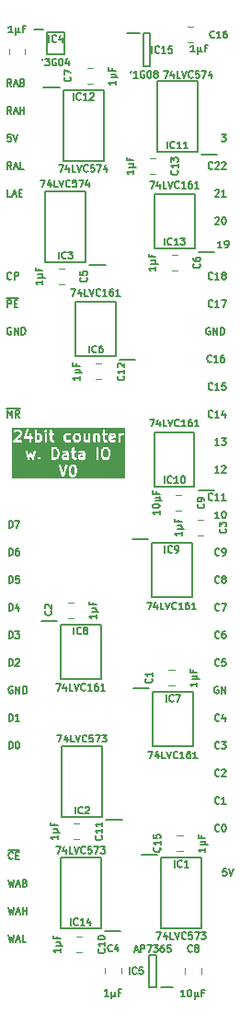
<source format=gto>
%TF.GenerationSoftware,KiCad,Pcbnew,8.0.7*%
%TF.CreationDate,2025-01-07T17:36:47+02:00*%
%TF.ProjectId,Counter 24bit with IO,436f756e-7465-4722-9032-346269742077,V0*%
%TF.SameCoordinates,Original*%
%TF.FileFunction,Legend,Top*%
%TF.FilePolarity,Positive*%
%FSLAX46Y46*%
G04 Gerber Fmt 4.6, Leading zero omitted, Abs format (unit mm)*
G04 Created by KiCad (PCBNEW 8.0.7) date 2025-01-07 17:36:47*
%MOMM*%
%LPD*%
G01*
G04 APERTURE LIST*
%ADD10C,0.150000*%
%ADD11C,0.200000*%
%ADD12C,0.120000*%
G04 APERTURE END LIST*
D10*
X21557839Y-72294963D02*
X21255458Y-72294963D01*
X21255458Y-72294963D02*
X21225220Y-72597344D01*
X21225220Y-72597344D02*
X21255458Y-72567105D01*
X21255458Y-72567105D02*
X21315934Y-72536867D01*
X21315934Y-72536867D02*
X21467125Y-72536867D01*
X21467125Y-72536867D02*
X21527601Y-72567105D01*
X21527601Y-72567105D02*
X21557839Y-72597344D01*
X21557839Y-72597344D02*
X21588077Y-72657820D01*
X21588077Y-72657820D02*
X21588077Y-72809010D01*
X21588077Y-72809010D02*
X21557839Y-72869486D01*
X21557839Y-72869486D02*
X21527601Y-72899725D01*
X21527601Y-72899725D02*
X21467125Y-72929963D01*
X21467125Y-72929963D02*
X21315934Y-72929963D01*
X21315934Y-72929963D02*
X21255458Y-72899725D01*
X21255458Y-72899725D02*
X21225220Y-72869486D01*
X21769506Y-72294963D02*
X21981172Y-72929963D01*
X21981172Y-72929963D02*
X22192839Y-72294963D01*
X1459398Y-73310963D02*
X1610588Y-73945963D01*
X1610588Y-73945963D02*
X1731541Y-73492391D01*
X1731541Y-73492391D02*
X1852493Y-73945963D01*
X1852493Y-73945963D02*
X2003684Y-73310963D01*
X2215350Y-73764534D02*
X2517731Y-73764534D01*
X2154874Y-73945963D02*
X2366540Y-73310963D01*
X2366540Y-73310963D02*
X2578207Y-73945963D01*
X3001541Y-73613344D02*
X3092255Y-73643582D01*
X3092255Y-73643582D02*
X3122493Y-73673820D01*
X3122493Y-73673820D02*
X3152731Y-73734296D01*
X3152731Y-73734296D02*
X3152731Y-73825010D01*
X3152731Y-73825010D02*
X3122493Y-73885486D01*
X3122493Y-73885486D02*
X3092255Y-73915725D01*
X3092255Y-73915725D02*
X3031779Y-73945963D01*
X3031779Y-73945963D02*
X2789874Y-73945963D01*
X2789874Y-73945963D02*
X2789874Y-73310963D01*
X2789874Y-73310963D02*
X3001541Y-73310963D01*
X3001541Y-73310963D02*
X3062017Y-73341201D01*
X3062017Y-73341201D02*
X3092255Y-73371439D01*
X3092255Y-73371439D02*
X3122493Y-73431915D01*
X3122493Y-73431915D02*
X3122493Y-73492391D01*
X3122493Y-73492391D02*
X3092255Y-73552867D01*
X3092255Y-73552867D02*
X3062017Y-73583105D01*
X3062017Y-73583105D02*
X3001541Y-73613344D01*
X3001541Y-73613344D02*
X2789874Y-73613344D01*
X20892601Y-66265486D02*
X20862363Y-66295725D01*
X20862363Y-66295725D02*
X20771649Y-66325963D01*
X20771649Y-66325963D02*
X20711173Y-66325963D01*
X20711173Y-66325963D02*
X20620458Y-66295725D01*
X20620458Y-66295725D02*
X20559982Y-66235248D01*
X20559982Y-66235248D02*
X20529744Y-66174772D01*
X20529744Y-66174772D02*
X20499506Y-66053820D01*
X20499506Y-66053820D02*
X20499506Y-65963105D01*
X20499506Y-65963105D02*
X20529744Y-65842153D01*
X20529744Y-65842153D02*
X20559982Y-65781677D01*
X20559982Y-65781677D02*
X20620458Y-65721201D01*
X20620458Y-65721201D02*
X20711173Y-65690963D01*
X20711173Y-65690963D02*
X20771649Y-65690963D01*
X20771649Y-65690963D02*
X20862363Y-65721201D01*
X20862363Y-65721201D02*
X20892601Y-65751439D01*
X21497363Y-66325963D02*
X21134506Y-66325963D01*
X21315934Y-66325963D02*
X21315934Y-65690963D01*
X21315934Y-65690963D02*
X21255458Y-65781677D01*
X21255458Y-65781677D02*
X21194982Y-65842153D01*
X21194982Y-65842153D02*
X21134506Y-65872391D01*
X1519874Y-43465963D02*
X1519874Y-42830963D01*
X1519874Y-42830963D02*
X1671064Y-42830963D01*
X1671064Y-42830963D02*
X1761779Y-42861201D01*
X1761779Y-42861201D02*
X1822255Y-42921677D01*
X1822255Y-42921677D02*
X1852493Y-42982153D01*
X1852493Y-42982153D02*
X1882731Y-43103105D01*
X1882731Y-43103105D02*
X1882731Y-43193820D01*
X1882731Y-43193820D02*
X1852493Y-43314772D01*
X1852493Y-43314772D02*
X1822255Y-43375248D01*
X1822255Y-43375248D02*
X1761779Y-43435725D01*
X1761779Y-43435725D02*
X1671064Y-43465963D01*
X1671064Y-43465963D02*
X1519874Y-43465963D01*
X2427017Y-42830963D02*
X2306064Y-42830963D01*
X2306064Y-42830963D02*
X2245588Y-42861201D01*
X2245588Y-42861201D02*
X2215350Y-42891439D01*
X2215350Y-42891439D02*
X2154874Y-42982153D01*
X2154874Y-42982153D02*
X2124636Y-43103105D01*
X2124636Y-43103105D02*
X2124636Y-43345010D01*
X2124636Y-43345010D02*
X2154874Y-43405486D01*
X2154874Y-43405486D02*
X2185112Y-43435725D01*
X2185112Y-43435725D02*
X2245588Y-43465963D01*
X2245588Y-43465963D02*
X2366541Y-43465963D01*
X2366541Y-43465963D02*
X2427017Y-43435725D01*
X2427017Y-43435725D02*
X2457255Y-43405486D01*
X2457255Y-43405486D02*
X2487493Y-43345010D01*
X2487493Y-43345010D02*
X2487493Y-43193820D01*
X2487493Y-43193820D02*
X2457255Y-43133344D01*
X2457255Y-43133344D02*
X2427017Y-43103105D01*
X2427017Y-43103105D02*
X2366541Y-43072867D01*
X2366541Y-43072867D02*
X2245588Y-43072867D01*
X2245588Y-43072867D02*
X2185112Y-43103105D01*
X2185112Y-43103105D02*
X2154874Y-43133344D01*
X2154874Y-43133344D02*
X2124636Y-43193820D01*
X20892601Y-48485486D02*
X20862363Y-48515725D01*
X20862363Y-48515725D02*
X20771649Y-48545963D01*
X20771649Y-48545963D02*
X20711173Y-48545963D01*
X20711173Y-48545963D02*
X20620458Y-48515725D01*
X20620458Y-48515725D02*
X20559982Y-48455248D01*
X20559982Y-48455248D02*
X20529744Y-48394772D01*
X20529744Y-48394772D02*
X20499506Y-48273820D01*
X20499506Y-48273820D02*
X20499506Y-48183105D01*
X20499506Y-48183105D02*
X20529744Y-48062153D01*
X20529744Y-48062153D02*
X20559982Y-48001677D01*
X20559982Y-48001677D02*
X20620458Y-47941201D01*
X20620458Y-47941201D02*
X20711173Y-47910963D01*
X20711173Y-47910963D02*
X20771649Y-47910963D01*
X20771649Y-47910963D02*
X20862363Y-47941201D01*
X20862363Y-47941201D02*
X20892601Y-47971439D01*
X21104268Y-47910963D02*
X21527601Y-47910963D01*
X21527601Y-47910963D02*
X21255458Y-48545963D01*
X1755731Y-2825963D02*
X1544064Y-2523582D01*
X1392874Y-2825963D02*
X1392874Y-2190963D01*
X1392874Y-2190963D02*
X1634779Y-2190963D01*
X1634779Y-2190963D02*
X1695255Y-2221201D01*
X1695255Y-2221201D02*
X1725493Y-2251439D01*
X1725493Y-2251439D02*
X1755731Y-2311915D01*
X1755731Y-2311915D02*
X1755731Y-2402629D01*
X1755731Y-2402629D02*
X1725493Y-2463105D01*
X1725493Y-2463105D02*
X1695255Y-2493344D01*
X1695255Y-2493344D02*
X1634779Y-2523582D01*
X1634779Y-2523582D02*
X1392874Y-2523582D01*
X1997636Y-2644534D02*
X2300017Y-2644534D01*
X1937160Y-2825963D02*
X2148826Y-2190963D01*
X2148826Y-2190963D02*
X2360493Y-2825963D01*
X2572160Y-2825963D02*
X2572160Y-2190963D01*
X2572160Y-2493344D02*
X2935017Y-2493344D01*
X2935017Y-2825963D02*
X2935017Y-2190963D01*
X20039887Y-22541201D02*
X19979411Y-22510963D01*
X19979411Y-22510963D02*
X19888697Y-22510963D01*
X19888697Y-22510963D02*
X19797982Y-22541201D01*
X19797982Y-22541201D02*
X19737506Y-22601677D01*
X19737506Y-22601677D02*
X19707268Y-22662153D01*
X19707268Y-22662153D02*
X19677030Y-22783105D01*
X19677030Y-22783105D02*
X19677030Y-22873820D01*
X19677030Y-22873820D02*
X19707268Y-22994772D01*
X19707268Y-22994772D02*
X19737506Y-23055248D01*
X19737506Y-23055248D02*
X19797982Y-23115725D01*
X19797982Y-23115725D02*
X19888697Y-23145963D01*
X19888697Y-23145963D02*
X19949173Y-23145963D01*
X19949173Y-23145963D02*
X20039887Y-23115725D01*
X20039887Y-23115725D02*
X20070125Y-23085486D01*
X20070125Y-23085486D02*
X20070125Y-22873820D01*
X20070125Y-22873820D02*
X19949173Y-22873820D01*
X20342268Y-23145963D02*
X20342268Y-22510963D01*
X20342268Y-22510963D02*
X20705125Y-23145963D01*
X20705125Y-23145963D02*
X20705125Y-22510963D01*
X21007506Y-23145963D02*
X21007506Y-22510963D01*
X21007506Y-22510963D02*
X21158696Y-22510963D01*
X21158696Y-22510963D02*
X21249411Y-22541201D01*
X21249411Y-22541201D02*
X21309887Y-22601677D01*
X21309887Y-22601677D02*
X21340125Y-22662153D01*
X21340125Y-22662153D02*
X21370363Y-22783105D01*
X21370363Y-22783105D02*
X21370363Y-22873820D01*
X21370363Y-22873820D02*
X21340125Y-22994772D01*
X21340125Y-22994772D02*
X21309887Y-23055248D01*
X21309887Y-23055248D02*
X21249411Y-23115725D01*
X21249411Y-23115725D02*
X21158696Y-23145963D01*
X21158696Y-23145963D02*
X21007506Y-23145963D01*
X1852493Y-55561201D02*
X1792017Y-55530963D01*
X1792017Y-55530963D02*
X1701303Y-55530963D01*
X1701303Y-55530963D02*
X1610588Y-55561201D01*
X1610588Y-55561201D02*
X1550112Y-55621677D01*
X1550112Y-55621677D02*
X1519874Y-55682153D01*
X1519874Y-55682153D02*
X1489636Y-55803105D01*
X1489636Y-55803105D02*
X1489636Y-55893820D01*
X1489636Y-55893820D02*
X1519874Y-56014772D01*
X1519874Y-56014772D02*
X1550112Y-56075248D01*
X1550112Y-56075248D02*
X1610588Y-56135725D01*
X1610588Y-56135725D02*
X1701303Y-56165963D01*
X1701303Y-56165963D02*
X1761779Y-56165963D01*
X1761779Y-56165963D02*
X1852493Y-56135725D01*
X1852493Y-56135725D02*
X1882731Y-56105486D01*
X1882731Y-56105486D02*
X1882731Y-55893820D01*
X1882731Y-55893820D02*
X1761779Y-55893820D01*
X2154874Y-56165963D02*
X2154874Y-55530963D01*
X2154874Y-55530963D02*
X2517731Y-56165963D01*
X2517731Y-56165963D02*
X2517731Y-55530963D01*
X2820112Y-56165963D02*
X2820112Y-55530963D01*
X2820112Y-55530963D02*
X2971302Y-55530963D01*
X2971302Y-55530963D02*
X3062017Y-55561201D01*
X3062017Y-55561201D02*
X3122493Y-55621677D01*
X3122493Y-55621677D02*
X3152731Y-55682153D01*
X3152731Y-55682153D02*
X3182969Y-55803105D01*
X3182969Y-55803105D02*
X3182969Y-55893820D01*
X3182969Y-55893820D02*
X3152731Y-56014772D01*
X3152731Y-56014772D02*
X3122493Y-56075248D01*
X3122493Y-56075248D02*
X3062017Y-56135725D01*
X3062017Y-56135725D02*
X2971302Y-56165963D01*
X2971302Y-56165963D02*
X2820112Y-56165963D01*
D11*
G36*
X7497192Y-35319024D02*
G01*
X7521861Y-35343692D01*
X7557314Y-35414599D01*
X7599285Y-35582480D01*
X7599285Y-35795956D01*
X7557314Y-35963837D01*
X7521861Y-36034743D01*
X7497192Y-36059413D01*
X7437583Y-36089219D01*
X7389559Y-36089219D01*
X7329949Y-36059414D01*
X7305282Y-36034746D01*
X7269827Y-35963837D01*
X7227857Y-35795956D01*
X7227857Y-35582481D01*
X7269827Y-35414599D01*
X7305281Y-35343692D01*
X7329949Y-35319023D01*
X7389559Y-35289219D01*
X7437583Y-35289219D01*
X7497192Y-35319024D01*
G37*
G36*
X5859551Y-33714296D02*
G01*
X5926624Y-33781369D01*
X5962076Y-33852274D01*
X6004047Y-34020155D01*
X6004047Y-34138393D01*
X5962076Y-34306274D01*
X5926623Y-34377180D01*
X5859552Y-34444253D01*
X5754487Y-34479275D01*
X5632619Y-34479275D01*
X5632619Y-33679275D01*
X5754487Y-33679275D01*
X5859551Y-33714296D01*
G37*
G36*
X6861190Y-34469852D02*
G01*
X6842345Y-34479275D01*
X6651464Y-34479275D01*
X6607154Y-34457120D01*
X6585000Y-34412810D01*
X6585000Y-34364786D01*
X6607155Y-34320476D01*
X6651464Y-34298322D01*
X6861190Y-34298322D01*
X6861190Y-34469852D01*
G37*
G36*
X8337381Y-34469852D02*
G01*
X8318536Y-34479275D01*
X8127655Y-34479275D01*
X8083345Y-34457120D01*
X8061191Y-34412810D01*
X8061191Y-34364786D01*
X8083346Y-34320476D01*
X8127655Y-34298322D01*
X8337381Y-34298322D01*
X8337381Y-34469852D01*
G37*
G36*
X10568620Y-33709079D02*
G01*
X10632799Y-33773258D01*
X10670714Y-33924917D01*
X10670714Y-34233631D01*
X10632798Y-34385291D01*
X10568622Y-34449469D01*
X10509012Y-34479275D01*
X10365750Y-34479275D01*
X10306140Y-34449470D01*
X10241963Y-34385292D01*
X10204048Y-34233631D01*
X10204048Y-33924918D01*
X10241963Y-33773258D01*
X10306142Y-33709079D01*
X10365750Y-33679275D01*
X10509012Y-33679275D01*
X10568620Y-33709079D01*
G37*
G36*
X4330525Y-32432469D02*
G01*
X4355194Y-32457137D01*
X4384999Y-32516747D01*
X4384999Y-32755247D01*
X4355194Y-32814855D01*
X4330525Y-32839525D01*
X4270916Y-32869331D01*
X4127654Y-32869331D01*
X4108809Y-32859908D01*
X4108809Y-32412086D01*
X4127654Y-32402664D01*
X4270916Y-32402664D01*
X4330525Y-32432469D01*
G37*
G36*
X7901954Y-32432469D02*
G01*
X7926623Y-32457137D01*
X7956428Y-32516747D01*
X7956428Y-32755247D01*
X7926623Y-32814855D01*
X7901954Y-32839525D01*
X7842345Y-32869331D01*
X7746702Y-32869331D01*
X7687092Y-32839526D01*
X7662425Y-32814858D01*
X7632619Y-32755246D01*
X7632619Y-32516747D01*
X7662424Y-32457137D01*
X7687092Y-32432468D01*
X7746702Y-32402664D01*
X7842345Y-32402664D01*
X7901954Y-32432469D01*
G37*
G36*
X11172369Y-32424819D02*
G01*
X11189819Y-32459719D01*
X10918334Y-32514016D01*
X10918334Y-32469128D01*
X10940489Y-32424818D01*
X10984798Y-32402664D01*
X11128060Y-32402664D01*
X11172369Y-32424819D01*
G37*
G36*
X12218000Y-36400330D02*
G01*
X1799619Y-36400330D01*
X1799619Y-35201726D01*
X6076261Y-35201726D01*
X6080608Y-35220842D01*
X6413941Y-36220841D01*
X6421932Y-36238742D01*
X6426615Y-36244141D01*
X6429810Y-36250531D01*
X6439281Y-36258746D01*
X6447497Y-36268218D01*
X6453885Y-36271412D01*
X6459286Y-36276096D01*
X6471187Y-36280063D01*
X6482396Y-36285667D01*
X6489520Y-36286173D01*
X6496302Y-36288434D01*
X6508811Y-36287544D01*
X6521316Y-36288434D01*
X6528094Y-36286174D01*
X6535222Y-36285668D01*
X6546438Y-36280059D01*
X6558332Y-36276095D01*
X6563729Y-36271414D01*
X6570121Y-36268218D01*
X6578339Y-36258742D01*
X6587808Y-36250530D01*
X6591001Y-36244143D01*
X6595686Y-36238742D01*
X6603677Y-36220842D01*
X6820567Y-35570171D01*
X7027857Y-35570171D01*
X7027857Y-35808266D01*
X7028192Y-35811668D01*
X7027975Y-35813127D01*
X7029054Y-35820424D01*
X7029778Y-35827775D01*
X7030342Y-35829138D01*
X7030843Y-35832520D01*
X7078462Y-36022995D01*
X7078975Y-36024432D01*
X7079027Y-36025155D01*
X7082135Y-36033279D01*
X7085057Y-36041456D01*
X7085487Y-36042036D01*
X7086033Y-36043463D01*
X7133652Y-36138701D01*
X7138935Y-36147093D01*
X7139947Y-36149537D01*
X7142203Y-36152286D01*
X7144095Y-36155291D01*
X7146089Y-36157020D01*
X7152384Y-36164690D01*
X7200002Y-36212310D01*
X7207670Y-36218603D01*
X7209402Y-36220600D01*
X7212410Y-36222493D01*
X7215156Y-36224747D01*
X7217596Y-36225757D01*
X7225993Y-36231043D01*
X7321230Y-36278662D01*
X7339539Y-36285668D01*
X7343122Y-36285922D01*
X7346443Y-36287298D01*
X7365952Y-36289219D01*
X7461190Y-36289219D01*
X7480699Y-36287298D01*
X7484019Y-36285922D01*
X7487603Y-36285668D01*
X7505911Y-36278662D01*
X7601149Y-36231043D01*
X7609544Y-36225758D01*
X7611986Y-36224747D01*
X7614733Y-36222491D01*
X7617739Y-36220600D01*
X7619469Y-36218605D01*
X7627139Y-36212310D01*
X7674758Y-36164690D01*
X7681050Y-36157023D01*
X7683047Y-36155292D01*
X7684940Y-36152284D01*
X7687195Y-36149537D01*
X7688206Y-36147095D01*
X7693490Y-36138701D01*
X7741109Y-36043464D01*
X7741655Y-36042035D01*
X7742085Y-36041456D01*
X7745006Y-36033279D01*
X7748115Y-36025155D01*
X7748166Y-36024434D01*
X7748680Y-36022996D01*
X7796299Y-35832520D01*
X7796799Y-35829138D01*
X7797364Y-35827775D01*
X7798087Y-35820424D01*
X7799167Y-35813127D01*
X7798949Y-35811668D01*
X7799285Y-35808266D01*
X7799285Y-35570171D01*
X7798949Y-35566768D01*
X7799167Y-35565310D01*
X7798087Y-35558012D01*
X7797364Y-35550662D01*
X7796799Y-35549298D01*
X7796299Y-35545917D01*
X7748680Y-35355441D01*
X7748166Y-35354002D01*
X7748115Y-35353282D01*
X7745006Y-35345157D01*
X7742085Y-35336981D01*
X7741655Y-35336401D01*
X7741109Y-35334973D01*
X7693490Y-35239736D01*
X7688204Y-35231339D01*
X7687194Y-35228899D01*
X7684940Y-35226153D01*
X7683047Y-35223145D01*
X7681049Y-35221412D01*
X7674757Y-35213746D01*
X7627139Y-35166127D01*
X7619468Y-35159832D01*
X7617739Y-35157838D01*
X7614731Y-35155944D01*
X7611985Y-35153691D01*
X7609545Y-35152680D01*
X7601149Y-35147395D01*
X7505911Y-35099776D01*
X7487603Y-35092770D01*
X7484019Y-35092515D01*
X7480699Y-35091140D01*
X7461190Y-35089219D01*
X7365952Y-35089219D01*
X7346443Y-35091140D01*
X7343122Y-35092515D01*
X7339539Y-35092770D01*
X7321230Y-35099776D01*
X7225993Y-35147395D01*
X7217596Y-35152680D01*
X7215156Y-35153691D01*
X7212410Y-35155944D01*
X7209402Y-35157838D01*
X7207669Y-35159835D01*
X7200003Y-35166128D01*
X7152384Y-35213746D01*
X7146089Y-35221416D01*
X7144095Y-35223146D01*
X7142201Y-35226153D01*
X7139948Y-35228900D01*
X7138937Y-35231339D01*
X7133652Y-35239736D01*
X7086033Y-35334974D01*
X7085487Y-35336400D01*
X7085057Y-35336981D01*
X7082135Y-35345157D01*
X7079027Y-35353282D01*
X7078975Y-35354004D01*
X7078462Y-35355442D01*
X7030843Y-35545917D01*
X7030342Y-35549298D01*
X7029778Y-35550662D01*
X7029054Y-35558012D01*
X7027975Y-35565310D01*
X7028192Y-35566768D01*
X7027857Y-35570171D01*
X6820567Y-35570171D01*
X6937010Y-35220842D01*
X6941357Y-35201727D01*
X6938591Y-35162807D01*
X6921141Y-35127908D01*
X6891665Y-35102343D01*
X6854649Y-35090004D01*
X6815729Y-35092771D01*
X6780830Y-35110220D01*
X6755265Y-35139696D01*
X6747274Y-35157597D01*
X6508809Y-35872991D01*
X6270344Y-35157596D01*
X6262353Y-35139696D01*
X6236788Y-35110220D01*
X6201889Y-35092770D01*
X6162969Y-35090004D01*
X6125953Y-35102342D01*
X6096477Y-35127907D01*
X6079027Y-35162806D01*
X6076261Y-35201726D01*
X1799619Y-35201726D01*
X1799619Y-33920794D01*
X3052002Y-33920794D01*
X3055515Y-33940080D01*
X3245991Y-34606747D01*
X3253197Y-34624978D01*
X3257167Y-34629979D01*
X3259680Y-34635842D01*
X3269191Y-34645124D01*
X3277458Y-34655537D01*
X3283035Y-34658635D01*
X3287604Y-34663094D01*
X3299953Y-34668033D01*
X3311566Y-34674485D01*
X3317901Y-34675213D01*
X3323831Y-34677585D01*
X3337124Y-34677422D01*
X3350329Y-34678940D01*
X3356468Y-34677185D01*
X3362846Y-34677108D01*
X3375056Y-34671875D01*
X3387846Y-34668221D01*
X3392847Y-34664250D01*
X3398710Y-34661738D01*
X3407992Y-34652226D01*
X3418405Y-34643960D01*
X3421503Y-34638382D01*
X3425962Y-34633814D01*
X3434991Y-34616414D01*
X3532619Y-34372343D01*
X3630247Y-34616414D01*
X3639276Y-34633814D01*
X3643734Y-34638382D01*
X3646833Y-34643960D01*
X3657245Y-34652226D01*
X3666528Y-34661738D01*
X3672391Y-34664250D01*
X3677392Y-34668221D01*
X3690179Y-34671874D01*
X3702391Y-34677108D01*
X3708769Y-34677185D01*
X3714909Y-34678940D01*
X3728120Y-34677421D01*
X3741407Y-34677584D01*
X3747330Y-34675214D01*
X3753672Y-34674486D01*
X3765295Y-34668028D01*
X3777634Y-34663093D01*
X3782200Y-34658636D01*
X3787780Y-34655537D01*
X3796047Y-34645123D01*
X3805558Y-34635842D01*
X3808070Y-34629979D01*
X3812041Y-34624978D01*
X3819247Y-34606747D01*
X3846276Y-34512147D01*
X4148826Y-34512147D01*
X4148826Y-34551165D01*
X4151686Y-34558069D01*
X4163758Y-34587214D01*
X4163762Y-34587218D01*
X4176194Y-34602367D01*
X4223813Y-34649985D01*
X4238966Y-34662422D01*
X4247969Y-34666151D01*
X4275015Y-34677354D01*
X4314033Y-34677354D01*
X4350081Y-34662422D01*
X4365235Y-34649986D01*
X4412853Y-34602367D01*
X4425290Y-34587214D01*
X4431969Y-34571089D01*
X4440221Y-34551166D01*
X4440222Y-34512148D01*
X4425291Y-34476099D01*
X4412854Y-34460946D01*
X4365235Y-34413326D01*
X4350082Y-34400889D01*
X4327888Y-34391696D01*
X4325488Y-34390702D01*
X4314033Y-34385957D01*
X4275015Y-34385957D01*
X4264457Y-34390330D01*
X4238967Y-34400888D01*
X4238966Y-34400889D01*
X4223812Y-34413326D01*
X4176194Y-34460946D01*
X4163757Y-34476099D01*
X4155461Y-34496128D01*
X4148826Y-34512147D01*
X3846276Y-34512147D01*
X4009723Y-33940080D01*
X4013236Y-33920794D01*
X4008781Y-33882031D01*
X3989833Y-33847923D01*
X3959274Y-33823662D01*
X3921757Y-33812943D01*
X3882994Y-33817398D01*
X3848886Y-33836346D01*
X3824625Y-33866905D01*
X3817419Y-33885136D01*
X3707304Y-34270538D01*
X3625467Y-34065945D01*
X3616438Y-34048545D01*
X3615569Y-34047655D01*
X3615082Y-34046517D01*
X3601985Y-34033736D01*
X3589186Y-34020621D01*
X3588045Y-34020132D01*
X3587158Y-34019266D01*
X3570144Y-34012460D01*
X3553322Y-34005251D01*
X3552083Y-34005235D01*
X3550931Y-34004775D01*
X3532640Y-34004998D01*
X3514307Y-34004774D01*
X3513152Y-34005235D01*
X3511915Y-34005251D01*
X3495120Y-34012448D01*
X3478080Y-34019265D01*
X3477190Y-34020133D01*
X3476052Y-34020621D01*
X3463261Y-34033726D01*
X3450156Y-34046517D01*
X3449668Y-34047655D01*
X3448800Y-34048545D01*
X3439771Y-34065945D01*
X3357933Y-34270538D01*
X3247819Y-33885136D01*
X3240613Y-33866905D01*
X3216352Y-33836346D01*
X3182244Y-33817397D01*
X3143481Y-33812943D01*
X3105964Y-33823662D01*
X3075405Y-33847923D01*
X3056456Y-33882031D01*
X3052002Y-33920794D01*
X1799619Y-33920794D01*
X1799619Y-33579275D01*
X5432619Y-33579275D01*
X5432619Y-34579275D01*
X5434540Y-34598784D01*
X5449472Y-34634832D01*
X5477062Y-34662422D01*
X5513110Y-34677354D01*
X5532619Y-34679275D01*
X5770714Y-34679275D01*
X5780587Y-34678302D01*
X5783221Y-34678490D01*
X5786684Y-34677702D01*
X5790223Y-34677354D01*
X5792665Y-34676342D01*
X5802337Y-34674143D01*
X5945193Y-34626524D01*
X5963094Y-34618533D01*
X5965809Y-34616178D01*
X5969129Y-34614803D01*
X5984282Y-34602366D01*
X6079520Y-34507127D01*
X6085812Y-34499460D01*
X6087809Y-34497729D01*
X6089702Y-34494721D01*
X6091957Y-34491974D01*
X6092968Y-34489532D01*
X6098252Y-34481138D01*
X6145871Y-34385901D01*
X6146417Y-34384472D01*
X6146847Y-34383893D01*
X6149768Y-34375716D01*
X6152877Y-34367592D01*
X6152928Y-34366871D01*
X6153442Y-34365433D01*
X6159506Y-34341179D01*
X6385000Y-34341179D01*
X6385000Y-34436417D01*
X6386921Y-34455926D01*
X6388296Y-34459246D01*
X6388551Y-34462829D01*
X6395557Y-34481138D01*
X6443176Y-34576377D01*
X6445229Y-34579640D01*
X6445743Y-34581179D01*
X6447405Y-34583095D01*
X6453619Y-34592967D01*
X6463090Y-34601181D01*
X6471307Y-34610656D01*
X6481177Y-34616868D01*
X6483095Y-34618532D01*
X6484635Y-34619045D01*
X6487898Y-34621099D01*
X6583135Y-34668718D01*
X6601444Y-34675724D01*
X6605027Y-34675978D01*
X6608348Y-34677354D01*
X6627857Y-34679275D01*
X6865952Y-34679275D01*
X6885461Y-34677354D01*
X6888781Y-34675978D01*
X6892365Y-34675724D01*
X6910673Y-34668718D01*
X6915276Y-34666416D01*
X6941681Y-34677354D01*
X6980699Y-34677354D01*
X7016747Y-34662422D01*
X7044337Y-34634832D01*
X7059269Y-34598784D01*
X7061190Y-34579275D01*
X7061190Y-34055465D01*
X7059269Y-34035956D01*
X7057893Y-34032635D01*
X7057639Y-34029052D01*
X7050633Y-34010743D01*
X7003014Y-33915506D01*
X7000959Y-33912242D01*
X7000447Y-33910704D01*
X6998785Y-33908788D01*
X6992571Y-33898915D01*
X6985865Y-33893099D01*
X7196445Y-33893099D01*
X7196445Y-33932117D01*
X7211377Y-33968165D01*
X7238967Y-33995755D01*
X7275015Y-34010687D01*
X7294524Y-34012608D01*
X7337381Y-34012608D01*
X7337381Y-34436417D01*
X7339302Y-34455926D01*
X7340677Y-34459246D01*
X7340932Y-34462829D01*
X7347938Y-34481138D01*
X7395557Y-34576377D01*
X7397610Y-34579640D01*
X7398124Y-34581179D01*
X7399786Y-34583095D01*
X7406000Y-34592967D01*
X7415471Y-34601181D01*
X7423688Y-34610656D01*
X7433558Y-34616868D01*
X7435476Y-34618532D01*
X7437016Y-34619045D01*
X7440279Y-34621099D01*
X7535516Y-34668718D01*
X7553825Y-34675724D01*
X7557408Y-34675978D01*
X7560729Y-34677354D01*
X7580238Y-34679275D01*
X7675476Y-34679275D01*
X7694985Y-34677354D01*
X7731033Y-34662422D01*
X7758623Y-34634832D01*
X7773555Y-34598784D01*
X7773555Y-34559766D01*
X7758623Y-34523718D01*
X7731033Y-34496128D01*
X7694985Y-34481196D01*
X7675476Y-34479275D01*
X7603845Y-34479275D01*
X7559535Y-34457120D01*
X7537381Y-34412810D01*
X7537381Y-34341179D01*
X7861191Y-34341179D01*
X7861191Y-34436417D01*
X7863112Y-34455926D01*
X7864487Y-34459246D01*
X7864742Y-34462829D01*
X7871748Y-34481138D01*
X7919367Y-34576377D01*
X7921420Y-34579640D01*
X7921934Y-34581179D01*
X7923596Y-34583095D01*
X7929810Y-34592967D01*
X7939281Y-34601181D01*
X7947498Y-34610656D01*
X7957368Y-34616868D01*
X7959286Y-34618532D01*
X7960826Y-34619045D01*
X7964089Y-34621099D01*
X8059326Y-34668718D01*
X8077635Y-34675724D01*
X8081218Y-34675978D01*
X8084539Y-34677354D01*
X8104048Y-34679275D01*
X8342143Y-34679275D01*
X8361652Y-34677354D01*
X8364972Y-34675978D01*
X8368556Y-34675724D01*
X8386864Y-34668718D01*
X8391467Y-34666416D01*
X8417872Y-34677354D01*
X8456890Y-34677354D01*
X8492938Y-34662422D01*
X8520528Y-34634832D01*
X8535460Y-34598784D01*
X8537381Y-34579275D01*
X8537381Y-34055465D01*
X8535460Y-34035956D01*
X8534084Y-34032635D01*
X8533830Y-34029052D01*
X8526824Y-34010743D01*
X8479205Y-33915506D01*
X8477150Y-33912242D01*
X8476638Y-33910704D01*
X8474976Y-33908788D01*
X8468762Y-33898915D01*
X8459286Y-33890697D01*
X8451073Y-33881227D01*
X8441201Y-33875013D01*
X8439285Y-33873351D01*
X8437746Y-33872837D01*
X8434483Y-33870784D01*
X8339245Y-33823165D01*
X8320937Y-33816159D01*
X8317353Y-33815904D01*
X8314033Y-33814529D01*
X8294524Y-33812608D01*
X8104048Y-33812608D01*
X8084539Y-33814529D01*
X8081218Y-33815904D01*
X8077635Y-33816159D01*
X8059326Y-33823165D01*
X7964089Y-33870784D01*
X7947498Y-33881227D01*
X7921934Y-33910704D01*
X7909595Y-33947720D01*
X7912361Y-33986640D01*
X7929810Y-34021539D01*
X7959287Y-34047103D01*
X7996303Y-34059442D01*
X8035223Y-34056676D01*
X8053531Y-34049670D01*
X8127655Y-34012608D01*
X8270917Y-34012608D01*
X8315226Y-34034763D01*
X8337381Y-34079072D01*
X8337381Y-34088899D01*
X8318536Y-34098322D01*
X8104048Y-34098322D01*
X8084539Y-34100243D01*
X8081218Y-34101618D01*
X8077635Y-34101873D01*
X8059326Y-34108879D01*
X7964089Y-34156498D01*
X7960825Y-34158552D01*
X7959287Y-34159065D01*
X7957371Y-34160726D01*
X7947498Y-34166941D01*
X7939280Y-34176416D01*
X7929810Y-34184630D01*
X7923596Y-34194501D01*
X7921934Y-34196418D01*
X7921420Y-34197956D01*
X7919367Y-34201220D01*
X7871748Y-34296458D01*
X7864742Y-34314766D01*
X7864487Y-34318349D01*
X7863112Y-34321670D01*
X7861191Y-34341179D01*
X7537381Y-34341179D01*
X7537381Y-34012608D01*
X7675476Y-34012608D01*
X7694985Y-34010687D01*
X7731033Y-33995755D01*
X7758623Y-33968165D01*
X7773555Y-33932117D01*
X7773555Y-33893099D01*
X7758623Y-33857051D01*
X7731033Y-33829461D01*
X7694985Y-33814529D01*
X7675476Y-33812608D01*
X7537381Y-33812608D01*
X7537381Y-33579275D01*
X9575477Y-33579275D01*
X9575477Y-34579275D01*
X9577398Y-34598784D01*
X9592330Y-34634832D01*
X9619920Y-34662422D01*
X9655968Y-34677354D01*
X9694986Y-34677354D01*
X9731034Y-34662422D01*
X9758624Y-34634832D01*
X9773556Y-34598784D01*
X9775477Y-34579275D01*
X9775477Y-33912608D01*
X10004048Y-33912608D01*
X10004048Y-34245941D01*
X10004383Y-34249343D01*
X10004166Y-34250802D01*
X10005245Y-34258099D01*
X10005969Y-34265450D01*
X10006533Y-34266813D01*
X10007034Y-34270195D01*
X10054653Y-34460670D01*
X10061248Y-34479131D01*
X10065673Y-34485103D01*
X10068519Y-34491974D01*
X10080956Y-34507127D01*
X10176194Y-34602367D01*
X10183862Y-34608660D01*
X10185593Y-34610656D01*
X10188600Y-34612549D01*
X10191347Y-34614803D01*
X10193787Y-34615813D01*
X10202184Y-34621099D01*
X10297421Y-34668718D01*
X10315730Y-34675724D01*
X10319313Y-34675978D01*
X10322634Y-34677354D01*
X10342143Y-34679275D01*
X10532619Y-34679275D01*
X10552128Y-34677354D01*
X10555448Y-34675978D01*
X10559032Y-34675724D01*
X10577340Y-34668718D01*
X10672578Y-34621099D01*
X10680973Y-34615814D01*
X10683415Y-34614803D01*
X10686162Y-34612547D01*
X10689168Y-34610656D01*
X10690898Y-34608661D01*
X10698568Y-34602366D01*
X10793806Y-34507127D01*
X10806243Y-34491974D01*
X10809088Y-34485103D01*
X10813514Y-34479131D01*
X10820109Y-34460671D01*
X10867728Y-34270195D01*
X10868228Y-34266813D01*
X10868793Y-34265450D01*
X10869516Y-34258099D01*
X10870596Y-34250802D01*
X10870378Y-34249343D01*
X10870714Y-34245941D01*
X10870714Y-33912608D01*
X10870378Y-33909205D01*
X10870596Y-33907747D01*
X10869516Y-33900449D01*
X10868793Y-33893099D01*
X10868228Y-33891735D01*
X10867728Y-33888354D01*
X10820109Y-33697878D01*
X10813514Y-33679418D01*
X10809087Y-33673443D01*
X10806242Y-33666575D01*
X10793806Y-33651421D01*
X10698568Y-33556183D01*
X10690897Y-33549888D01*
X10689168Y-33547894D01*
X10686160Y-33546000D01*
X10683414Y-33543747D01*
X10680974Y-33542736D01*
X10672578Y-33537451D01*
X10577340Y-33489832D01*
X10559032Y-33482826D01*
X10555448Y-33482571D01*
X10552128Y-33481196D01*
X10532619Y-33479275D01*
X10342143Y-33479275D01*
X10322634Y-33481196D01*
X10319313Y-33482571D01*
X10315730Y-33482826D01*
X10297421Y-33489832D01*
X10202184Y-33537451D01*
X10193785Y-33542737D01*
X10191348Y-33543747D01*
X10188604Y-33545998D01*
X10185593Y-33547894D01*
X10183860Y-33549891D01*
X10176194Y-33556183D01*
X10080956Y-33651421D01*
X10068520Y-33666575D01*
X10065674Y-33673443D01*
X10061248Y-33679418D01*
X10054653Y-33697879D01*
X10007034Y-33888354D01*
X10006533Y-33891735D01*
X10005969Y-33893099D01*
X10005245Y-33900449D01*
X10004166Y-33907747D01*
X10004383Y-33909205D01*
X10004048Y-33912608D01*
X9775477Y-33912608D01*
X9775477Y-33579275D01*
X9773556Y-33559766D01*
X9758624Y-33523718D01*
X9731034Y-33496128D01*
X9694986Y-33481196D01*
X9655968Y-33481196D01*
X9619920Y-33496128D01*
X9592330Y-33523718D01*
X9577398Y-33559766D01*
X9575477Y-33579275D01*
X7537381Y-33579275D01*
X7535460Y-33559766D01*
X7520528Y-33523718D01*
X7492938Y-33496128D01*
X7456890Y-33481196D01*
X7417872Y-33481196D01*
X7381824Y-33496128D01*
X7354234Y-33523718D01*
X7339302Y-33559766D01*
X7337381Y-33579275D01*
X7337381Y-33812608D01*
X7294524Y-33812608D01*
X7275015Y-33814529D01*
X7238967Y-33829461D01*
X7211377Y-33857051D01*
X7196445Y-33893099D01*
X6985865Y-33893099D01*
X6983095Y-33890697D01*
X6974882Y-33881227D01*
X6965010Y-33875013D01*
X6963094Y-33873351D01*
X6961555Y-33872837D01*
X6958292Y-33870784D01*
X6863054Y-33823165D01*
X6844746Y-33816159D01*
X6841162Y-33815904D01*
X6837842Y-33814529D01*
X6818333Y-33812608D01*
X6627857Y-33812608D01*
X6608348Y-33814529D01*
X6605027Y-33815904D01*
X6601444Y-33816159D01*
X6583135Y-33823165D01*
X6487898Y-33870784D01*
X6471307Y-33881227D01*
X6445743Y-33910704D01*
X6433404Y-33947720D01*
X6436170Y-33986640D01*
X6453619Y-34021539D01*
X6483096Y-34047103D01*
X6520112Y-34059442D01*
X6559032Y-34056676D01*
X6577340Y-34049670D01*
X6651464Y-34012608D01*
X6794726Y-34012608D01*
X6839035Y-34034763D01*
X6861190Y-34079072D01*
X6861190Y-34088899D01*
X6842345Y-34098322D01*
X6627857Y-34098322D01*
X6608348Y-34100243D01*
X6605027Y-34101618D01*
X6601444Y-34101873D01*
X6583135Y-34108879D01*
X6487898Y-34156498D01*
X6484634Y-34158552D01*
X6483096Y-34159065D01*
X6481180Y-34160726D01*
X6471307Y-34166941D01*
X6463089Y-34176416D01*
X6453619Y-34184630D01*
X6447405Y-34194501D01*
X6445743Y-34196418D01*
X6445229Y-34197956D01*
X6443176Y-34201220D01*
X6395557Y-34296458D01*
X6388551Y-34314766D01*
X6388296Y-34318349D01*
X6386921Y-34321670D01*
X6385000Y-34341179D01*
X6159506Y-34341179D01*
X6201061Y-34174957D01*
X6201561Y-34171575D01*
X6202126Y-34170212D01*
X6202849Y-34162861D01*
X6203929Y-34155564D01*
X6203711Y-34154105D01*
X6204047Y-34150703D01*
X6204047Y-34007846D01*
X6203711Y-34004443D01*
X6203929Y-34002985D01*
X6202849Y-33995687D01*
X6202126Y-33988337D01*
X6201561Y-33986973D01*
X6201061Y-33983592D01*
X6153442Y-33793116D01*
X6152928Y-33791677D01*
X6152877Y-33790957D01*
X6149768Y-33782832D01*
X6146847Y-33774656D01*
X6146417Y-33774076D01*
X6145871Y-33772648D01*
X6098252Y-33677411D01*
X6092965Y-33669012D01*
X6091956Y-33666575D01*
X6089704Y-33663831D01*
X6087809Y-33660820D01*
X6085811Y-33659087D01*
X6079520Y-33651421D01*
X5984282Y-33556183D01*
X5969128Y-33543747D01*
X5965809Y-33542372D01*
X5963094Y-33540017D01*
X5945193Y-33532026D01*
X5802337Y-33484407D01*
X5792665Y-33482207D01*
X5790223Y-33481196D01*
X5786684Y-33480847D01*
X5783221Y-33480060D01*
X5780587Y-33480247D01*
X5770714Y-33479275D01*
X5532619Y-33479275D01*
X5513110Y-33481196D01*
X5477062Y-33496128D01*
X5449472Y-33523718D01*
X5434540Y-33559766D01*
X5432619Y-33579275D01*
X1799619Y-33579275D01*
X1799619Y-32949822D01*
X1910730Y-32949822D01*
X1910730Y-32988840D01*
X1925662Y-33024888D01*
X1953252Y-33052478D01*
X1989300Y-33067410D01*
X2008809Y-33069331D01*
X2627856Y-33069331D01*
X2647365Y-33067410D01*
X2683413Y-33052478D01*
X2711003Y-33024888D01*
X2725935Y-32988840D01*
X2725935Y-32949822D01*
X2711003Y-32913774D01*
X2683413Y-32886184D01*
X2647365Y-32871252D01*
X2627856Y-32869331D01*
X2250231Y-32869331D01*
X2496071Y-32623490D01*
X2909594Y-32623490D01*
X2910730Y-32639474D01*
X2910730Y-32655506D01*
X2912105Y-32658826D01*
X2912360Y-32662410D01*
X2919527Y-32676745D01*
X2925662Y-32691554D01*
X2928202Y-32694094D01*
X2929810Y-32697309D01*
X2941921Y-32707813D01*
X2953252Y-32719144D01*
X2956570Y-32720518D01*
X2959286Y-32722874D01*
X2974495Y-32727943D01*
X2989300Y-32734076D01*
X2994400Y-32734578D01*
X2996302Y-32735212D01*
X2998935Y-32735024D01*
X3008809Y-32735997D01*
X3384999Y-32735997D01*
X3384999Y-32969331D01*
X3386920Y-32988840D01*
X3401852Y-33024888D01*
X3429442Y-33052478D01*
X3465490Y-33067410D01*
X3504508Y-33067410D01*
X3540556Y-33052478D01*
X3568146Y-33024888D01*
X3583078Y-32988840D01*
X3584999Y-32969331D01*
X3584999Y-32735997D01*
X3627856Y-32735997D01*
X3647365Y-32734076D01*
X3683413Y-32719144D01*
X3711003Y-32691554D01*
X3725935Y-32655506D01*
X3725935Y-32616488D01*
X3711003Y-32580440D01*
X3683413Y-32552850D01*
X3647365Y-32537918D01*
X3627856Y-32535997D01*
X3584999Y-32535997D01*
X3584999Y-32302664D01*
X3583078Y-32283155D01*
X3568146Y-32247107D01*
X3540556Y-32219517D01*
X3504508Y-32204585D01*
X3465490Y-32204585D01*
X3429442Y-32219517D01*
X3401852Y-32247107D01*
X3386920Y-32283155D01*
X3384999Y-32302664D01*
X3384999Y-32535997D01*
X3147551Y-32535997D01*
X3336440Y-31969331D01*
X3908809Y-31969331D01*
X3908809Y-32969331D01*
X3910730Y-32988840D01*
X3925662Y-33024888D01*
X3953252Y-33052478D01*
X3989300Y-33067410D01*
X4028318Y-33067410D01*
X4054722Y-33056472D01*
X4059325Y-33058774D01*
X4077634Y-33065780D01*
X4081217Y-33066034D01*
X4084538Y-33067410D01*
X4104047Y-33069331D01*
X4294523Y-33069331D01*
X4314032Y-33067410D01*
X4317352Y-33066034D01*
X4320936Y-33065780D01*
X4339244Y-33058774D01*
X4434482Y-33011155D01*
X4442877Y-33005870D01*
X4445319Y-33004859D01*
X4448066Y-33002603D01*
X4451072Y-33000712D01*
X4452802Y-32998717D01*
X4460472Y-32992422D01*
X4508091Y-32944802D01*
X4514383Y-32937135D01*
X4516380Y-32935404D01*
X4518273Y-32932396D01*
X4520528Y-32929649D01*
X4521539Y-32927207D01*
X4526823Y-32918813D01*
X4574442Y-32823576D01*
X4581448Y-32805267D01*
X4581702Y-32801683D01*
X4583078Y-32798363D01*
X4584999Y-32778854D01*
X4584999Y-32493140D01*
X4583078Y-32473631D01*
X4581702Y-32470310D01*
X4581448Y-32466727D01*
X4574442Y-32448418D01*
X4526823Y-32353181D01*
X4521537Y-32344784D01*
X4520527Y-32342344D01*
X4518273Y-32339598D01*
X4516380Y-32336590D01*
X4514382Y-32334857D01*
X4508090Y-32327191D01*
X4483564Y-32302664D01*
X4813571Y-32302664D01*
X4813571Y-32969331D01*
X4815492Y-32988840D01*
X4830424Y-33024888D01*
X4858014Y-33052478D01*
X4894062Y-33067410D01*
X4933080Y-33067410D01*
X4969128Y-33052478D01*
X4996718Y-33024888D01*
X5011650Y-32988840D01*
X5013571Y-32969331D01*
X5013571Y-32302664D01*
X5011650Y-32283155D01*
X5148825Y-32283155D01*
X5148825Y-32322173D01*
X5163757Y-32358221D01*
X5191347Y-32385811D01*
X5227395Y-32400743D01*
X5246904Y-32402664D01*
X5289761Y-32402664D01*
X5289761Y-32826473D01*
X5291682Y-32845982D01*
X5293057Y-32849302D01*
X5293312Y-32852885D01*
X5300318Y-32871194D01*
X5347937Y-32966433D01*
X5349990Y-32969696D01*
X5350504Y-32971235D01*
X5352166Y-32973151D01*
X5358380Y-32983023D01*
X5367851Y-32991237D01*
X5376068Y-33000712D01*
X5385938Y-33006924D01*
X5387856Y-33008588D01*
X5389396Y-33009101D01*
X5392659Y-33011155D01*
X5487896Y-33058774D01*
X5506205Y-33065780D01*
X5509788Y-33066034D01*
X5513109Y-33067410D01*
X5532618Y-33069331D01*
X5627856Y-33069331D01*
X5647365Y-33067410D01*
X5683413Y-33052478D01*
X5711003Y-33024888D01*
X5725935Y-32988840D01*
X5725935Y-32949822D01*
X5711003Y-32913774D01*
X5683413Y-32886184D01*
X5647365Y-32871252D01*
X5627856Y-32869331D01*
X5556225Y-32869331D01*
X5511915Y-32847176D01*
X5489761Y-32802866D01*
X5489761Y-32493140D01*
X6575476Y-32493140D01*
X6575476Y-32778854D01*
X6577397Y-32798363D01*
X6578772Y-32801683D01*
X6579027Y-32805267D01*
X6586033Y-32823575D01*
X6633652Y-32918813D01*
X6638935Y-32927205D01*
X6639947Y-32929649D01*
X6642203Y-32932398D01*
X6644095Y-32935403D01*
X6646089Y-32937132D01*
X6652384Y-32944802D01*
X6700002Y-32992422D01*
X6707670Y-32998715D01*
X6709402Y-33000712D01*
X6712410Y-33002605D01*
X6715156Y-33004859D01*
X6717596Y-33005869D01*
X6725993Y-33011155D01*
X6821230Y-33058774D01*
X6839539Y-33065780D01*
X6843122Y-33066034D01*
X6846443Y-33067410D01*
X6865952Y-33069331D01*
X7056428Y-33069331D01*
X7075937Y-33067410D01*
X7079257Y-33066034D01*
X7082841Y-33065780D01*
X7101149Y-33058774D01*
X7196387Y-33011155D01*
X7212977Y-33000712D01*
X7238542Y-32971235D01*
X7250880Y-32934219D01*
X7248115Y-32895299D01*
X7230666Y-32860401D01*
X7201189Y-32834836D01*
X7164173Y-32822497D01*
X7125253Y-32825263D01*
X7106944Y-32832269D01*
X7032821Y-32869331D01*
X6889559Y-32869331D01*
X6829949Y-32839526D01*
X6805282Y-32814858D01*
X6775476Y-32755246D01*
X6775476Y-32516747D01*
X6787280Y-32493140D01*
X7432619Y-32493140D01*
X7432619Y-32778854D01*
X7434540Y-32798363D01*
X7435915Y-32801683D01*
X7436170Y-32805267D01*
X7443176Y-32823575D01*
X7490795Y-32918813D01*
X7496078Y-32927205D01*
X7497090Y-32929649D01*
X7499346Y-32932398D01*
X7501238Y-32935403D01*
X7503232Y-32937132D01*
X7509527Y-32944802D01*
X7557145Y-32992422D01*
X7564813Y-32998715D01*
X7566545Y-33000712D01*
X7569553Y-33002605D01*
X7572299Y-33004859D01*
X7574739Y-33005869D01*
X7583136Y-33011155D01*
X7678373Y-33058774D01*
X7696682Y-33065780D01*
X7700265Y-33066034D01*
X7703586Y-33067410D01*
X7723095Y-33069331D01*
X7865952Y-33069331D01*
X7885461Y-33067410D01*
X7888781Y-33066034D01*
X7892365Y-33065780D01*
X7910673Y-33058774D01*
X8005911Y-33011155D01*
X8014306Y-33005870D01*
X8016748Y-33004859D01*
X8019495Y-33002603D01*
X8022501Y-33000712D01*
X8024231Y-32998717D01*
X8031901Y-32992422D01*
X8079520Y-32944802D01*
X8085812Y-32937135D01*
X8087809Y-32935404D01*
X8089702Y-32932396D01*
X8091957Y-32929649D01*
X8092968Y-32927207D01*
X8098252Y-32918813D01*
X8145871Y-32823576D01*
X8152877Y-32805267D01*
X8153131Y-32801683D01*
X8154507Y-32798363D01*
X8156428Y-32778854D01*
X8156428Y-32493140D01*
X8154507Y-32473631D01*
X8153131Y-32470310D01*
X8152877Y-32466727D01*
X8145871Y-32448418D01*
X8098252Y-32353181D01*
X8092966Y-32344784D01*
X8091956Y-32342344D01*
X8089702Y-32339598D01*
X8087809Y-32336590D01*
X8085811Y-32334857D01*
X8079519Y-32327191D01*
X8054993Y-32302664D01*
X8385000Y-32302664D01*
X8385000Y-32826473D01*
X8386921Y-32845982D01*
X8388296Y-32849302D01*
X8388551Y-32852885D01*
X8395557Y-32871194D01*
X8443176Y-32966433D01*
X8445229Y-32969696D01*
X8445743Y-32971235D01*
X8447405Y-32973151D01*
X8453619Y-32983023D01*
X8463090Y-32991237D01*
X8471307Y-33000712D01*
X8481177Y-33006924D01*
X8483095Y-33008588D01*
X8484635Y-33009101D01*
X8487898Y-33011155D01*
X8583135Y-33058774D01*
X8601444Y-33065780D01*
X8605027Y-33066034D01*
X8608348Y-33067410D01*
X8627857Y-33069331D01*
X8770714Y-33069331D01*
X8790223Y-33067410D01*
X8793543Y-33066034D01*
X8797127Y-33065780D01*
X8815435Y-33058774D01*
X8848018Y-33042482D01*
X8858014Y-33052478D01*
X8894062Y-33067410D01*
X8933080Y-33067410D01*
X8969128Y-33052478D01*
X8996718Y-33024888D01*
X9011650Y-32988840D01*
X9013571Y-32969331D01*
X9013571Y-32302664D01*
X9289762Y-32302664D01*
X9289762Y-32969331D01*
X9291683Y-32988840D01*
X9306615Y-33024888D01*
X9334205Y-33052478D01*
X9370253Y-33067410D01*
X9409271Y-33067410D01*
X9445319Y-33052478D01*
X9472909Y-33024888D01*
X9487841Y-32988840D01*
X9489762Y-32969331D01*
X9489762Y-32439323D01*
X9496616Y-32432468D01*
X9556226Y-32402664D01*
X9651869Y-32402664D01*
X9696178Y-32424819D01*
X9718333Y-32469128D01*
X9718333Y-32969331D01*
X9720254Y-32988840D01*
X9735186Y-33024888D01*
X9762776Y-33052478D01*
X9798824Y-33067410D01*
X9837842Y-33067410D01*
X9873890Y-33052478D01*
X9901480Y-33024888D01*
X9916412Y-32988840D01*
X9918333Y-32969331D01*
X9918333Y-32445521D01*
X9916412Y-32426012D01*
X9915036Y-32422691D01*
X9914782Y-32419108D01*
X9907776Y-32400799D01*
X9860157Y-32305562D01*
X9858102Y-32302298D01*
X9857590Y-32300760D01*
X9855928Y-32298844D01*
X9849714Y-32288971D01*
X9843008Y-32283155D01*
X10053588Y-32283155D01*
X10053588Y-32322173D01*
X10068520Y-32358221D01*
X10096110Y-32385811D01*
X10132158Y-32400743D01*
X10151667Y-32402664D01*
X10194524Y-32402664D01*
X10194524Y-32826473D01*
X10196445Y-32845982D01*
X10197820Y-32849302D01*
X10198075Y-32852885D01*
X10205081Y-32871194D01*
X10252700Y-32966433D01*
X10254753Y-32969696D01*
X10255267Y-32971235D01*
X10256929Y-32973151D01*
X10263143Y-32983023D01*
X10272614Y-32991237D01*
X10280831Y-33000712D01*
X10290701Y-33006924D01*
X10292619Y-33008588D01*
X10294159Y-33009101D01*
X10297422Y-33011155D01*
X10392659Y-33058774D01*
X10410968Y-33065780D01*
X10414551Y-33066034D01*
X10417872Y-33067410D01*
X10437381Y-33069331D01*
X10532619Y-33069331D01*
X10552128Y-33067410D01*
X10588176Y-33052478D01*
X10615766Y-33024888D01*
X10630698Y-32988840D01*
X10630698Y-32949822D01*
X10615766Y-32913774D01*
X10588176Y-32886184D01*
X10552128Y-32871252D01*
X10532619Y-32869331D01*
X10460988Y-32869331D01*
X10416678Y-32847176D01*
X10394524Y-32802866D01*
X10394524Y-32445521D01*
X10718334Y-32445521D01*
X10718334Y-32826473D01*
X10720255Y-32845982D01*
X10721630Y-32849302D01*
X10721885Y-32852885D01*
X10728891Y-32871194D01*
X10776510Y-32966433D01*
X10778563Y-32969696D01*
X10779077Y-32971235D01*
X10780739Y-32973151D01*
X10786953Y-32983023D01*
X10796424Y-32991237D01*
X10804641Y-33000712D01*
X10814511Y-33006924D01*
X10816429Y-33008588D01*
X10817969Y-33009101D01*
X10821232Y-33011155D01*
X10916469Y-33058774D01*
X10934778Y-33065780D01*
X10938361Y-33066034D01*
X10941682Y-33067410D01*
X10961191Y-33069331D01*
X11151667Y-33069331D01*
X11171176Y-33067410D01*
X11174496Y-33066034D01*
X11178080Y-33065780D01*
X11196388Y-33058774D01*
X11291626Y-33011155D01*
X11308216Y-33000712D01*
X11333781Y-32971235D01*
X11346119Y-32934219D01*
X11343354Y-32895299D01*
X11325905Y-32860401D01*
X11296428Y-32834836D01*
X11259412Y-32822497D01*
X11220492Y-32825263D01*
X11202183Y-32832269D01*
X11128060Y-32869331D01*
X10984798Y-32869331D01*
X10940488Y-32847176D01*
X10918334Y-32802866D01*
X10918334Y-32717977D01*
X11314030Y-32638838D01*
X11314033Y-32638838D01*
X11314035Y-32638836D01*
X11314135Y-32638817D01*
X11332889Y-32633107D01*
X11341029Y-32627655D01*
X11350081Y-32623906D01*
X11357082Y-32616904D01*
X11365308Y-32611396D01*
X11370742Y-32603244D01*
X11377671Y-32596316D01*
X11381460Y-32587168D01*
X11386952Y-32578931D01*
X11388853Y-32569320D01*
X11392603Y-32560268D01*
X11394524Y-32540759D01*
X11394524Y-32445521D01*
X11392603Y-32426012D01*
X11391227Y-32422691D01*
X11390973Y-32419108D01*
X11383967Y-32400799D01*
X11336348Y-32305562D01*
X11334523Y-32302664D01*
X11623096Y-32302664D01*
X11623096Y-32969331D01*
X11625017Y-32988840D01*
X11639949Y-33024888D01*
X11667539Y-33052478D01*
X11703587Y-33067410D01*
X11742605Y-33067410D01*
X11778653Y-33052478D01*
X11806243Y-33024888D01*
X11821175Y-32988840D01*
X11823096Y-32969331D01*
X11823096Y-32516747D01*
X11852901Y-32457137D01*
X11877569Y-32432468D01*
X11937179Y-32402664D01*
X12008810Y-32402664D01*
X12028319Y-32400743D01*
X12064367Y-32385811D01*
X12091957Y-32358221D01*
X12106889Y-32322173D01*
X12106889Y-32283155D01*
X12091957Y-32247107D01*
X12064367Y-32219517D01*
X12028319Y-32204585D01*
X12008810Y-32202664D01*
X11913572Y-32202664D01*
X11894063Y-32204585D01*
X11890742Y-32205960D01*
X11887159Y-32206215D01*
X11868850Y-32213221D01*
X11804521Y-32245385D01*
X11778653Y-32219517D01*
X11742605Y-32204585D01*
X11703587Y-32204585D01*
X11667539Y-32219517D01*
X11639949Y-32247107D01*
X11625017Y-32283155D01*
X11623096Y-32302664D01*
X11334523Y-32302664D01*
X11334293Y-32302298D01*
X11333781Y-32300760D01*
X11332119Y-32298844D01*
X11325905Y-32288971D01*
X11316429Y-32280753D01*
X11308216Y-32271283D01*
X11298344Y-32265069D01*
X11296428Y-32263407D01*
X11294889Y-32262893D01*
X11291626Y-32260840D01*
X11196388Y-32213221D01*
X11178080Y-32206215D01*
X11174496Y-32205960D01*
X11171176Y-32204585D01*
X11151667Y-32202664D01*
X10961191Y-32202664D01*
X10941682Y-32204585D01*
X10938361Y-32205960D01*
X10934778Y-32206215D01*
X10916469Y-32213221D01*
X10821232Y-32260840D01*
X10817968Y-32262894D01*
X10816430Y-32263407D01*
X10814514Y-32265068D01*
X10804641Y-32271283D01*
X10796423Y-32280758D01*
X10786953Y-32288972D01*
X10780739Y-32298843D01*
X10779077Y-32300760D01*
X10778563Y-32302298D01*
X10776510Y-32305562D01*
X10728891Y-32400800D01*
X10721885Y-32419108D01*
X10721630Y-32422691D01*
X10720255Y-32426012D01*
X10718334Y-32445521D01*
X10394524Y-32445521D01*
X10394524Y-32402664D01*
X10532619Y-32402664D01*
X10552128Y-32400743D01*
X10588176Y-32385811D01*
X10615766Y-32358221D01*
X10630698Y-32322173D01*
X10630698Y-32283155D01*
X10615766Y-32247107D01*
X10588176Y-32219517D01*
X10552128Y-32204585D01*
X10532619Y-32202664D01*
X10394524Y-32202664D01*
X10394524Y-31969331D01*
X10392603Y-31949822D01*
X10377671Y-31913774D01*
X10350081Y-31886184D01*
X10314033Y-31871252D01*
X10275015Y-31871252D01*
X10238967Y-31886184D01*
X10211377Y-31913774D01*
X10196445Y-31949822D01*
X10194524Y-31969331D01*
X10194524Y-32202664D01*
X10151667Y-32202664D01*
X10132158Y-32204585D01*
X10096110Y-32219517D01*
X10068520Y-32247107D01*
X10053588Y-32283155D01*
X9843008Y-32283155D01*
X9840238Y-32280753D01*
X9832025Y-32271283D01*
X9822153Y-32265069D01*
X9820237Y-32263407D01*
X9818698Y-32262893D01*
X9815435Y-32260840D01*
X9720197Y-32213221D01*
X9701889Y-32206215D01*
X9698305Y-32205960D01*
X9694985Y-32204585D01*
X9675476Y-32202664D01*
X9532619Y-32202664D01*
X9513110Y-32204585D01*
X9509789Y-32205960D01*
X9506206Y-32206215D01*
X9487897Y-32213221D01*
X9455314Y-32229512D01*
X9445319Y-32219517D01*
X9409271Y-32204585D01*
X9370253Y-32204585D01*
X9334205Y-32219517D01*
X9306615Y-32247107D01*
X9291683Y-32283155D01*
X9289762Y-32302664D01*
X9013571Y-32302664D01*
X9011650Y-32283155D01*
X8996718Y-32247107D01*
X8969128Y-32219517D01*
X8933080Y-32204585D01*
X8894062Y-32204585D01*
X8858014Y-32219517D01*
X8830424Y-32247107D01*
X8815492Y-32283155D01*
X8813571Y-32302664D01*
X8813571Y-32832671D01*
X8806716Y-32839525D01*
X8747107Y-32869331D01*
X8651464Y-32869331D01*
X8607154Y-32847176D01*
X8585000Y-32802866D01*
X8585000Y-32302664D01*
X8583079Y-32283155D01*
X8568147Y-32247107D01*
X8540557Y-32219517D01*
X8504509Y-32204585D01*
X8465491Y-32204585D01*
X8429443Y-32219517D01*
X8401853Y-32247107D01*
X8386921Y-32283155D01*
X8385000Y-32302664D01*
X8054993Y-32302664D01*
X8031901Y-32279572D01*
X8024230Y-32273277D01*
X8022501Y-32271283D01*
X8019493Y-32269389D01*
X8016747Y-32267136D01*
X8014307Y-32266125D01*
X8005911Y-32260840D01*
X7910673Y-32213221D01*
X7892365Y-32206215D01*
X7888781Y-32205960D01*
X7885461Y-32204585D01*
X7865952Y-32202664D01*
X7723095Y-32202664D01*
X7703586Y-32204585D01*
X7700265Y-32205960D01*
X7696682Y-32206215D01*
X7678373Y-32213221D01*
X7583136Y-32260840D01*
X7574739Y-32266125D01*
X7572299Y-32267136D01*
X7569553Y-32269389D01*
X7566545Y-32271283D01*
X7564812Y-32273280D01*
X7557146Y-32279573D01*
X7509527Y-32327191D01*
X7503232Y-32334861D01*
X7501238Y-32336591D01*
X7499344Y-32339598D01*
X7497091Y-32342345D01*
X7496080Y-32344784D01*
X7490795Y-32353181D01*
X7443176Y-32448419D01*
X7436170Y-32466727D01*
X7435915Y-32470310D01*
X7434540Y-32473631D01*
X7432619Y-32493140D01*
X6787280Y-32493140D01*
X6805281Y-32457137D01*
X6829949Y-32432468D01*
X6889559Y-32402664D01*
X7032821Y-32402664D01*
X7106944Y-32439726D01*
X7125253Y-32446732D01*
X7164173Y-32449498D01*
X7201189Y-32437159D01*
X7230666Y-32411594D01*
X7248115Y-32376696D01*
X7250880Y-32337776D01*
X7238542Y-32300760D01*
X7212977Y-32271283D01*
X7196387Y-32260840D01*
X7101149Y-32213221D01*
X7082841Y-32206215D01*
X7079257Y-32205960D01*
X7075937Y-32204585D01*
X7056428Y-32202664D01*
X6865952Y-32202664D01*
X6846443Y-32204585D01*
X6843122Y-32205960D01*
X6839539Y-32206215D01*
X6821230Y-32213221D01*
X6725993Y-32260840D01*
X6717596Y-32266125D01*
X6715156Y-32267136D01*
X6712410Y-32269389D01*
X6709402Y-32271283D01*
X6707669Y-32273280D01*
X6700003Y-32279573D01*
X6652384Y-32327191D01*
X6646089Y-32334861D01*
X6644095Y-32336591D01*
X6642201Y-32339598D01*
X6639948Y-32342345D01*
X6638937Y-32344784D01*
X6633652Y-32353181D01*
X6586033Y-32448419D01*
X6579027Y-32466727D01*
X6578772Y-32470310D01*
X6577397Y-32473631D01*
X6575476Y-32493140D01*
X5489761Y-32493140D01*
X5489761Y-32402664D01*
X5627856Y-32402664D01*
X5647365Y-32400743D01*
X5683413Y-32385811D01*
X5711003Y-32358221D01*
X5725935Y-32322173D01*
X5725935Y-32283155D01*
X5711003Y-32247107D01*
X5683413Y-32219517D01*
X5647365Y-32204585D01*
X5627856Y-32202664D01*
X5489761Y-32202664D01*
X5489761Y-31969331D01*
X5487840Y-31949822D01*
X5472908Y-31913774D01*
X5445318Y-31886184D01*
X5409270Y-31871252D01*
X5370252Y-31871252D01*
X5334204Y-31886184D01*
X5306614Y-31913774D01*
X5291682Y-31949822D01*
X5289761Y-31969331D01*
X5289761Y-32202664D01*
X5246904Y-32202664D01*
X5227395Y-32204585D01*
X5191347Y-32219517D01*
X5163757Y-32247107D01*
X5148825Y-32283155D01*
X5011650Y-32283155D01*
X4996718Y-32247107D01*
X4969128Y-32219517D01*
X4933080Y-32204585D01*
X4894062Y-32204585D01*
X4858014Y-32219517D01*
X4830424Y-32247107D01*
X4815492Y-32283155D01*
X4813571Y-32302664D01*
X4483564Y-32302664D01*
X4460472Y-32279572D01*
X4452801Y-32273277D01*
X4451072Y-32271283D01*
X4448064Y-32269389D01*
X4445318Y-32267136D01*
X4442878Y-32266125D01*
X4434482Y-32260840D01*
X4339244Y-32213221D01*
X4320936Y-32206215D01*
X4317352Y-32205960D01*
X4314032Y-32204585D01*
X4294523Y-32202664D01*
X4108809Y-32202664D01*
X4108809Y-31997441D01*
X4767873Y-31997441D01*
X4767873Y-32036459D01*
X4782805Y-32072507D01*
X4795241Y-32087661D01*
X4842860Y-32135279D01*
X4858013Y-32147716D01*
X4868571Y-32152089D01*
X4894062Y-32162648D01*
X4933080Y-32162648D01*
X4969128Y-32147716D01*
X4984282Y-32135280D01*
X5031900Y-32087661D01*
X5044337Y-32072508D01*
X5059268Y-32036459D01*
X5059268Y-31997441D01*
X5057784Y-31993858D01*
X5044337Y-31961392D01*
X5031900Y-31946239D01*
X4984282Y-31898620D01*
X4969128Y-31886184D01*
X4933080Y-31871252D01*
X4894062Y-31871252D01*
X4868571Y-31881810D01*
X4858013Y-31886184D01*
X4842860Y-31898621D01*
X4795241Y-31946239D01*
X4782806Y-31961392D01*
X4782805Y-31961393D01*
X4767873Y-31997441D01*
X4108809Y-31997441D01*
X4108809Y-31969331D01*
X4106888Y-31949822D01*
X4091956Y-31913774D01*
X4064366Y-31886184D01*
X4028318Y-31871252D01*
X3989300Y-31871252D01*
X3953252Y-31886184D01*
X3925662Y-31913774D01*
X3910730Y-31949822D01*
X3908809Y-31969331D01*
X3336440Y-31969331D01*
X3341772Y-31953335D01*
X3346119Y-31934220D01*
X3343353Y-31895300D01*
X3325903Y-31860401D01*
X3296427Y-31834836D01*
X3259411Y-31822497D01*
X3220491Y-31825264D01*
X3185592Y-31842713D01*
X3160027Y-31872189D01*
X3152036Y-31890090D01*
X2913941Y-32604374D01*
X2911741Y-32614045D01*
X2910730Y-32616488D01*
X2910730Y-32618494D01*
X2909594Y-32623490D01*
X2496071Y-32623490D01*
X2650948Y-32468613D01*
X2663384Y-32453459D01*
X2664758Y-32450140D01*
X2667114Y-32447425D01*
X2675105Y-32429525D01*
X2722724Y-32286668D01*
X2724923Y-32276995D01*
X2725935Y-32274554D01*
X2726283Y-32271016D01*
X2727071Y-32267553D01*
X2726883Y-32264918D01*
X2727856Y-32255045D01*
X2727856Y-32159807D01*
X2725935Y-32140298D01*
X2724559Y-32136977D01*
X2724305Y-32133394D01*
X2717299Y-32115085D01*
X2669680Y-32019848D01*
X2664394Y-32011451D01*
X2663384Y-32009011D01*
X2661130Y-32006265D01*
X2659237Y-32003257D01*
X2657239Y-32001524D01*
X2650947Y-31993858D01*
X2603329Y-31946239D01*
X2595658Y-31939944D01*
X2593929Y-31937950D01*
X2590921Y-31936056D01*
X2588175Y-31933803D01*
X2585735Y-31932792D01*
X2577339Y-31927507D01*
X2482101Y-31879888D01*
X2463793Y-31872882D01*
X2460209Y-31872627D01*
X2456889Y-31871252D01*
X2437380Y-31869331D01*
X2199285Y-31869331D01*
X2179776Y-31871252D01*
X2176455Y-31872627D01*
X2172872Y-31872882D01*
X2154563Y-31879888D01*
X2059326Y-31927507D01*
X2050929Y-31932792D01*
X2048489Y-31933803D01*
X2045743Y-31936056D01*
X2042735Y-31937950D01*
X2041002Y-31939947D01*
X2033336Y-31946240D01*
X1985717Y-31993858D01*
X1973281Y-32009012D01*
X1958349Y-32045060D01*
X1958349Y-32084078D01*
X1973281Y-32120126D01*
X2000871Y-32147716D01*
X2036919Y-32162648D01*
X2075937Y-32162648D01*
X2111985Y-32147716D01*
X2127139Y-32135280D01*
X2163282Y-32099135D01*
X2222892Y-32069331D01*
X2413773Y-32069331D01*
X2473382Y-32099136D01*
X2498051Y-32123804D01*
X2527856Y-32183414D01*
X2527856Y-32238818D01*
X2492834Y-32343882D01*
X1938098Y-32898620D01*
X1925662Y-32913774D01*
X1910730Y-32949822D01*
X1799619Y-32949822D01*
X1799619Y-31711386D01*
X12218000Y-31711386D01*
X12218000Y-36400330D01*
G37*
D10*
X20287839Y-7845486D02*
X20257601Y-7875725D01*
X20257601Y-7875725D02*
X20166887Y-7905963D01*
X20166887Y-7905963D02*
X20106411Y-7905963D01*
X20106411Y-7905963D02*
X20015696Y-7875725D01*
X20015696Y-7875725D02*
X19955220Y-7815248D01*
X19955220Y-7815248D02*
X19924982Y-7754772D01*
X19924982Y-7754772D02*
X19894744Y-7633820D01*
X19894744Y-7633820D02*
X19894744Y-7543105D01*
X19894744Y-7543105D02*
X19924982Y-7422153D01*
X19924982Y-7422153D02*
X19955220Y-7361677D01*
X19955220Y-7361677D02*
X20015696Y-7301201D01*
X20015696Y-7301201D02*
X20106411Y-7270963D01*
X20106411Y-7270963D02*
X20166887Y-7270963D01*
X20166887Y-7270963D02*
X20257601Y-7301201D01*
X20257601Y-7301201D02*
X20287839Y-7331439D01*
X20529744Y-7331439D02*
X20559982Y-7301201D01*
X20559982Y-7301201D02*
X20620458Y-7270963D01*
X20620458Y-7270963D02*
X20771649Y-7270963D01*
X20771649Y-7270963D02*
X20832125Y-7301201D01*
X20832125Y-7301201D02*
X20862363Y-7331439D01*
X20862363Y-7331439D02*
X20892601Y-7391915D01*
X20892601Y-7391915D02*
X20892601Y-7452391D01*
X20892601Y-7452391D02*
X20862363Y-7543105D01*
X20862363Y-7543105D02*
X20499506Y-7905963D01*
X20499506Y-7905963D02*
X20892601Y-7905963D01*
X21134506Y-7331439D02*
X21164744Y-7301201D01*
X21164744Y-7301201D02*
X21225220Y-7270963D01*
X21225220Y-7270963D02*
X21376411Y-7270963D01*
X21376411Y-7270963D02*
X21436887Y-7301201D01*
X21436887Y-7301201D02*
X21467125Y-7331439D01*
X21467125Y-7331439D02*
X21497363Y-7391915D01*
X21497363Y-7391915D02*
X21497363Y-7452391D01*
X21497363Y-7452391D02*
X21467125Y-7543105D01*
X21467125Y-7543105D02*
X21104268Y-7905963D01*
X21104268Y-7905963D02*
X21497363Y-7905963D01*
X1519874Y-61245963D02*
X1519874Y-60610963D01*
X1519874Y-60610963D02*
X1671064Y-60610963D01*
X1671064Y-60610963D02*
X1761779Y-60641201D01*
X1761779Y-60641201D02*
X1822255Y-60701677D01*
X1822255Y-60701677D02*
X1852493Y-60762153D01*
X1852493Y-60762153D02*
X1882731Y-60883105D01*
X1882731Y-60883105D02*
X1882731Y-60973820D01*
X1882731Y-60973820D02*
X1852493Y-61094772D01*
X1852493Y-61094772D02*
X1822255Y-61155248D01*
X1822255Y-61155248D02*
X1761779Y-61215725D01*
X1761779Y-61215725D02*
X1671064Y-61245963D01*
X1671064Y-61245963D02*
X1519874Y-61245963D01*
X2275826Y-60610963D02*
X2336303Y-60610963D01*
X2336303Y-60610963D02*
X2396779Y-60641201D01*
X2396779Y-60641201D02*
X2427017Y-60671439D01*
X2427017Y-60671439D02*
X2457255Y-60731915D01*
X2457255Y-60731915D02*
X2487493Y-60852867D01*
X2487493Y-60852867D02*
X2487493Y-61004058D01*
X2487493Y-61004058D02*
X2457255Y-61125010D01*
X2457255Y-61125010D02*
X2427017Y-61185486D01*
X2427017Y-61185486D02*
X2396779Y-61215725D01*
X2396779Y-61215725D02*
X2336303Y-61245963D01*
X2336303Y-61245963D02*
X2275826Y-61245963D01*
X2275826Y-61245963D02*
X2215350Y-61215725D01*
X2215350Y-61215725D02*
X2185112Y-61185486D01*
X2185112Y-61185486D02*
X2154874Y-61125010D01*
X2154874Y-61125010D02*
X2124636Y-61004058D01*
X2124636Y-61004058D02*
X2124636Y-60852867D01*
X2124636Y-60852867D02*
X2154874Y-60731915D01*
X2154874Y-60731915D02*
X2185112Y-60671439D01*
X2185112Y-60671439D02*
X2215350Y-60641201D01*
X2215350Y-60641201D02*
X2275826Y-60610963D01*
X20892601Y-33305963D02*
X20529744Y-33305963D01*
X20711172Y-33305963D02*
X20711172Y-32670963D01*
X20711172Y-32670963D02*
X20650696Y-32761677D01*
X20650696Y-32761677D02*
X20590220Y-32822153D01*
X20590220Y-32822153D02*
X20529744Y-32852391D01*
X21104268Y-32670963D02*
X21497363Y-32670963D01*
X21497363Y-32670963D02*
X21285696Y-32912867D01*
X21285696Y-32912867D02*
X21376411Y-32912867D01*
X21376411Y-32912867D02*
X21436887Y-32943105D01*
X21436887Y-32943105D02*
X21467125Y-32973344D01*
X21467125Y-32973344D02*
X21497363Y-33033820D01*
X21497363Y-33033820D02*
X21497363Y-33185010D01*
X21497363Y-33185010D02*
X21467125Y-33245486D01*
X21467125Y-33245486D02*
X21436887Y-33275725D01*
X21436887Y-33275725D02*
X21376411Y-33305963D01*
X21376411Y-33305963D02*
X21194982Y-33305963D01*
X21194982Y-33305963D02*
X21134506Y-33275725D01*
X21134506Y-33275725D02*
X21104268Y-33245486D01*
X1519874Y-58705963D02*
X1519874Y-58070963D01*
X1519874Y-58070963D02*
X1671064Y-58070963D01*
X1671064Y-58070963D02*
X1761779Y-58101201D01*
X1761779Y-58101201D02*
X1822255Y-58161677D01*
X1822255Y-58161677D02*
X1852493Y-58222153D01*
X1852493Y-58222153D02*
X1882731Y-58343105D01*
X1882731Y-58343105D02*
X1882731Y-58433820D01*
X1882731Y-58433820D02*
X1852493Y-58554772D01*
X1852493Y-58554772D02*
X1822255Y-58615248D01*
X1822255Y-58615248D02*
X1761779Y-58675725D01*
X1761779Y-58675725D02*
X1671064Y-58705963D01*
X1671064Y-58705963D02*
X1519874Y-58705963D01*
X2487493Y-58705963D02*
X2124636Y-58705963D01*
X2306064Y-58705963D02*
X2306064Y-58070963D01*
X2306064Y-58070963D02*
X2245588Y-58161677D01*
X2245588Y-58161677D02*
X2185112Y-58222153D01*
X2185112Y-58222153D02*
X2124636Y-58252391D01*
X1519874Y-46005963D02*
X1519874Y-45370963D01*
X1519874Y-45370963D02*
X1671064Y-45370963D01*
X1671064Y-45370963D02*
X1761779Y-45401201D01*
X1761779Y-45401201D02*
X1822255Y-45461677D01*
X1822255Y-45461677D02*
X1852493Y-45522153D01*
X1852493Y-45522153D02*
X1882731Y-45643105D01*
X1882731Y-45643105D02*
X1882731Y-45733820D01*
X1882731Y-45733820D02*
X1852493Y-45854772D01*
X1852493Y-45854772D02*
X1822255Y-45915248D01*
X1822255Y-45915248D02*
X1761779Y-45975725D01*
X1761779Y-45975725D02*
X1671064Y-46005963D01*
X1671064Y-46005963D02*
X1519874Y-46005963D01*
X2457255Y-45370963D02*
X2154874Y-45370963D01*
X2154874Y-45370963D02*
X2124636Y-45673344D01*
X2124636Y-45673344D02*
X2154874Y-45643105D01*
X2154874Y-45643105D02*
X2215350Y-45612867D01*
X2215350Y-45612867D02*
X2366541Y-45612867D01*
X2366541Y-45612867D02*
X2427017Y-45643105D01*
X2427017Y-45643105D02*
X2457255Y-45673344D01*
X2457255Y-45673344D02*
X2487493Y-45733820D01*
X2487493Y-45733820D02*
X2487493Y-45885010D01*
X2487493Y-45885010D02*
X2457255Y-45945486D01*
X2457255Y-45945486D02*
X2427017Y-45975725D01*
X2427017Y-45975725D02*
X2366541Y-46005963D01*
X2366541Y-46005963D02*
X2215350Y-46005963D01*
X2215350Y-46005963D02*
X2154874Y-45975725D01*
X2154874Y-45975725D02*
X2124636Y-45945486D01*
X1519874Y-40925963D02*
X1519874Y-40290963D01*
X1519874Y-40290963D02*
X1671064Y-40290963D01*
X1671064Y-40290963D02*
X1761779Y-40321201D01*
X1761779Y-40321201D02*
X1822255Y-40381677D01*
X1822255Y-40381677D02*
X1852493Y-40442153D01*
X1852493Y-40442153D02*
X1882731Y-40563105D01*
X1882731Y-40563105D02*
X1882731Y-40653820D01*
X1882731Y-40653820D02*
X1852493Y-40774772D01*
X1852493Y-40774772D02*
X1822255Y-40835248D01*
X1822255Y-40835248D02*
X1761779Y-40895725D01*
X1761779Y-40895725D02*
X1671064Y-40925963D01*
X1671064Y-40925963D02*
X1519874Y-40925963D01*
X2094398Y-40290963D02*
X2517731Y-40290963D01*
X2517731Y-40290963D02*
X2245588Y-40925963D01*
X1392874Y-30765963D02*
X1392874Y-30130963D01*
X1392874Y-30130963D02*
X1604541Y-30584534D01*
X1604541Y-30584534D02*
X1816207Y-30130963D01*
X1816207Y-30130963D02*
X1816207Y-30765963D01*
X2481445Y-30765963D02*
X2269778Y-30463582D01*
X2118588Y-30765963D02*
X2118588Y-30130963D01*
X2118588Y-30130963D02*
X2360493Y-30130963D01*
X2360493Y-30130963D02*
X2420969Y-30161201D01*
X2420969Y-30161201D02*
X2451207Y-30191439D01*
X2451207Y-30191439D02*
X2481445Y-30251915D01*
X2481445Y-30251915D02*
X2481445Y-30342629D01*
X2481445Y-30342629D02*
X2451207Y-30403105D01*
X2451207Y-30403105D02*
X2420969Y-30433344D01*
X2420969Y-30433344D02*
X2360493Y-30463582D01*
X2360493Y-30463582D02*
X2118588Y-30463582D01*
X1305184Y-29954675D02*
X2538898Y-29954675D01*
X20287839Y-18005486D02*
X20257601Y-18035725D01*
X20257601Y-18035725D02*
X20166887Y-18065963D01*
X20166887Y-18065963D02*
X20106411Y-18065963D01*
X20106411Y-18065963D02*
X20015696Y-18035725D01*
X20015696Y-18035725D02*
X19955220Y-17975248D01*
X19955220Y-17975248D02*
X19924982Y-17914772D01*
X19924982Y-17914772D02*
X19894744Y-17793820D01*
X19894744Y-17793820D02*
X19894744Y-17703105D01*
X19894744Y-17703105D02*
X19924982Y-17582153D01*
X19924982Y-17582153D02*
X19955220Y-17521677D01*
X19955220Y-17521677D02*
X20015696Y-17461201D01*
X20015696Y-17461201D02*
X20106411Y-17430963D01*
X20106411Y-17430963D02*
X20166887Y-17430963D01*
X20166887Y-17430963D02*
X20257601Y-17461201D01*
X20257601Y-17461201D02*
X20287839Y-17491439D01*
X20892601Y-18065963D02*
X20529744Y-18065963D01*
X20711172Y-18065963D02*
X20711172Y-17430963D01*
X20711172Y-17430963D02*
X20650696Y-17521677D01*
X20650696Y-17521677D02*
X20590220Y-17582153D01*
X20590220Y-17582153D02*
X20529744Y-17612391D01*
X21255458Y-17703105D02*
X21194982Y-17672867D01*
X21194982Y-17672867D02*
X21164744Y-17642629D01*
X21164744Y-17642629D02*
X21134506Y-17582153D01*
X21134506Y-17582153D02*
X21134506Y-17551915D01*
X21134506Y-17551915D02*
X21164744Y-17491439D01*
X21164744Y-17491439D02*
X21194982Y-17461201D01*
X21194982Y-17461201D02*
X21255458Y-17430963D01*
X21255458Y-17430963D02*
X21376411Y-17430963D01*
X21376411Y-17430963D02*
X21436887Y-17461201D01*
X21436887Y-17461201D02*
X21467125Y-17491439D01*
X21467125Y-17491439D02*
X21497363Y-17551915D01*
X21497363Y-17551915D02*
X21497363Y-17582153D01*
X21497363Y-17582153D02*
X21467125Y-17642629D01*
X21467125Y-17642629D02*
X21436887Y-17672867D01*
X21436887Y-17672867D02*
X21376411Y-17703105D01*
X21376411Y-17703105D02*
X21255458Y-17703105D01*
X21255458Y-17703105D02*
X21194982Y-17733344D01*
X21194982Y-17733344D02*
X21164744Y-17763582D01*
X21164744Y-17763582D02*
X21134506Y-17824058D01*
X21134506Y-17824058D02*
X21134506Y-17945010D01*
X21134506Y-17945010D02*
X21164744Y-18005486D01*
X21164744Y-18005486D02*
X21194982Y-18035725D01*
X21194982Y-18035725D02*
X21255458Y-18065963D01*
X21255458Y-18065963D02*
X21376411Y-18065963D01*
X21376411Y-18065963D02*
X21436887Y-18035725D01*
X21436887Y-18035725D02*
X21467125Y-18005486D01*
X21467125Y-18005486D02*
X21497363Y-17945010D01*
X21497363Y-17945010D02*
X21497363Y-17824058D01*
X21497363Y-17824058D02*
X21467125Y-17763582D01*
X21467125Y-17763582D02*
X21436887Y-17733344D01*
X21436887Y-17733344D02*
X21376411Y-17703105D01*
X20287839Y-30705486D02*
X20257601Y-30735725D01*
X20257601Y-30735725D02*
X20166887Y-30765963D01*
X20166887Y-30765963D02*
X20106411Y-30765963D01*
X20106411Y-30765963D02*
X20015696Y-30735725D01*
X20015696Y-30735725D02*
X19955220Y-30675248D01*
X19955220Y-30675248D02*
X19924982Y-30614772D01*
X19924982Y-30614772D02*
X19894744Y-30493820D01*
X19894744Y-30493820D02*
X19894744Y-30403105D01*
X19894744Y-30403105D02*
X19924982Y-30282153D01*
X19924982Y-30282153D02*
X19955220Y-30221677D01*
X19955220Y-30221677D02*
X20015696Y-30161201D01*
X20015696Y-30161201D02*
X20106411Y-30130963D01*
X20106411Y-30130963D02*
X20166887Y-30130963D01*
X20166887Y-30130963D02*
X20257601Y-30161201D01*
X20257601Y-30161201D02*
X20287839Y-30191439D01*
X20892601Y-30765963D02*
X20529744Y-30765963D01*
X20711172Y-30765963D02*
X20711172Y-30130963D01*
X20711172Y-30130963D02*
X20650696Y-30221677D01*
X20650696Y-30221677D02*
X20590220Y-30282153D01*
X20590220Y-30282153D02*
X20529744Y-30312391D01*
X21436887Y-30342629D02*
X21436887Y-30765963D01*
X21285696Y-30100725D02*
X21134506Y-30554296D01*
X21134506Y-30554296D02*
X21527601Y-30554296D01*
X1882731Y-71345486D02*
X1852493Y-71375725D01*
X1852493Y-71375725D02*
X1761779Y-71405963D01*
X1761779Y-71405963D02*
X1701303Y-71405963D01*
X1701303Y-71405963D02*
X1610588Y-71375725D01*
X1610588Y-71375725D02*
X1550112Y-71315248D01*
X1550112Y-71315248D02*
X1519874Y-71254772D01*
X1519874Y-71254772D02*
X1489636Y-71133820D01*
X1489636Y-71133820D02*
X1489636Y-71043105D01*
X1489636Y-71043105D02*
X1519874Y-70922153D01*
X1519874Y-70922153D02*
X1550112Y-70861677D01*
X1550112Y-70861677D02*
X1610588Y-70801201D01*
X1610588Y-70801201D02*
X1701303Y-70770963D01*
X1701303Y-70770963D02*
X1761779Y-70770963D01*
X1761779Y-70770963D02*
X1852493Y-70801201D01*
X1852493Y-70801201D02*
X1882731Y-70831439D01*
X2154874Y-71073344D02*
X2366541Y-71073344D01*
X2457255Y-71405963D02*
X2154874Y-71405963D01*
X2154874Y-71405963D02*
X2154874Y-70770963D01*
X2154874Y-70770963D02*
X2457255Y-70770963D01*
X1432184Y-70594675D02*
X2514708Y-70594675D01*
X20892601Y-51025486D02*
X20862363Y-51055725D01*
X20862363Y-51055725D02*
X20771649Y-51085963D01*
X20771649Y-51085963D02*
X20711173Y-51085963D01*
X20711173Y-51085963D02*
X20620458Y-51055725D01*
X20620458Y-51055725D02*
X20559982Y-50995248D01*
X20559982Y-50995248D02*
X20529744Y-50934772D01*
X20529744Y-50934772D02*
X20499506Y-50813820D01*
X20499506Y-50813820D02*
X20499506Y-50723105D01*
X20499506Y-50723105D02*
X20529744Y-50602153D01*
X20529744Y-50602153D02*
X20559982Y-50541677D01*
X20559982Y-50541677D02*
X20620458Y-50481201D01*
X20620458Y-50481201D02*
X20711173Y-50450963D01*
X20711173Y-50450963D02*
X20771649Y-50450963D01*
X20771649Y-50450963D02*
X20862363Y-50481201D01*
X20862363Y-50481201D02*
X20892601Y-50511439D01*
X21436887Y-50450963D02*
X21315934Y-50450963D01*
X21315934Y-50450963D02*
X21255458Y-50481201D01*
X21255458Y-50481201D02*
X21225220Y-50511439D01*
X21225220Y-50511439D02*
X21164744Y-50602153D01*
X21164744Y-50602153D02*
X21134506Y-50723105D01*
X21134506Y-50723105D02*
X21134506Y-50965010D01*
X21134506Y-50965010D02*
X21164744Y-51025486D01*
X21164744Y-51025486D02*
X21194982Y-51055725D01*
X21194982Y-51055725D02*
X21255458Y-51085963D01*
X21255458Y-51085963D02*
X21376411Y-51085963D01*
X21376411Y-51085963D02*
X21436887Y-51055725D01*
X21436887Y-51055725D02*
X21467125Y-51025486D01*
X21467125Y-51025486D02*
X21497363Y-50965010D01*
X21497363Y-50965010D02*
X21497363Y-50813820D01*
X21497363Y-50813820D02*
X21467125Y-50753344D01*
X21467125Y-50753344D02*
X21436887Y-50723105D01*
X21436887Y-50723105D02*
X21376411Y-50692867D01*
X21376411Y-50692867D02*
X21255458Y-50692867D01*
X21255458Y-50692867D02*
X21194982Y-50723105D01*
X21194982Y-50723105D02*
X21164744Y-50753344D01*
X21164744Y-50753344D02*
X21134506Y-50813820D01*
X1519874Y-53625963D02*
X1519874Y-52990963D01*
X1519874Y-52990963D02*
X1671064Y-52990963D01*
X1671064Y-52990963D02*
X1761779Y-53021201D01*
X1761779Y-53021201D02*
X1822255Y-53081677D01*
X1822255Y-53081677D02*
X1852493Y-53142153D01*
X1852493Y-53142153D02*
X1882731Y-53263105D01*
X1882731Y-53263105D02*
X1882731Y-53353820D01*
X1882731Y-53353820D02*
X1852493Y-53474772D01*
X1852493Y-53474772D02*
X1822255Y-53535248D01*
X1822255Y-53535248D02*
X1761779Y-53595725D01*
X1761779Y-53595725D02*
X1671064Y-53625963D01*
X1671064Y-53625963D02*
X1519874Y-53625963D01*
X2124636Y-53051439D02*
X2154874Y-53021201D01*
X2154874Y-53021201D02*
X2215350Y-52990963D01*
X2215350Y-52990963D02*
X2366541Y-52990963D01*
X2366541Y-52990963D02*
X2427017Y-53021201D01*
X2427017Y-53021201D02*
X2457255Y-53051439D01*
X2457255Y-53051439D02*
X2487493Y-53111915D01*
X2487493Y-53111915D02*
X2487493Y-53172391D01*
X2487493Y-53172391D02*
X2457255Y-53263105D01*
X2457255Y-53263105D02*
X2094398Y-53625963D01*
X2094398Y-53625963D02*
X2487493Y-53625963D01*
X1755731Y-285963D02*
X1544064Y16417D01*
X1392874Y-285963D02*
X1392874Y349036D01*
X1392874Y349036D02*
X1634779Y349036D01*
X1634779Y349036D02*
X1695255Y318798D01*
X1695255Y318798D02*
X1725493Y288560D01*
X1725493Y288560D02*
X1755731Y228084D01*
X1755731Y228084D02*
X1755731Y137370D01*
X1755731Y137370D02*
X1725493Y76894D01*
X1725493Y76894D02*
X1695255Y46655D01*
X1695255Y46655D02*
X1634779Y16417D01*
X1634779Y16417D02*
X1392874Y16417D01*
X1997636Y-104534D02*
X2300017Y-104534D01*
X1937160Y-285963D02*
X2148826Y349036D01*
X2148826Y349036D02*
X2360493Y-285963D01*
X2783827Y46655D02*
X2874541Y16417D01*
X2874541Y16417D02*
X2904779Y-13820D01*
X2904779Y-13820D02*
X2935017Y-74296D01*
X2935017Y-74296D02*
X2935017Y-165010D01*
X2935017Y-165010D02*
X2904779Y-225486D01*
X2904779Y-225486D02*
X2874541Y-255725D01*
X2874541Y-255725D02*
X2814065Y-285963D01*
X2814065Y-285963D02*
X2572160Y-285963D01*
X2572160Y-285963D02*
X2572160Y349036D01*
X2572160Y349036D02*
X2783827Y349036D01*
X2783827Y349036D02*
X2844303Y318798D01*
X2844303Y318798D02*
X2874541Y288560D01*
X2874541Y288560D02*
X2904779Y228084D01*
X2904779Y228084D02*
X2904779Y167608D01*
X2904779Y167608D02*
X2874541Y107132D01*
X2874541Y107132D02*
X2844303Y76894D01*
X2844303Y76894D02*
X2783827Y46655D01*
X2783827Y46655D02*
X2572160Y46655D01*
X1695255Y-10445963D02*
X1392874Y-10445963D01*
X1392874Y-10445963D02*
X1392874Y-9810963D01*
X1876684Y-10264534D02*
X2179065Y-10264534D01*
X1816208Y-10445963D02*
X2027874Y-9810963D01*
X2027874Y-9810963D02*
X2239541Y-10445963D01*
X2451208Y-10113344D02*
X2662875Y-10113344D01*
X2753589Y-10445963D02*
X2451208Y-10445963D01*
X2451208Y-10445963D02*
X2451208Y-9810963D01*
X2451208Y-9810963D02*
X2753589Y-9810963D01*
X20892601Y-35845963D02*
X20529744Y-35845963D01*
X20711172Y-35845963D02*
X20711172Y-35210963D01*
X20711172Y-35210963D02*
X20650696Y-35301677D01*
X20650696Y-35301677D02*
X20590220Y-35362153D01*
X20590220Y-35362153D02*
X20529744Y-35392391D01*
X21134506Y-35271439D02*
X21164744Y-35241201D01*
X21164744Y-35241201D02*
X21225220Y-35210963D01*
X21225220Y-35210963D02*
X21376411Y-35210963D01*
X21376411Y-35210963D02*
X21436887Y-35241201D01*
X21436887Y-35241201D02*
X21467125Y-35271439D01*
X21467125Y-35271439D02*
X21497363Y-35331915D01*
X21497363Y-35331915D02*
X21497363Y-35392391D01*
X21497363Y-35392391D02*
X21467125Y-35483105D01*
X21467125Y-35483105D02*
X21104268Y-35845963D01*
X21104268Y-35845963D02*
X21497363Y-35845963D01*
X20287839Y-28165486D02*
X20257601Y-28195725D01*
X20257601Y-28195725D02*
X20166887Y-28225963D01*
X20166887Y-28225963D02*
X20106411Y-28225963D01*
X20106411Y-28225963D02*
X20015696Y-28195725D01*
X20015696Y-28195725D02*
X19955220Y-28135248D01*
X19955220Y-28135248D02*
X19924982Y-28074772D01*
X19924982Y-28074772D02*
X19894744Y-27953820D01*
X19894744Y-27953820D02*
X19894744Y-27863105D01*
X19894744Y-27863105D02*
X19924982Y-27742153D01*
X19924982Y-27742153D02*
X19955220Y-27681677D01*
X19955220Y-27681677D02*
X20015696Y-27621201D01*
X20015696Y-27621201D02*
X20106411Y-27590963D01*
X20106411Y-27590963D02*
X20166887Y-27590963D01*
X20166887Y-27590963D02*
X20257601Y-27621201D01*
X20257601Y-27621201D02*
X20287839Y-27651439D01*
X20892601Y-28225963D02*
X20529744Y-28225963D01*
X20711172Y-28225963D02*
X20711172Y-27590963D01*
X20711172Y-27590963D02*
X20650696Y-27681677D01*
X20650696Y-27681677D02*
X20590220Y-27742153D01*
X20590220Y-27742153D02*
X20529744Y-27772391D01*
X21467125Y-27590963D02*
X21164744Y-27590963D01*
X21164744Y-27590963D02*
X21134506Y-27893344D01*
X21134506Y-27893344D02*
X21164744Y-27863105D01*
X21164744Y-27863105D02*
X21225220Y-27832867D01*
X21225220Y-27832867D02*
X21376411Y-27832867D01*
X21376411Y-27832867D02*
X21436887Y-27863105D01*
X21436887Y-27863105D02*
X21467125Y-27893344D01*
X21467125Y-27893344D02*
X21497363Y-27953820D01*
X21497363Y-27953820D02*
X21497363Y-28105010D01*
X21497363Y-28105010D02*
X21467125Y-28165486D01*
X21467125Y-28165486D02*
X21436887Y-28195725D01*
X21436887Y-28195725D02*
X21376411Y-28225963D01*
X21376411Y-28225963D02*
X21225220Y-28225963D01*
X21225220Y-28225963D02*
X21164744Y-28195725D01*
X21164744Y-28195725D02*
X21134506Y-28165486D01*
X20892601Y-68805486D02*
X20862363Y-68835725D01*
X20862363Y-68835725D02*
X20771649Y-68865963D01*
X20771649Y-68865963D02*
X20711173Y-68865963D01*
X20711173Y-68865963D02*
X20620458Y-68835725D01*
X20620458Y-68835725D02*
X20559982Y-68775248D01*
X20559982Y-68775248D02*
X20529744Y-68714772D01*
X20529744Y-68714772D02*
X20499506Y-68593820D01*
X20499506Y-68593820D02*
X20499506Y-68503105D01*
X20499506Y-68503105D02*
X20529744Y-68382153D01*
X20529744Y-68382153D02*
X20559982Y-68321677D01*
X20559982Y-68321677D02*
X20620458Y-68261201D01*
X20620458Y-68261201D02*
X20711173Y-68230963D01*
X20711173Y-68230963D02*
X20771649Y-68230963D01*
X20771649Y-68230963D02*
X20862363Y-68261201D01*
X20862363Y-68261201D02*
X20892601Y-68291439D01*
X21285696Y-68230963D02*
X21346173Y-68230963D01*
X21346173Y-68230963D02*
X21406649Y-68261201D01*
X21406649Y-68261201D02*
X21436887Y-68291439D01*
X21436887Y-68291439D02*
X21467125Y-68351915D01*
X21467125Y-68351915D02*
X21497363Y-68472867D01*
X21497363Y-68472867D02*
X21497363Y-68624058D01*
X21497363Y-68624058D02*
X21467125Y-68745010D01*
X21467125Y-68745010D02*
X21436887Y-68805486D01*
X21436887Y-68805486D02*
X21406649Y-68835725D01*
X21406649Y-68835725D02*
X21346173Y-68865963D01*
X21346173Y-68865963D02*
X21285696Y-68865963D01*
X21285696Y-68865963D02*
X21225220Y-68835725D01*
X21225220Y-68835725D02*
X21194982Y-68805486D01*
X21194982Y-68805486D02*
X21164744Y-68745010D01*
X21164744Y-68745010D02*
X21134506Y-68624058D01*
X21134506Y-68624058D02*
X21134506Y-68472867D01*
X21134506Y-68472867D02*
X21164744Y-68351915D01*
X21164744Y-68351915D02*
X21194982Y-68291439D01*
X21194982Y-68291439D02*
X21225220Y-68261201D01*
X21225220Y-68261201D02*
X21285696Y-68230963D01*
X1459398Y-75850963D02*
X1610588Y-76485963D01*
X1610588Y-76485963D02*
X1731541Y-76032391D01*
X1731541Y-76032391D02*
X1852493Y-76485963D01*
X1852493Y-76485963D02*
X2003684Y-75850963D01*
X2215350Y-76304534D02*
X2517731Y-76304534D01*
X2154874Y-76485963D02*
X2366540Y-75850963D01*
X2366540Y-75850963D02*
X2578207Y-76485963D01*
X2789874Y-76485963D02*
X2789874Y-75850963D01*
X2789874Y-76153344D02*
X3152731Y-76153344D01*
X3152731Y-76485963D02*
X3152731Y-75850963D01*
X20892601Y-53565486D02*
X20862363Y-53595725D01*
X20862363Y-53595725D02*
X20771649Y-53625963D01*
X20771649Y-53625963D02*
X20711173Y-53625963D01*
X20711173Y-53625963D02*
X20620458Y-53595725D01*
X20620458Y-53595725D02*
X20559982Y-53535248D01*
X20559982Y-53535248D02*
X20529744Y-53474772D01*
X20529744Y-53474772D02*
X20499506Y-53353820D01*
X20499506Y-53353820D02*
X20499506Y-53263105D01*
X20499506Y-53263105D02*
X20529744Y-53142153D01*
X20529744Y-53142153D02*
X20559982Y-53081677D01*
X20559982Y-53081677D02*
X20620458Y-53021201D01*
X20620458Y-53021201D02*
X20711173Y-52990963D01*
X20711173Y-52990963D02*
X20771649Y-52990963D01*
X20771649Y-52990963D02*
X20862363Y-53021201D01*
X20862363Y-53021201D02*
X20892601Y-53051439D01*
X21467125Y-52990963D02*
X21164744Y-52990963D01*
X21164744Y-52990963D02*
X21134506Y-53293344D01*
X21134506Y-53293344D02*
X21164744Y-53263105D01*
X21164744Y-53263105D02*
X21225220Y-53232867D01*
X21225220Y-53232867D02*
X21376411Y-53232867D01*
X21376411Y-53232867D02*
X21436887Y-53263105D01*
X21436887Y-53263105D02*
X21467125Y-53293344D01*
X21467125Y-53293344D02*
X21497363Y-53353820D01*
X21497363Y-53353820D02*
X21497363Y-53505010D01*
X21497363Y-53505010D02*
X21467125Y-53565486D01*
X21467125Y-53565486D02*
X21436887Y-53595725D01*
X21436887Y-53595725D02*
X21376411Y-53625963D01*
X21376411Y-53625963D02*
X21225220Y-53625963D01*
X21225220Y-53625963D02*
X21164744Y-53595725D01*
X21164744Y-53595725D02*
X21134506Y-53565486D01*
X20892601Y-45945486D02*
X20862363Y-45975725D01*
X20862363Y-45975725D02*
X20771649Y-46005963D01*
X20771649Y-46005963D02*
X20711173Y-46005963D01*
X20711173Y-46005963D02*
X20620458Y-45975725D01*
X20620458Y-45975725D02*
X20559982Y-45915248D01*
X20559982Y-45915248D02*
X20529744Y-45854772D01*
X20529744Y-45854772D02*
X20499506Y-45733820D01*
X20499506Y-45733820D02*
X20499506Y-45643105D01*
X20499506Y-45643105D02*
X20529744Y-45522153D01*
X20529744Y-45522153D02*
X20559982Y-45461677D01*
X20559982Y-45461677D02*
X20620458Y-45401201D01*
X20620458Y-45401201D02*
X20711173Y-45370963D01*
X20711173Y-45370963D02*
X20771649Y-45370963D01*
X20771649Y-45370963D02*
X20862363Y-45401201D01*
X20862363Y-45401201D02*
X20892601Y-45431439D01*
X21255458Y-45643105D02*
X21194982Y-45612867D01*
X21194982Y-45612867D02*
X21164744Y-45582629D01*
X21164744Y-45582629D02*
X21134506Y-45522153D01*
X21134506Y-45522153D02*
X21134506Y-45491915D01*
X21134506Y-45491915D02*
X21164744Y-45431439D01*
X21164744Y-45431439D02*
X21194982Y-45401201D01*
X21194982Y-45401201D02*
X21255458Y-45370963D01*
X21255458Y-45370963D02*
X21376411Y-45370963D01*
X21376411Y-45370963D02*
X21436887Y-45401201D01*
X21436887Y-45401201D02*
X21467125Y-45431439D01*
X21467125Y-45431439D02*
X21497363Y-45491915D01*
X21497363Y-45491915D02*
X21497363Y-45522153D01*
X21497363Y-45522153D02*
X21467125Y-45582629D01*
X21467125Y-45582629D02*
X21436887Y-45612867D01*
X21436887Y-45612867D02*
X21376411Y-45643105D01*
X21376411Y-45643105D02*
X21255458Y-45643105D01*
X21255458Y-45643105D02*
X21194982Y-45673344D01*
X21194982Y-45673344D02*
X21164744Y-45703582D01*
X21164744Y-45703582D02*
X21134506Y-45764058D01*
X21134506Y-45764058D02*
X21134506Y-45885010D01*
X21134506Y-45885010D02*
X21164744Y-45945486D01*
X21164744Y-45945486D02*
X21194982Y-45975725D01*
X21194982Y-45975725D02*
X21255458Y-46005963D01*
X21255458Y-46005963D02*
X21376411Y-46005963D01*
X21376411Y-46005963D02*
X21436887Y-45975725D01*
X21436887Y-45975725D02*
X21467125Y-45945486D01*
X21467125Y-45945486D02*
X21497363Y-45885010D01*
X21497363Y-45885010D02*
X21497363Y-45764058D01*
X21497363Y-45764058D02*
X21467125Y-45703582D01*
X21467125Y-45703582D02*
X21436887Y-45673344D01*
X21436887Y-45673344D02*
X21376411Y-45643105D01*
X20892601Y-58645486D02*
X20862363Y-58675725D01*
X20862363Y-58675725D02*
X20771649Y-58705963D01*
X20771649Y-58705963D02*
X20711173Y-58705963D01*
X20711173Y-58705963D02*
X20620458Y-58675725D01*
X20620458Y-58675725D02*
X20559982Y-58615248D01*
X20559982Y-58615248D02*
X20529744Y-58554772D01*
X20529744Y-58554772D02*
X20499506Y-58433820D01*
X20499506Y-58433820D02*
X20499506Y-58343105D01*
X20499506Y-58343105D02*
X20529744Y-58222153D01*
X20529744Y-58222153D02*
X20559982Y-58161677D01*
X20559982Y-58161677D02*
X20620458Y-58101201D01*
X20620458Y-58101201D02*
X20711173Y-58070963D01*
X20711173Y-58070963D02*
X20771649Y-58070963D01*
X20771649Y-58070963D02*
X20862363Y-58101201D01*
X20862363Y-58101201D02*
X20892601Y-58131439D01*
X21436887Y-58282629D02*
X21436887Y-58705963D01*
X21285696Y-58040725D02*
X21134506Y-58494296D01*
X21134506Y-58494296D02*
X21527601Y-58494296D01*
X1519874Y-48545963D02*
X1519874Y-47910963D01*
X1519874Y-47910963D02*
X1671064Y-47910963D01*
X1671064Y-47910963D02*
X1761779Y-47941201D01*
X1761779Y-47941201D02*
X1822255Y-48001677D01*
X1822255Y-48001677D02*
X1852493Y-48062153D01*
X1852493Y-48062153D02*
X1882731Y-48183105D01*
X1882731Y-48183105D02*
X1882731Y-48273820D01*
X1882731Y-48273820D02*
X1852493Y-48394772D01*
X1852493Y-48394772D02*
X1822255Y-48455248D01*
X1822255Y-48455248D02*
X1761779Y-48515725D01*
X1761779Y-48515725D02*
X1671064Y-48545963D01*
X1671064Y-48545963D02*
X1519874Y-48545963D01*
X2427017Y-48122629D02*
X2427017Y-48545963D01*
X2275826Y-47880725D02*
X2124636Y-48334296D01*
X2124636Y-48334296D02*
X2517731Y-48334296D01*
X20287839Y-38325486D02*
X20257601Y-38355725D01*
X20257601Y-38355725D02*
X20166887Y-38385963D01*
X20166887Y-38385963D02*
X20106411Y-38385963D01*
X20106411Y-38385963D02*
X20015696Y-38355725D01*
X20015696Y-38355725D02*
X19955220Y-38295248D01*
X19955220Y-38295248D02*
X19924982Y-38234772D01*
X19924982Y-38234772D02*
X19894744Y-38113820D01*
X19894744Y-38113820D02*
X19894744Y-38023105D01*
X19894744Y-38023105D02*
X19924982Y-37902153D01*
X19924982Y-37902153D02*
X19955220Y-37841677D01*
X19955220Y-37841677D02*
X20015696Y-37781201D01*
X20015696Y-37781201D02*
X20106411Y-37750963D01*
X20106411Y-37750963D02*
X20166887Y-37750963D01*
X20166887Y-37750963D02*
X20257601Y-37781201D01*
X20257601Y-37781201D02*
X20287839Y-37811439D01*
X20892601Y-38385963D02*
X20529744Y-38385963D01*
X20711172Y-38385963D02*
X20711172Y-37750963D01*
X20711172Y-37750963D02*
X20650696Y-37841677D01*
X20650696Y-37841677D02*
X20590220Y-37902153D01*
X20590220Y-37902153D02*
X20529744Y-37932391D01*
X21497363Y-38385963D02*
X21134506Y-38385963D01*
X21315934Y-38385963D02*
X21315934Y-37750963D01*
X21315934Y-37750963D02*
X21255458Y-37841677D01*
X21255458Y-37841677D02*
X21194982Y-37902153D01*
X21194982Y-37902153D02*
X21134506Y-37932391D01*
X20892601Y-40036963D02*
X20529744Y-40036963D01*
X20711172Y-40036963D02*
X20711172Y-39401963D01*
X20711172Y-39401963D02*
X20650696Y-39492677D01*
X20650696Y-39492677D02*
X20590220Y-39553153D01*
X20590220Y-39553153D02*
X20529744Y-39583391D01*
X21285696Y-39401963D02*
X21346173Y-39401963D01*
X21346173Y-39401963D02*
X21406649Y-39432201D01*
X21406649Y-39432201D02*
X21436887Y-39462439D01*
X21436887Y-39462439D02*
X21467125Y-39522915D01*
X21467125Y-39522915D02*
X21497363Y-39643867D01*
X21497363Y-39643867D02*
X21497363Y-39795058D01*
X21497363Y-39795058D02*
X21467125Y-39916010D01*
X21467125Y-39916010D02*
X21436887Y-39976486D01*
X21436887Y-39976486D02*
X21406649Y-40006725D01*
X21406649Y-40006725D02*
X21346173Y-40036963D01*
X21346173Y-40036963D02*
X21285696Y-40036963D01*
X21285696Y-40036963D02*
X21225220Y-40006725D01*
X21225220Y-40006725D02*
X21194982Y-39976486D01*
X21194982Y-39976486D02*
X21164744Y-39916010D01*
X21164744Y-39916010D02*
X21134506Y-39795058D01*
X21134506Y-39795058D02*
X21134506Y-39643867D01*
X21134506Y-39643867D02*
X21164744Y-39522915D01*
X21164744Y-39522915D02*
X21194982Y-39462439D01*
X21194982Y-39462439D02*
X21225220Y-39432201D01*
X21225220Y-39432201D02*
X21285696Y-39401963D01*
X20529744Y-9871439D02*
X20559982Y-9841201D01*
X20559982Y-9841201D02*
X20620458Y-9810963D01*
X20620458Y-9810963D02*
X20771649Y-9810963D01*
X20771649Y-9810963D02*
X20832125Y-9841201D01*
X20832125Y-9841201D02*
X20862363Y-9871439D01*
X20862363Y-9871439D02*
X20892601Y-9931915D01*
X20892601Y-9931915D02*
X20892601Y-9992391D01*
X20892601Y-9992391D02*
X20862363Y-10083105D01*
X20862363Y-10083105D02*
X20499506Y-10445963D01*
X20499506Y-10445963D02*
X20892601Y-10445963D01*
X21497363Y-10445963D02*
X21134506Y-10445963D01*
X21315934Y-10445963D02*
X21315934Y-9810963D01*
X21315934Y-9810963D02*
X21255458Y-9901677D01*
X21255458Y-9901677D02*
X21194982Y-9962153D01*
X21194982Y-9962153D02*
X21134506Y-9992391D01*
X1392874Y-20605963D02*
X1392874Y-19970963D01*
X1392874Y-19970963D02*
X1634779Y-19970963D01*
X1634779Y-19970963D02*
X1695255Y-20001201D01*
X1695255Y-20001201D02*
X1725493Y-20031439D01*
X1725493Y-20031439D02*
X1755731Y-20091915D01*
X1755731Y-20091915D02*
X1755731Y-20182629D01*
X1755731Y-20182629D02*
X1725493Y-20243105D01*
X1725493Y-20243105D02*
X1695255Y-20273344D01*
X1695255Y-20273344D02*
X1634779Y-20303582D01*
X1634779Y-20303582D02*
X1392874Y-20303582D01*
X2027874Y-20273344D02*
X2239541Y-20273344D01*
X2330255Y-20605963D02*
X2027874Y-20605963D01*
X2027874Y-20605963D02*
X2027874Y-19970963D01*
X2027874Y-19970963D02*
X2330255Y-19970963D01*
X1305184Y-19794675D02*
X2387708Y-19794675D01*
X21146601Y-15144963D02*
X20783744Y-15144963D01*
X20965172Y-15144963D02*
X20965172Y-14509963D01*
X20965172Y-14509963D02*
X20904696Y-14600677D01*
X20904696Y-14600677D02*
X20844220Y-14661153D01*
X20844220Y-14661153D02*
X20783744Y-14691391D01*
X21448982Y-15144963D02*
X21569934Y-15144963D01*
X21569934Y-15144963D02*
X21630411Y-15114725D01*
X21630411Y-15114725D02*
X21660649Y-15084486D01*
X21660649Y-15084486D02*
X21721125Y-14993772D01*
X21721125Y-14993772D02*
X21751363Y-14872820D01*
X21751363Y-14872820D02*
X21751363Y-14630915D01*
X21751363Y-14630915D02*
X21721125Y-14570439D01*
X21721125Y-14570439D02*
X21690887Y-14540201D01*
X21690887Y-14540201D02*
X21630411Y-14509963D01*
X21630411Y-14509963D02*
X21509458Y-14509963D01*
X21509458Y-14509963D02*
X21448982Y-14540201D01*
X21448982Y-14540201D02*
X21418744Y-14570439D01*
X21418744Y-14570439D02*
X21388506Y-14630915D01*
X21388506Y-14630915D02*
X21388506Y-14782105D01*
X21388506Y-14782105D02*
X21418744Y-14842582D01*
X21418744Y-14842582D02*
X21448982Y-14872820D01*
X21448982Y-14872820D02*
X21509458Y-14903058D01*
X21509458Y-14903058D02*
X21630411Y-14903058D01*
X21630411Y-14903058D02*
X21690887Y-14872820D01*
X21690887Y-14872820D02*
X21721125Y-14842582D01*
X21721125Y-14842582D02*
X21751363Y-14782105D01*
X20287839Y-20545486D02*
X20257601Y-20575725D01*
X20257601Y-20575725D02*
X20166887Y-20605963D01*
X20166887Y-20605963D02*
X20106411Y-20605963D01*
X20106411Y-20605963D02*
X20015696Y-20575725D01*
X20015696Y-20575725D02*
X19955220Y-20515248D01*
X19955220Y-20515248D02*
X19924982Y-20454772D01*
X19924982Y-20454772D02*
X19894744Y-20333820D01*
X19894744Y-20333820D02*
X19894744Y-20243105D01*
X19894744Y-20243105D02*
X19924982Y-20122153D01*
X19924982Y-20122153D02*
X19955220Y-20061677D01*
X19955220Y-20061677D02*
X20015696Y-20001201D01*
X20015696Y-20001201D02*
X20106411Y-19970963D01*
X20106411Y-19970963D02*
X20166887Y-19970963D01*
X20166887Y-19970963D02*
X20257601Y-20001201D01*
X20257601Y-20001201D02*
X20287839Y-20031439D01*
X20892601Y-20605963D02*
X20529744Y-20605963D01*
X20711172Y-20605963D02*
X20711172Y-19970963D01*
X20711172Y-19970963D02*
X20650696Y-20061677D01*
X20650696Y-20061677D02*
X20590220Y-20122153D01*
X20590220Y-20122153D02*
X20529744Y-20152391D01*
X21104268Y-19970963D02*
X21527601Y-19970963D01*
X21527601Y-19970963D02*
X21255458Y-20605963D01*
X20892601Y-63725486D02*
X20862363Y-63755725D01*
X20862363Y-63755725D02*
X20771649Y-63785963D01*
X20771649Y-63785963D02*
X20711173Y-63785963D01*
X20711173Y-63785963D02*
X20620458Y-63755725D01*
X20620458Y-63755725D02*
X20559982Y-63695248D01*
X20559982Y-63695248D02*
X20529744Y-63634772D01*
X20529744Y-63634772D02*
X20499506Y-63513820D01*
X20499506Y-63513820D02*
X20499506Y-63423105D01*
X20499506Y-63423105D02*
X20529744Y-63302153D01*
X20529744Y-63302153D02*
X20559982Y-63241677D01*
X20559982Y-63241677D02*
X20620458Y-63181201D01*
X20620458Y-63181201D02*
X20711173Y-63150963D01*
X20711173Y-63150963D02*
X20771649Y-63150963D01*
X20771649Y-63150963D02*
X20862363Y-63181201D01*
X20862363Y-63181201D02*
X20892601Y-63211439D01*
X21134506Y-63211439D02*
X21164744Y-63181201D01*
X21164744Y-63181201D02*
X21225220Y-63150963D01*
X21225220Y-63150963D02*
X21376411Y-63150963D01*
X21376411Y-63150963D02*
X21436887Y-63181201D01*
X21436887Y-63181201D02*
X21467125Y-63211439D01*
X21467125Y-63211439D02*
X21497363Y-63271915D01*
X21497363Y-63271915D02*
X21497363Y-63332391D01*
X21497363Y-63332391D02*
X21467125Y-63423105D01*
X21467125Y-63423105D02*
X21104268Y-63785963D01*
X21104268Y-63785963D02*
X21497363Y-63785963D01*
X1459398Y-78390963D02*
X1610588Y-79025963D01*
X1610588Y-79025963D02*
X1731541Y-78572391D01*
X1731541Y-78572391D02*
X1852493Y-79025963D01*
X1852493Y-79025963D02*
X2003684Y-78390963D01*
X2215350Y-78844534D02*
X2517731Y-78844534D01*
X2154874Y-79025963D02*
X2366540Y-78390963D01*
X2366540Y-78390963D02*
X2578207Y-79025963D01*
X3092255Y-79025963D02*
X2789874Y-79025963D01*
X2789874Y-79025963D02*
X2789874Y-78390963D01*
X20892601Y-61185486D02*
X20862363Y-61215725D01*
X20862363Y-61215725D02*
X20771649Y-61245963D01*
X20771649Y-61245963D02*
X20711173Y-61245963D01*
X20711173Y-61245963D02*
X20620458Y-61215725D01*
X20620458Y-61215725D02*
X20559982Y-61155248D01*
X20559982Y-61155248D02*
X20529744Y-61094772D01*
X20529744Y-61094772D02*
X20499506Y-60973820D01*
X20499506Y-60973820D02*
X20499506Y-60883105D01*
X20499506Y-60883105D02*
X20529744Y-60762153D01*
X20529744Y-60762153D02*
X20559982Y-60701677D01*
X20559982Y-60701677D02*
X20620458Y-60641201D01*
X20620458Y-60641201D02*
X20711173Y-60610963D01*
X20711173Y-60610963D02*
X20771649Y-60610963D01*
X20771649Y-60610963D02*
X20862363Y-60641201D01*
X20862363Y-60641201D02*
X20892601Y-60671439D01*
X21104268Y-60610963D02*
X21497363Y-60610963D01*
X21497363Y-60610963D02*
X21285696Y-60852867D01*
X21285696Y-60852867D02*
X21376411Y-60852867D01*
X21376411Y-60852867D02*
X21436887Y-60883105D01*
X21436887Y-60883105D02*
X21467125Y-60913344D01*
X21467125Y-60913344D02*
X21497363Y-60973820D01*
X21497363Y-60973820D02*
X21497363Y-61125010D01*
X21497363Y-61125010D02*
X21467125Y-61185486D01*
X21467125Y-61185486D02*
X21436887Y-61215725D01*
X21436887Y-61215725D02*
X21376411Y-61245963D01*
X21376411Y-61245963D02*
X21194982Y-61245963D01*
X21194982Y-61245963D02*
X21134506Y-61215725D01*
X21134506Y-61215725D02*
X21104268Y-61185486D01*
X21104268Y-4730963D02*
X21497363Y-4730963D01*
X21497363Y-4730963D02*
X21285696Y-4972867D01*
X21285696Y-4972867D02*
X21376411Y-4972867D01*
X21376411Y-4972867D02*
X21436887Y-5003105D01*
X21436887Y-5003105D02*
X21467125Y-5033344D01*
X21467125Y-5033344D02*
X21497363Y-5093820D01*
X21497363Y-5093820D02*
X21497363Y-5245010D01*
X21497363Y-5245010D02*
X21467125Y-5305486D01*
X21467125Y-5305486D02*
X21436887Y-5335725D01*
X21436887Y-5335725D02*
X21376411Y-5365963D01*
X21376411Y-5365963D02*
X21194982Y-5365963D01*
X21194982Y-5365963D02*
X21134506Y-5335725D01*
X21134506Y-5335725D02*
X21104268Y-5305486D01*
X20801887Y-55561201D02*
X20741411Y-55530963D01*
X20741411Y-55530963D02*
X20650697Y-55530963D01*
X20650697Y-55530963D02*
X20559982Y-55561201D01*
X20559982Y-55561201D02*
X20499506Y-55621677D01*
X20499506Y-55621677D02*
X20469268Y-55682153D01*
X20469268Y-55682153D02*
X20439030Y-55803105D01*
X20439030Y-55803105D02*
X20439030Y-55893820D01*
X20439030Y-55893820D02*
X20469268Y-56014772D01*
X20469268Y-56014772D02*
X20499506Y-56075248D01*
X20499506Y-56075248D02*
X20559982Y-56135725D01*
X20559982Y-56135725D02*
X20650697Y-56165963D01*
X20650697Y-56165963D02*
X20711173Y-56165963D01*
X20711173Y-56165963D02*
X20801887Y-56135725D01*
X20801887Y-56135725D02*
X20832125Y-56105486D01*
X20832125Y-56105486D02*
X20832125Y-55893820D01*
X20832125Y-55893820D02*
X20711173Y-55893820D01*
X21104268Y-56165963D02*
X21104268Y-55530963D01*
X21104268Y-55530963D02*
X21467125Y-56165963D01*
X21467125Y-56165963D02*
X21467125Y-55530963D01*
X1755731Y-7905963D02*
X1544064Y-7603582D01*
X1392874Y-7905963D02*
X1392874Y-7270963D01*
X1392874Y-7270963D02*
X1634779Y-7270963D01*
X1634779Y-7270963D02*
X1695255Y-7301201D01*
X1695255Y-7301201D02*
X1725493Y-7331439D01*
X1725493Y-7331439D02*
X1755731Y-7391915D01*
X1755731Y-7391915D02*
X1755731Y-7482629D01*
X1755731Y-7482629D02*
X1725493Y-7543105D01*
X1725493Y-7543105D02*
X1695255Y-7573344D01*
X1695255Y-7573344D02*
X1634779Y-7603582D01*
X1634779Y-7603582D02*
X1392874Y-7603582D01*
X1997636Y-7724534D02*
X2300017Y-7724534D01*
X1937160Y-7905963D02*
X2148826Y-7270963D01*
X2148826Y-7270963D02*
X2360493Y-7905963D01*
X2874541Y-7905963D02*
X2572160Y-7905963D01*
X2572160Y-7905963D02*
X2572160Y-7270963D01*
X1755731Y-18005486D02*
X1725493Y-18035725D01*
X1725493Y-18035725D02*
X1634779Y-18065963D01*
X1634779Y-18065963D02*
X1574303Y-18065963D01*
X1574303Y-18065963D02*
X1483588Y-18035725D01*
X1483588Y-18035725D02*
X1423112Y-17975248D01*
X1423112Y-17975248D02*
X1392874Y-17914772D01*
X1392874Y-17914772D02*
X1362636Y-17793820D01*
X1362636Y-17793820D02*
X1362636Y-17703105D01*
X1362636Y-17703105D02*
X1392874Y-17582153D01*
X1392874Y-17582153D02*
X1423112Y-17521677D01*
X1423112Y-17521677D02*
X1483588Y-17461201D01*
X1483588Y-17461201D02*
X1574303Y-17430963D01*
X1574303Y-17430963D02*
X1634779Y-17430963D01*
X1634779Y-17430963D02*
X1725493Y-17461201D01*
X1725493Y-17461201D02*
X1755731Y-17491439D01*
X2027874Y-18065963D02*
X2027874Y-17430963D01*
X2027874Y-17430963D02*
X2269779Y-17430963D01*
X2269779Y-17430963D02*
X2330255Y-17461201D01*
X2330255Y-17461201D02*
X2360493Y-17491439D01*
X2360493Y-17491439D02*
X2390731Y-17551915D01*
X2390731Y-17551915D02*
X2390731Y-17642629D01*
X2390731Y-17642629D02*
X2360493Y-17703105D01*
X2360493Y-17703105D02*
X2330255Y-17733344D01*
X2330255Y-17733344D02*
X2269779Y-17763582D01*
X2269779Y-17763582D02*
X2027874Y-17763582D01*
X20892601Y-43405486D02*
X20862363Y-43435725D01*
X20862363Y-43435725D02*
X20771649Y-43465963D01*
X20771649Y-43465963D02*
X20711173Y-43465963D01*
X20711173Y-43465963D02*
X20620458Y-43435725D01*
X20620458Y-43435725D02*
X20559982Y-43375248D01*
X20559982Y-43375248D02*
X20529744Y-43314772D01*
X20529744Y-43314772D02*
X20499506Y-43193820D01*
X20499506Y-43193820D02*
X20499506Y-43103105D01*
X20499506Y-43103105D02*
X20529744Y-42982153D01*
X20529744Y-42982153D02*
X20559982Y-42921677D01*
X20559982Y-42921677D02*
X20620458Y-42861201D01*
X20620458Y-42861201D02*
X20711173Y-42830963D01*
X20711173Y-42830963D02*
X20771649Y-42830963D01*
X20771649Y-42830963D02*
X20862363Y-42861201D01*
X20862363Y-42861201D02*
X20892601Y-42891439D01*
X21194982Y-43465963D02*
X21315934Y-43465963D01*
X21315934Y-43465963D02*
X21376411Y-43435725D01*
X21376411Y-43435725D02*
X21406649Y-43405486D01*
X21406649Y-43405486D02*
X21467125Y-43314772D01*
X21467125Y-43314772D02*
X21497363Y-43193820D01*
X21497363Y-43193820D02*
X21497363Y-42951915D01*
X21497363Y-42951915D02*
X21467125Y-42891439D01*
X21467125Y-42891439D02*
X21436887Y-42861201D01*
X21436887Y-42861201D02*
X21376411Y-42830963D01*
X21376411Y-42830963D02*
X21255458Y-42830963D01*
X21255458Y-42830963D02*
X21194982Y-42861201D01*
X21194982Y-42861201D02*
X21164744Y-42891439D01*
X21164744Y-42891439D02*
X21134506Y-42951915D01*
X21134506Y-42951915D02*
X21134506Y-43103105D01*
X21134506Y-43103105D02*
X21164744Y-43163582D01*
X21164744Y-43163582D02*
X21194982Y-43193820D01*
X21194982Y-43193820D02*
X21255458Y-43224058D01*
X21255458Y-43224058D02*
X21376411Y-43224058D01*
X21376411Y-43224058D02*
X21436887Y-43193820D01*
X21436887Y-43193820D02*
X21467125Y-43163582D01*
X21467125Y-43163582D02*
X21497363Y-43103105D01*
X1519874Y-51085963D02*
X1519874Y-50450963D01*
X1519874Y-50450963D02*
X1671064Y-50450963D01*
X1671064Y-50450963D02*
X1761779Y-50481201D01*
X1761779Y-50481201D02*
X1822255Y-50541677D01*
X1822255Y-50541677D02*
X1852493Y-50602153D01*
X1852493Y-50602153D02*
X1882731Y-50723105D01*
X1882731Y-50723105D02*
X1882731Y-50813820D01*
X1882731Y-50813820D02*
X1852493Y-50934772D01*
X1852493Y-50934772D02*
X1822255Y-50995248D01*
X1822255Y-50995248D02*
X1761779Y-51055725D01*
X1761779Y-51055725D02*
X1671064Y-51085963D01*
X1671064Y-51085963D02*
X1519874Y-51085963D01*
X2094398Y-50450963D02*
X2487493Y-50450963D01*
X2487493Y-50450963D02*
X2275826Y-50692867D01*
X2275826Y-50692867D02*
X2366541Y-50692867D01*
X2366541Y-50692867D02*
X2427017Y-50723105D01*
X2427017Y-50723105D02*
X2457255Y-50753344D01*
X2457255Y-50753344D02*
X2487493Y-50813820D01*
X2487493Y-50813820D02*
X2487493Y-50965010D01*
X2487493Y-50965010D02*
X2457255Y-51025486D01*
X2457255Y-51025486D02*
X2427017Y-51055725D01*
X2427017Y-51055725D02*
X2366541Y-51085963D01*
X2366541Y-51085963D02*
X2185112Y-51085963D01*
X2185112Y-51085963D02*
X2124636Y-51055725D01*
X2124636Y-51055725D02*
X2094398Y-51025486D01*
X20529744Y-12411439D02*
X20559982Y-12381201D01*
X20559982Y-12381201D02*
X20620458Y-12350963D01*
X20620458Y-12350963D02*
X20771649Y-12350963D01*
X20771649Y-12350963D02*
X20832125Y-12381201D01*
X20832125Y-12381201D02*
X20862363Y-12411439D01*
X20862363Y-12411439D02*
X20892601Y-12471915D01*
X20892601Y-12471915D02*
X20892601Y-12532391D01*
X20892601Y-12532391D02*
X20862363Y-12623105D01*
X20862363Y-12623105D02*
X20499506Y-12985963D01*
X20499506Y-12985963D02*
X20892601Y-12985963D01*
X21285696Y-12350963D02*
X21346173Y-12350963D01*
X21346173Y-12350963D02*
X21406649Y-12381201D01*
X21406649Y-12381201D02*
X21436887Y-12411439D01*
X21436887Y-12411439D02*
X21467125Y-12471915D01*
X21467125Y-12471915D02*
X21497363Y-12592867D01*
X21497363Y-12592867D02*
X21497363Y-12744058D01*
X21497363Y-12744058D02*
X21467125Y-12865010D01*
X21467125Y-12865010D02*
X21436887Y-12925486D01*
X21436887Y-12925486D02*
X21406649Y-12955725D01*
X21406649Y-12955725D02*
X21346173Y-12985963D01*
X21346173Y-12985963D02*
X21285696Y-12985963D01*
X21285696Y-12985963D02*
X21225220Y-12955725D01*
X21225220Y-12955725D02*
X21194982Y-12925486D01*
X21194982Y-12925486D02*
X21164744Y-12865010D01*
X21164744Y-12865010D02*
X21134506Y-12744058D01*
X21134506Y-12744058D02*
X21134506Y-12592867D01*
X21134506Y-12592867D02*
X21164744Y-12471915D01*
X21164744Y-12471915D02*
X21194982Y-12411439D01*
X21194982Y-12411439D02*
X21225220Y-12381201D01*
X21225220Y-12381201D02*
X21285696Y-12350963D01*
X20160839Y-25625486D02*
X20130601Y-25655725D01*
X20130601Y-25655725D02*
X20039887Y-25685963D01*
X20039887Y-25685963D02*
X19979411Y-25685963D01*
X19979411Y-25685963D02*
X19888696Y-25655725D01*
X19888696Y-25655725D02*
X19828220Y-25595248D01*
X19828220Y-25595248D02*
X19797982Y-25534772D01*
X19797982Y-25534772D02*
X19767744Y-25413820D01*
X19767744Y-25413820D02*
X19767744Y-25323105D01*
X19767744Y-25323105D02*
X19797982Y-25202153D01*
X19797982Y-25202153D02*
X19828220Y-25141677D01*
X19828220Y-25141677D02*
X19888696Y-25081201D01*
X19888696Y-25081201D02*
X19979411Y-25050963D01*
X19979411Y-25050963D02*
X20039887Y-25050963D01*
X20039887Y-25050963D02*
X20130601Y-25081201D01*
X20130601Y-25081201D02*
X20160839Y-25111439D01*
X20765601Y-25685963D02*
X20402744Y-25685963D01*
X20584172Y-25685963D02*
X20584172Y-25050963D01*
X20584172Y-25050963D02*
X20523696Y-25141677D01*
X20523696Y-25141677D02*
X20463220Y-25202153D01*
X20463220Y-25202153D02*
X20402744Y-25232391D01*
X21309887Y-25050963D02*
X21188934Y-25050963D01*
X21188934Y-25050963D02*
X21128458Y-25081201D01*
X21128458Y-25081201D02*
X21098220Y-25111439D01*
X21098220Y-25111439D02*
X21037744Y-25202153D01*
X21037744Y-25202153D02*
X21007506Y-25323105D01*
X21007506Y-25323105D02*
X21007506Y-25565010D01*
X21007506Y-25565010D02*
X21037744Y-25625486D01*
X21037744Y-25625486D02*
X21067982Y-25655725D01*
X21067982Y-25655725D02*
X21128458Y-25685963D01*
X21128458Y-25685963D02*
X21249411Y-25685963D01*
X21249411Y-25685963D02*
X21309887Y-25655725D01*
X21309887Y-25655725D02*
X21340125Y-25625486D01*
X21340125Y-25625486D02*
X21370363Y-25565010D01*
X21370363Y-25565010D02*
X21370363Y-25413820D01*
X21370363Y-25413820D02*
X21340125Y-25353344D01*
X21340125Y-25353344D02*
X21309887Y-25323105D01*
X21309887Y-25323105D02*
X21249411Y-25292867D01*
X21249411Y-25292867D02*
X21128458Y-25292867D01*
X21128458Y-25292867D02*
X21067982Y-25323105D01*
X21067982Y-25323105D02*
X21037744Y-25353344D01*
X21037744Y-25353344D02*
X21007506Y-25413820D01*
X1725493Y-22541201D02*
X1665017Y-22510963D01*
X1665017Y-22510963D02*
X1574303Y-22510963D01*
X1574303Y-22510963D02*
X1483588Y-22541201D01*
X1483588Y-22541201D02*
X1423112Y-22601677D01*
X1423112Y-22601677D02*
X1392874Y-22662153D01*
X1392874Y-22662153D02*
X1362636Y-22783105D01*
X1362636Y-22783105D02*
X1362636Y-22873820D01*
X1362636Y-22873820D02*
X1392874Y-22994772D01*
X1392874Y-22994772D02*
X1423112Y-23055248D01*
X1423112Y-23055248D02*
X1483588Y-23115725D01*
X1483588Y-23115725D02*
X1574303Y-23145963D01*
X1574303Y-23145963D02*
X1634779Y-23145963D01*
X1634779Y-23145963D02*
X1725493Y-23115725D01*
X1725493Y-23115725D02*
X1755731Y-23085486D01*
X1755731Y-23085486D02*
X1755731Y-22873820D01*
X1755731Y-22873820D02*
X1634779Y-22873820D01*
X2027874Y-23145963D02*
X2027874Y-22510963D01*
X2027874Y-22510963D02*
X2390731Y-23145963D01*
X2390731Y-23145963D02*
X2390731Y-22510963D01*
X2693112Y-23145963D02*
X2693112Y-22510963D01*
X2693112Y-22510963D02*
X2844302Y-22510963D01*
X2844302Y-22510963D02*
X2935017Y-22541201D01*
X2935017Y-22541201D02*
X2995493Y-22601677D01*
X2995493Y-22601677D02*
X3025731Y-22662153D01*
X3025731Y-22662153D02*
X3055969Y-22783105D01*
X3055969Y-22783105D02*
X3055969Y-22873820D01*
X3055969Y-22873820D02*
X3025731Y-22994772D01*
X3025731Y-22994772D02*
X2995493Y-23055248D01*
X2995493Y-23055248D02*
X2935017Y-23115725D01*
X2935017Y-23115725D02*
X2844302Y-23145963D01*
X2844302Y-23145963D02*
X2693112Y-23145963D01*
X1695255Y-4730963D02*
X1392874Y-4730963D01*
X1392874Y-4730963D02*
X1362636Y-5033344D01*
X1362636Y-5033344D02*
X1392874Y-5003105D01*
X1392874Y-5003105D02*
X1453350Y-4972867D01*
X1453350Y-4972867D02*
X1604541Y-4972867D01*
X1604541Y-4972867D02*
X1665017Y-5003105D01*
X1665017Y-5003105D02*
X1695255Y-5033344D01*
X1695255Y-5033344D02*
X1725493Y-5093820D01*
X1725493Y-5093820D02*
X1725493Y-5245010D01*
X1725493Y-5245010D02*
X1695255Y-5305486D01*
X1695255Y-5305486D02*
X1665017Y-5335725D01*
X1665017Y-5335725D02*
X1604541Y-5365963D01*
X1604541Y-5365963D02*
X1453350Y-5365963D01*
X1453350Y-5365963D02*
X1392874Y-5335725D01*
X1392874Y-5335725D02*
X1362636Y-5305486D01*
X1906922Y-4730963D02*
X2118588Y-5365963D01*
X2118588Y-5365963D02*
X2330255Y-4730963D01*
X14698738Y2762036D02*
X14698738Y3397036D01*
X15363976Y2822513D02*
X15333738Y2792275D01*
X15333738Y2792275D02*
X15243024Y2762036D01*
X15243024Y2762036D02*
X15182548Y2762036D01*
X15182548Y2762036D02*
X15091833Y2792275D01*
X15091833Y2792275D02*
X15031357Y2852751D01*
X15031357Y2852751D02*
X15001119Y2913227D01*
X15001119Y2913227D02*
X14970881Y3034179D01*
X14970881Y3034179D02*
X14970881Y3124894D01*
X14970881Y3124894D02*
X15001119Y3245846D01*
X15001119Y3245846D02*
X15031357Y3306322D01*
X15031357Y3306322D02*
X15091833Y3366798D01*
X15091833Y3366798D02*
X15182548Y3397036D01*
X15182548Y3397036D02*
X15243024Y3397036D01*
X15243024Y3397036D02*
X15333738Y3366798D01*
X15333738Y3366798D02*
X15363976Y3336560D01*
X15968738Y2762036D02*
X15605881Y2762036D01*
X15787309Y2762036D02*
X15787309Y3397036D01*
X15787309Y3397036D02*
X15726833Y3306322D01*
X15726833Y3306322D02*
X15666357Y3245846D01*
X15666357Y3245846D02*
X15605881Y3215608D01*
X16543262Y3397036D02*
X16240881Y3397036D01*
X16240881Y3397036D02*
X16210643Y3094655D01*
X16210643Y3094655D02*
X16240881Y3124894D01*
X16240881Y3124894D02*
X16301357Y3155132D01*
X16301357Y3155132D02*
X16452548Y3155132D01*
X16452548Y3155132D02*
X16513024Y3124894D01*
X16513024Y3124894D02*
X16543262Y3094655D01*
X16543262Y3094655D02*
X16573500Y3034179D01*
X16573500Y3034179D02*
X16573500Y2882989D01*
X16573500Y2882989D02*
X16543262Y2822513D01*
X16543262Y2822513D02*
X16513024Y2792275D01*
X16513024Y2792275D02*
X16452548Y2762036D01*
X16452548Y2762036D02*
X16301357Y2762036D01*
X16301357Y2762036D02*
X16240881Y2792275D01*
X16240881Y2792275D02*
X16210643Y2822513D01*
X12775595Y1111036D02*
X12715119Y990084D01*
X13380357Y476036D02*
X13017500Y476036D01*
X13198928Y476036D02*
X13198928Y1111036D01*
X13198928Y1111036D02*
X13138452Y1020322D01*
X13138452Y1020322D02*
X13077976Y959846D01*
X13077976Y959846D02*
X13017500Y929608D01*
X13985119Y1080798D02*
X13924643Y1111036D01*
X13924643Y1111036D02*
X13833929Y1111036D01*
X13833929Y1111036D02*
X13743214Y1080798D01*
X13743214Y1080798D02*
X13682738Y1020322D01*
X13682738Y1020322D02*
X13652500Y959846D01*
X13652500Y959846D02*
X13622262Y838894D01*
X13622262Y838894D02*
X13622262Y748179D01*
X13622262Y748179D02*
X13652500Y627227D01*
X13652500Y627227D02*
X13682738Y566751D01*
X13682738Y566751D02*
X13743214Y506275D01*
X13743214Y506275D02*
X13833929Y476036D01*
X13833929Y476036D02*
X13894405Y476036D01*
X13894405Y476036D02*
X13985119Y506275D01*
X13985119Y506275D02*
X14015357Y536513D01*
X14015357Y536513D02*
X14015357Y748179D01*
X14015357Y748179D02*
X13894405Y748179D01*
X14408452Y1111036D02*
X14468929Y1111036D01*
X14468929Y1111036D02*
X14529405Y1080798D01*
X14529405Y1080798D02*
X14559643Y1050560D01*
X14559643Y1050560D02*
X14589881Y990084D01*
X14589881Y990084D02*
X14620119Y869132D01*
X14620119Y869132D02*
X14620119Y717941D01*
X14620119Y717941D02*
X14589881Y596989D01*
X14589881Y596989D02*
X14559643Y536513D01*
X14559643Y536513D02*
X14529405Y506275D01*
X14529405Y506275D02*
X14468929Y476036D01*
X14468929Y476036D02*
X14408452Y476036D01*
X14408452Y476036D02*
X14347976Y506275D01*
X14347976Y506275D02*
X14317738Y536513D01*
X14317738Y536513D02*
X14287500Y596989D01*
X14287500Y596989D02*
X14257262Y717941D01*
X14257262Y717941D02*
X14257262Y869132D01*
X14257262Y869132D02*
X14287500Y990084D01*
X14287500Y990084D02*
X14317738Y1050560D01*
X14317738Y1050560D02*
X14347976Y1080798D01*
X14347976Y1080798D02*
X14408452Y1111036D01*
X14982976Y838894D02*
X14922500Y869132D01*
X14922500Y869132D02*
X14892262Y899370D01*
X14892262Y899370D02*
X14862024Y959846D01*
X14862024Y959846D02*
X14862024Y990084D01*
X14862024Y990084D02*
X14892262Y1050560D01*
X14892262Y1050560D02*
X14922500Y1080798D01*
X14922500Y1080798D02*
X14982976Y1111036D01*
X14982976Y1111036D02*
X15103929Y1111036D01*
X15103929Y1111036D02*
X15164405Y1080798D01*
X15164405Y1080798D02*
X15194643Y1050560D01*
X15194643Y1050560D02*
X15224881Y990084D01*
X15224881Y990084D02*
X15224881Y959846D01*
X15224881Y959846D02*
X15194643Y899370D01*
X15194643Y899370D02*
X15164405Y869132D01*
X15164405Y869132D02*
X15103929Y838894D01*
X15103929Y838894D02*
X14982976Y838894D01*
X14982976Y838894D02*
X14922500Y808655D01*
X14922500Y808655D02*
X14892262Y778417D01*
X14892262Y778417D02*
X14862024Y717941D01*
X14862024Y717941D02*
X14862024Y596989D01*
X14862024Y596989D02*
X14892262Y536513D01*
X14892262Y536513D02*
X14922500Y506275D01*
X14922500Y506275D02*
X14982976Y476036D01*
X14982976Y476036D02*
X15103929Y476036D01*
X15103929Y476036D02*
X15164405Y506275D01*
X15164405Y506275D02*
X15194643Y536513D01*
X15194643Y536513D02*
X15224881Y596989D01*
X15224881Y596989D02*
X15224881Y717941D01*
X15224881Y717941D02*
X15194643Y778417D01*
X15194643Y778417D02*
X15164405Y808655D01*
X15164405Y808655D02*
X15103929Y838894D01*
X17032486Y-8055214D02*
X17062725Y-8085452D01*
X17062725Y-8085452D02*
X17092963Y-8176166D01*
X17092963Y-8176166D02*
X17092963Y-8236642D01*
X17092963Y-8236642D02*
X17062725Y-8327357D01*
X17062725Y-8327357D02*
X17002248Y-8387833D01*
X17002248Y-8387833D02*
X16941772Y-8418071D01*
X16941772Y-8418071D02*
X16820820Y-8448309D01*
X16820820Y-8448309D02*
X16730105Y-8448309D01*
X16730105Y-8448309D02*
X16609153Y-8418071D01*
X16609153Y-8418071D02*
X16548677Y-8387833D01*
X16548677Y-8387833D02*
X16488201Y-8327357D01*
X16488201Y-8327357D02*
X16457963Y-8236642D01*
X16457963Y-8236642D02*
X16457963Y-8176166D01*
X16457963Y-8176166D02*
X16488201Y-8085452D01*
X16488201Y-8085452D02*
X16518439Y-8055214D01*
X17092963Y-7450452D02*
X17092963Y-7813309D01*
X17092963Y-7631881D02*
X16457963Y-7631881D01*
X16457963Y-7631881D02*
X16548677Y-7692357D01*
X16548677Y-7692357D02*
X16609153Y-7752833D01*
X16609153Y-7752833D02*
X16639391Y-7813309D01*
X16457963Y-7238785D02*
X16457963Y-6845690D01*
X16457963Y-6845690D02*
X16699867Y-7057357D01*
X16699867Y-7057357D02*
X16699867Y-6966642D01*
X16699867Y-6966642D02*
X16730105Y-6906166D01*
X16730105Y-6906166D02*
X16760344Y-6875928D01*
X16760344Y-6875928D02*
X16820820Y-6845690D01*
X16820820Y-6845690D02*
X16972010Y-6845690D01*
X16972010Y-6845690D02*
X17032486Y-6875928D01*
X17032486Y-6875928D02*
X17062725Y-6906166D01*
X17062725Y-6906166D02*
X17092963Y-6966642D01*
X17092963Y-6966642D02*
X17092963Y-7148071D01*
X17092963Y-7148071D02*
X17062725Y-7208547D01*
X17062725Y-7208547D02*
X17032486Y-7238785D01*
X12985963Y-8043333D02*
X12985963Y-8406190D01*
X12985963Y-8224762D02*
X12350963Y-8224762D01*
X12350963Y-8224762D02*
X12441677Y-8285238D01*
X12441677Y-8285238D02*
X12502153Y-8345714D01*
X12502153Y-8345714D02*
X12532391Y-8406190D01*
X12562629Y-7771190D02*
X13197629Y-7771190D01*
X12895248Y-7468809D02*
X12955725Y-7438571D01*
X12955725Y-7438571D02*
X12985963Y-7378095D01*
X12895248Y-7771190D02*
X12955725Y-7740952D01*
X12955725Y-7740952D02*
X12985963Y-7680476D01*
X12985963Y-7680476D02*
X12985963Y-7559523D01*
X12985963Y-7559523D02*
X12955725Y-7499047D01*
X12955725Y-7499047D02*
X12895248Y-7468809D01*
X12895248Y-7468809D02*
X12562629Y-7468809D01*
X12653344Y-6894285D02*
X12653344Y-7105952D01*
X12985963Y-7105952D02*
X12350963Y-7105952D01*
X12350963Y-7105952D02*
X12350963Y-6803571D01*
X7167486Y556166D02*
X7197725Y525928D01*
X7197725Y525928D02*
X7227963Y435214D01*
X7227963Y435214D02*
X7227963Y374738D01*
X7227963Y374738D02*
X7197725Y284023D01*
X7197725Y284023D02*
X7137248Y223547D01*
X7137248Y223547D02*
X7076772Y193309D01*
X7076772Y193309D02*
X6955820Y163071D01*
X6955820Y163071D02*
X6865105Y163071D01*
X6865105Y163071D02*
X6744153Y193309D01*
X6744153Y193309D02*
X6683677Y223547D01*
X6683677Y223547D02*
X6623201Y284023D01*
X6623201Y284023D02*
X6592963Y374738D01*
X6592963Y374738D02*
X6592963Y435214D01*
X6592963Y435214D02*
X6623201Y525928D01*
X6623201Y525928D02*
X6653439Y556166D01*
X6592963Y767833D02*
X6592963Y1191166D01*
X6592963Y1191166D02*
X7227963Y919023D01*
X11334963Y211666D02*
X11334963Y-151190D01*
X11334963Y30237D02*
X10699963Y30237D01*
X10699963Y30237D02*
X10790677Y-30238D01*
X10790677Y-30238D02*
X10851153Y-90714D01*
X10851153Y-90714D02*
X10881391Y-151190D01*
X10911629Y483809D02*
X11546629Y483809D01*
X11244248Y786190D02*
X11304725Y816428D01*
X11304725Y816428D02*
X11334963Y876904D01*
X11244248Y483809D02*
X11304725Y514047D01*
X11304725Y514047D02*
X11334963Y574523D01*
X11334963Y574523D02*
X11334963Y695476D01*
X11334963Y695476D02*
X11304725Y755952D01*
X11304725Y755952D02*
X11244248Y786190D01*
X11244248Y786190D02*
X10911629Y786190D01*
X11002344Y1360714D02*
X11002344Y1149047D01*
X11334963Y1149047D02*
X10699963Y1149047D01*
X10699963Y1149047D02*
X10699963Y1451428D01*
X16095738Y-6000963D02*
X16095738Y-5365963D01*
X16760976Y-5940486D02*
X16730738Y-5970725D01*
X16730738Y-5970725D02*
X16640024Y-6000963D01*
X16640024Y-6000963D02*
X16579548Y-6000963D01*
X16579548Y-6000963D02*
X16488833Y-5970725D01*
X16488833Y-5970725D02*
X16428357Y-5910248D01*
X16428357Y-5910248D02*
X16398119Y-5849772D01*
X16398119Y-5849772D02*
X16367881Y-5728820D01*
X16367881Y-5728820D02*
X16367881Y-5638105D01*
X16367881Y-5638105D02*
X16398119Y-5517153D01*
X16398119Y-5517153D02*
X16428357Y-5456677D01*
X16428357Y-5456677D02*
X16488833Y-5396201D01*
X16488833Y-5396201D02*
X16579548Y-5365963D01*
X16579548Y-5365963D02*
X16640024Y-5365963D01*
X16640024Y-5365963D02*
X16730738Y-5396201D01*
X16730738Y-5396201D02*
X16760976Y-5426439D01*
X17365738Y-6000963D02*
X17002881Y-6000963D01*
X17184309Y-6000963D02*
X17184309Y-5365963D01*
X17184309Y-5365963D02*
X17123833Y-5456677D01*
X17123833Y-5456677D02*
X17063357Y-5517153D01*
X17063357Y-5517153D02*
X17002881Y-5547391D01*
X17970500Y-6000963D02*
X17607643Y-6000963D01*
X17789071Y-6000963D02*
X17789071Y-5365963D01*
X17789071Y-5365963D02*
X17728595Y-5456677D01*
X17728595Y-5456677D02*
X17668119Y-5517153D01*
X17668119Y-5517153D02*
X17607643Y-5547391D01*
X15766142Y1111036D02*
X16189475Y1111036D01*
X16189475Y1111036D02*
X15917332Y476036D01*
X16703523Y899370D02*
X16703523Y476036D01*
X16552332Y1141275D02*
X16401142Y687703D01*
X16401142Y687703D02*
X16794237Y687703D01*
X17338523Y476036D02*
X17036142Y476036D01*
X17036142Y476036D02*
X17036142Y1111036D01*
X17459476Y1111036D02*
X17671142Y476036D01*
X17671142Y476036D02*
X17882809Y1111036D01*
X18457333Y536513D02*
X18427095Y506275D01*
X18427095Y506275D02*
X18336381Y476036D01*
X18336381Y476036D02*
X18275905Y476036D01*
X18275905Y476036D02*
X18185190Y506275D01*
X18185190Y506275D02*
X18124714Y566751D01*
X18124714Y566751D02*
X18094476Y627227D01*
X18094476Y627227D02*
X18064238Y748179D01*
X18064238Y748179D02*
X18064238Y838894D01*
X18064238Y838894D02*
X18094476Y959846D01*
X18094476Y959846D02*
X18124714Y1020322D01*
X18124714Y1020322D02*
X18185190Y1080798D01*
X18185190Y1080798D02*
X18275905Y1111036D01*
X18275905Y1111036D02*
X18336381Y1111036D01*
X18336381Y1111036D02*
X18427095Y1080798D01*
X18427095Y1080798D02*
X18457333Y1050560D01*
X19031857Y1111036D02*
X18729476Y1111036D01*
X18729476Y1111036D02*
X18699238Y808655D01*
X18699238Y808655D02*
X18729476Y838894D01*
X18729476Y838894D02*
X18789952Y869132D01*
X18789952Y869132D02*
X18941143Y869132D01*
X18941143Y869132D02*
X19001619Y838894D01*
X19001619Y838894D02*
X19031857Y808655D01*
X19031857Y808655D02*
X19062095Y748179D01*
X19062095Y748179D02*
X19062095Y596989D01*
X19062095Y596989D02*
X19031857Y536513D01*
X19031857Y536513D02*
X19001619Y506275D01*
X19001619Y506275D02*
X18941143Y476036D01*
X18941143Y476036D02*
X18789952Y476036D01*
X18789952Y476036D02*
X18729476Y506275D01*
X18729476Y506275D02*
X18699238Y536513D01*
X19273762Y1111036D02*
X19697095Y1111036D01*
X19697095Y1111036D02*
X19424952Y476036D01*
X20211143Y899370D02*
X20211143Y476036D01*
X20059952Y1141275D02*
X19908762Y687703D01*
X19908762Y687703D02*
X20301857Y687703D01*
X8650486Y-17912833D02*
X8680725Y-17943071D01*
X8680725Y-17943071D02*
X8710963Y-18033785D01*
X8710963Y-18033785D02*
X8710963Y-18094261D01*
X8710963Y-18094261D02*
X8680725Y-18184976D01*
X8680725Y-18184976D02*
X8620248Y-18245452D01*
X8620248Y-18245452D02*
X8559772Y-18275690D01*
X8559772Y-18275690D02*
X8438820Y-18305928D01*
X8438820Y-18305928D02*
X8348105Y-18305928D01*
X8348105Y-18305928D02*
X8227153Y-18275690D01*
X8227153Y-18275690D02*
X8166677Y-18245452D01*
X8166677Y-18245452D02*
X8106201Y-18184976D01*
X8106201Y-18184976D02*
X8075963Y-18094261D01*
X8075963Y-18094261D02*
X8075963Y-18033785D01*
X8075963Y-18033785D02*
X8106201Y-17943071D01*
X8106201Y-17943071D02*
X8136439Y-17912833D01*
X8075963Y-17338309D02*
X8075963Y-17640690D01*
X8075963Y-17640690D02*
X8378344Y-17670928D01*
X8378344Y-17670928D02*
X8348105Y-17640690D01*
X8348105Y-17640690D02*
X8317867Y-17580214D01*
X8317867Y-17580214D02*
X8317867Y-17429023D01*
X8317867Y-17429023D02*
X8348105Y-17368547D01*
X8348105Y-17368547D02*
X8378344Y-17338309D01*
X8378344Y-17338309D02*
X8438820Y-17308071D01*
X8438820Y-17308071D02*
X8590010Y-17308071D01*
X8590010Y-17308071D02*
X8650486Y-17338309D01*
X8650486Y-17338309D02*
X8680725Y-17368547D01*
X8680725Y-17368547D02*
X8710963Y-17429023D01*
X8710963Y-17429023D02*
X8710963Y-17580214D01*
X8710963Y-17580214D02*
X8680725Y-17640690D01*
X8680725Y-17640690D02*
X8650486Y-17670928D01*
X4603963Y-18203333D02*
X4603963Y-18566190D01*
X4603963Y-18384762D02*
X3968963Y-18384762D01*
X3968963Y-18384762D02*
X4059677Y-18445238D01*
X4059677Y-18445238D02*
X4120153Y-18505714D01*
X4120153Y-18505714D02*
X4150391Y-18566190D01*
X4180629Y-17931190D02*
X4815629Y-17931190D01*
X4513248Y-17628809D02*
X4573725Y-17598571D01*
X4573725Y-17598571D02*
X4603963Y-17538095D01*
X4513248Y-17931190D02*
X4573725Y-17900952D01*
X4573725Y-17900952D02*
X4603963Y-17840476D01*
X4603963Y-17840476D02*
X4603963Y-17719523D01*
X4603963Y-17719523D02*
X4573725Y-17659047D01*
X4573725Y-17659047D02*
X4513248Y-17628809D01*
X4513248Y-17628809D02*
X4180629Y-17628809D01*
X4271344Y-17054285D02*
X4271344Y-17265952D01*
X4603963Y-17265952D02*
X3968963Y-17265952D01*
X3968963Y-17265952D02*
X3968963Y-16963571D01*
X1862666Y4667036D02*
X1499809Y4667036D01*
X1681237Y4667036D02*
X1681237Y5302036D01*
X1681237Y5302036D02*
X1620761Y5211322D01*
X1620761Y5211322D02*
X1560285Y5150846D01*
X1560285Y5150846D02*
X1499809Y5120608D01*
X2134809Y5090370D02*
X2134809Y4455370D01*
X2437190Y4757751D02*
X2467428Y4697275D01*
X2467428Y4697275D02*
X2527904Y4667036D01*
X2134809Y4757751D02*
X2165047Y4697275D01*
X2165047Y4697275D02*
X2225523Y4667036D01*
X2225523Y4667036D02*
X2346476Y4667036D01*
X2346476Y4667036D02*
X2406952Y4697275D01*
X2406952Y4697275D02*
X2437190Y4757751D01*
X2437190Y4757751D02*
X2437190Y5090370D01*
X3011714Y4999655D02*
X2800047Y4999655D01*
X2800047Y4667036D02*
X2800047Y5302036D01*
X2800047Y5302036D02*
X3102428Y5302036D01*
X16017119Y-56927963D02*
X16017119Y-56292963D01*
X16682357Y-56867486D02*
X16652119Y-56897725D01*
X16652119Y-56897725D02*
X16561405Y-56927963D01*
X16561405Y-56927963D02*
X16500929Y-56927963D01*
X16500929Y-56927963D02*
X16410214Y-56897725D01*
X16410214Y-56897725D02*
X16349738Y-56837248D01*
X16349738Y-56837248D02*
X16319500Y-56776772D01*
X16319500Y-56776772D02*
X16289262Y-56655820D01*
X16289262Y-56655820D02*
X16289262Y-56565105D01*
X16289262Y-56565105D02*
X16319500Y-56444153D01*
X16319500Y-56444153D02*
X16349738Y-56383677D01*
X16349738Y-56383677D02*
X16410214Y-56323201D01*
X16410214Y-56323201D02*
X16500929Y-56292963D01*
X16500929Y-56292963D02*
X16561405Y-56292963D01*
X16561405Y-56292963D02*
X16652119Y-56323201D01*
X16652119Y-56323201D02*
X16682357Y-56353439D01*
X16894024Y-56292963D02*
X17317357Y-56292963D01*
X17317357Y-56292963D02*
X17045214Y-56927963D01*
X14369142Y-61499963D02*
X14792475Y-61499963D01*
X14792475Y-61499963D02*
X14520332Y-62134963D01*
X15306523Y-61711629D02*
X15306523Y-62134963D01*
X15155332Y-61469725D02*
X15004142Y-61923296D01*
X15004142Y-61923296D02*
X15397237Y-61923296D01*
X15941523Y-62134963D02*
X15639142Y-62134963D01*
X15639142Y-62134963D02*
X15639142Y-61499963D01*
X16062476Y-61499963D02*
X16274142Y-62134963D01*
X16274142Y-62134963D02*
X16485809Y-61499963D01*
X17060333Y-62074486D02*
X17030095Y-62104725D01*
X17030095Y-62104725D02*
X16939381Y-62134963D01*
X16939381Y-62134963D02*
X16878905Y-62134963D01*
X16878905Y-62134963D02*
X16788190Y-62104725D01*
X16788190Y-62104725D02*
X16727714Y-62044248D01*
X16727714Y-62044248D02*
X16697476Y-61983772D01*
X16697476Y-61983772D02*
X16667238Y-61862820D01*
X16667238Y-61862820D02*
X16667238Y-61772105D01*
X16667238Y-61772105D02*
X16697476Y-61651153D01*
X16697476Y-61651153D02*
X16727714Y-61590677D01*
X16727714Y-61590677D02*
X16788190Y-61530201D01*
X16788190Y-61530201D02*
X16878905Y-61499963D01*
X16878905Y-61499963D02*
X16939381Y-61499963D01*
X16939381Y-61499963D02*
X17030095Y-61530201D01*
X17030095Y-61530201D02*
X17060333Y-61560439D01*
X17665095Y-62134963D02*
X17302238Y-62134963D01*
X17483666Y-62134963D02*
X17483666Y-61499963D01*
X17483666Y-61499963D02*
X17423190Y-61590677D01*
X17423190Y-61590677D02*
X17362714Y-61651153D01*
X17362714Y-61651153D02*
X17302238Y-61681391D01*
X18209381Y-61499963D02*
X18088428Y-61499963D01*
X18088428Y-61499963D02*
X18027952Y-61530201D01*
X18027952Y-61530201D02*
X17997714Y-61560439D01*
X17997714Y-61560439D02*
X17937238Y-61651153D01*
X17937238Y-61651153D02*
X17907000Y-61772105D01*
X17907000Y-61772105D02*
X17907000Y-62014010D01*
X17907000Y-62014010D02*
X17937238Y-62074486D01*
X17937238Y-62074486D02*
X17967476Y-62104725D01*
X17967476Y-62104725D02*
X18027952Y-62134963D01*
X18027952Y-62134963D02*
X18148905Y-62134963D01*
X18148905Y-62134963D02*
X18209381Y-62104725D01*
X18209381Y-62104725D02*
X18239619Y-62074486D01*
X18239619Y-62074486D02*
X18269857Y-62014010D01*
X18269857Y-62014010D02*
X18269857Y-61862820D01*
X18269857Y-61862820D02*
X18239619Y-61802344D01*
X18239619Y-61802344D02*
X18209381Y-61772105D01*
X18209381Y-61772105D02*
X18148905Y-61741867D01*
X18148905Y-61741867D02*
X18027952Y-61741867D01*
X18027952Y-61741867D02*
X17967476Y-61772105D01*
X17967476Y-61772105D02*
X17937238Y-61802344D01*
X17937238Y-61802344D02*
X17907000Y-61862820D01*
X18874619Y-62134963D02*
X18511762Y-62134963D01*
X18693190Y-62134963D02*
X18693190Y-61499963D01*
X18693190Y-61499963D02*
X18632714Y-61590677D01*
X18632714Y-61590677D02*
X18572238Y-61651153D01*
X18572238Y-61651153D02*
X18511762Y-61681391D01*
X11025566Y-79847086D02*
X10995328Y-79877325D01*
X10995328Y-79877325D02*
X10904614Y-79907563D01*
X10904614Y-79907563D02*
X10844138Y-79907563D01*
X10844138Y-79907563D02*
X10753423Y-79877325D01*
X10753423Y-79877325D02*
X10692947Y-79816848D01*
X10692947Y-79816848D02*
X10662709Y-79756372D01*
X10662709Y-79756372D02*
X10632471Y-79635420D01*
X10632471Y-79635420D02*
X10632471Y-79544705D01*
X10632471Y-79544705D02*
X10662709Y-79423753D01*
X10662709Y-79423753D02*
X10692947Y-79363277D01*
X10692947Y-79363277D02*
X10753423Y-79302801D01*
X10753423Y-79302801D02*
X10844138Y-79272563D01*
X10844138Y-79272563D02*
X10904614Y-79272563D01*
X10904614Y-79272563D02*
X10995328Y-79302801D01*
X10995328Y-79302801D02*
X11025566Y-79333039D01*
X11569852Y-79484229D02*
X11569852Y-79907563D01*
X11418661Y-79242325D02*
X11267471Y-79695896D01*
X11267471Y-79695896D02*
X11660566Y-79695896D01*
X10681066Y-84014563D02*
X10318209Y-84014563D01*
X10499637Y-84014563D02*
X10499637Y-83379563D01*
X10499637Y-83379563D02*
X10439161Y-83470277D01*
X10439161Y-83470277D02*
X10378685Y-83530753D01*
X10378685Y-83530753D02*
X10318209Y-83560991D01*
X10953209Y-83591229D02*
X10953209Y-84226229D01*
X11255590Y-83923848D02*
X11285828Y-83984325D01*
X11285828Y-83984325D02*
X11346304Y-84014563D01*
X10953209Y-83923848D02*
X10983447Y-83984325D01*
X10983447Y-83984325D02*
X11043923Y-84014563D01*
X11043923Y-84014563D02*
X11164876Y-84014563D01*
X11164876Y-84014563D02*
X11225352Y-83984325D01*
X11225352Y-83984325D02*
X11255590Y-83923848D01*
X11255590Y-83923848D02*
X11255590Y-83591229D01*
X11830114Y-83681944D02*
X11618447Y-83681944D01*
X11618447Y-84014563D02*
X11618447Y-83379563D01*
X11618447Y-83379563D02*
X11920828Y-83379563D01*
X5389486Y-48592833D02*
X5419725Y-48623071D01*
X5419725Y-48623071D02*
X5449963Y-48713785D01*
X5449963Y-48713785D02*
X5449963Y-48774261D01*
X5449963Y-48774261D02*
X5419725Y-48864976D01*
X5419725Y-48864976D02*
X5359248Y-48925452D01*
X5359248Y-48925452D02*
X5298772Y-48955690D01*
X5298772Y-48955690D02*
X5177820Y-48985928D01*
X5177820Y-48985928D02*
X5087105Y-48985928D01*
X5087105Y-48985928D02*
X4966153Y-48955690D01*
X4966153Y-48955690D02*
X4905677Y-48925452D01*
X4905677Y-48925452D02*
X4845201Y-48864976D01*
X4845201Y-48864976D02*
X4814963Y-48774261D01*
X4814963Y-48774261D02*
X4814963Y-48713785D01*
X4814963Y-48713785D02*
X4845201Y-48623071D01*
X4845201Y-48623071D02*
X4875439Y-48592833D01*
X4875439Y-48350928D02*
X4845201Y-48320690D01*
X4845201Y-48320690D02*
X4814963Y-48260214D01*
X4814963Y-48260214D02*
X4814963Y-48109023D01*
X4814963Y-48109023D02*
X4845201Y-48048547D01*
X4845201Y-48048547D02*
X4875439Y-48018309D01*
X4875439Y-48018309D02*
X4935915Y-47988071D01*
X4935915Y-47988071D02*
X4996391Y-47988071D01*
X4996391Y-47988071D02*
X5087105Y-48018309D01*
X5087105Y-48018309D02*
X5449963Y-48381166D01*
X5449963Y-48381166D02*
X5449963Y-47988071D01*
X9556963Y-48937333D02*
X9556963Y-49300190D01*
X9556963Y-49118762D02*
X8921963Y-49118762D01*
X8921963Y-49118762D02*
X9012677Y-49179238D01*
X9012677Y-49179238D02*
X9073153Y-49239714D01*
X9073153Y-49239714D02*
X9103391Y-49300190D01*
X9133629Y-48665190D02*
X9768629Y-48665190D01*
X9466248Y-48362809D02*
X9526725Y-48332571D01*
X9526725Y-48332571D02*
X9556963Y-48272095D01*
X9466248Y-48665190D02*
X9526725Y-48634952D01*
X9526725Y-48634952D02*
X9556963Y-48574476D01*
X9556963Y-48574476D02*
X9556963Y-48453523D01*
X9556963Y-48453523D02*
X9526725Y-48393047D01*
X9526725Y-48393047D02*
X9466248Y-48362809D01*
X9466248Y-48362809D02*
X9133629Y-48362809D01*
X9224344Y-47788285D02*
X9224344Y-47999952D01*
X9556963Y-47999952D02*
X8921963Y-47999952D01*
X8921963Y-47999952D02*
X8921963Y-47697571D01*
X15837738Y-36805963D02*
X15837738Y-36170963D01*
X16502976Y-36745486D02*
X16472738Y-36775725D01*
X16472738Y-36775725D02*
X16382024Y-36805963D01*
X16382024Y-36805963D02*
X16321548Y-36805963D01*
X16321548Y-36805963D02*
X16230833Y-36775725D01*
X16230833Y-36775725D02*
X16170357Y-36715248D01*
X16170357Y-36715248D02*
X16140119Y-36654772D01*
X16140119Y-36654772D02*
X16109881Y-36533820D01*
X16109881Y-36533820D02*
X16109881Y-36443105D01*
X16109881Y-36443105D02*
X16140119Y-36322153D01*
X16140119Y-36322153D02*
X16170357Y-36261677D01*
X16170357Y-36261677D02*
X16230833Y-36201201D01*
X16230833Y-36201201D02*
X16321548Y-36170963D01*
X16321548Y-36170963D02*
X16382024Y-36170963D01*
X16382024Y-36170963D02*
X16472738Y-36201201D01*
X16472738Y-36201201D02*
X16502976Y-36231439D01*
X17107738Y-36805963D02*
X16744881Y-36805963D01*
X16926309Y-36805963D02*
X16926309Y-36170963D01*
X16926309Y-36170963D02*
X16865833Y-36261677D01*
X16865833Y-36261677D02*
X16805357Y-36322153D01*
X16805357Y-36322153D02*
X16744881Y-36352391D01*
X17500833Y-36170963D02*
X17561310Y-36170963D01*
X17561310Y-36170963D02*
X17621786Y-36201201D01*
X17621786Y-36201201D02*
X17652024Y-36231439D01*
X17652024Y-36231439D02*
X17682262Y-36291915D01*
X17682262Y-36291915D02*
X17712500Y-36412867D01*
X17712500Y-36412867D02*
X17712500Y-36564058D01*
X17712500Y-36564058D02*
X17682262Y-36685010D01*
X17682262Y-36685010D02*
X17652024Y-36745486D01*
X17652024Y-36745486D02*
X17621786Y-36775725D01*
X17621786Y-36775725D02*
X17561310Y-36805963D01*
X17561310Y-36805963D02*
X17500833Y-36805963D01*
X17500833Y-36805963D02*
X17440357Y-36775725D01*
X17440357Y-36775725D02*
X17410119Y-36745486D01*
X17410119Y-36745486D02*
X17379881Y-36685010D01*
X17379881Y-36685010D02*
X17349643Y-36564058D01*
X17349643Y-36564058D02*
X17349643Y-36412867D01*
X17349643Y-36412867D02*
X17379881Y-36291915D01*
X17379881Y-36291915D02*
X17410119Y-36231439D01*
X17410119Y-36231439D02*
X17440357Y-36201201D01*
X17440357Y-36201201D02*
X17500833Y-36170963D01*
X14492142Y-30963963D02*
X14915475Y-30963963D01*
X14915475Y-30963963D02*
X14643332Y-31598963D01*
X15429523Y-31175629D02*
X15429523Y-31598963D01*
X15278332Y-30933725D02*
X15127142Y-31387296D01*
X15127142Y-31387296D02*
X15520237Y-31387296D01*
X16064523Y-31598963D02*
X15762142Y-31598963D01*
X15762142Y-31598963D02*
X15762142Y-30963963D01*
X16185476Y-30963963D02*
X16397142Y-31598963D01*
X16397142Y-31598963D02*
X16608809Y-30963963D01*
X17183333Y-31538486D02*
X17153095Y-31568725D01*
X17153095Y-31568725D02*
X17062381Y-31598963D01*
X17062381Y-31598963D02*
X17001905Y-31598963D01*
X17001905Y-31598963D02*
X16911190Y-31568725D01*
X16911190Y-31568725D02*
X16850714Y-31508248D01*
X16850714Y-31508248D02*
X16820476Y-31447772D01*
X16820476Y-31447772D02*
X16790238Y-31326820D01*
X16790238Y-31326820D02*
X16790238Y-31236105D01*
X16790238Y-31236105D02*
X16820476Y-31115153D01*
X16820476Y-31115153D02*
X16850714Y-31054677D01*
X16850714Y-31054677D02*
X16911190Y-30994201D01*
X16911190Y-30994201D02*
X17001905Y-30963963D01*
X17001905Y-30963963D02*
X17062381Y-30963963D01*
X17062381Y-30963963D02*
X17153095Y-30994201D01*
X17153095Y-30994201D02*
X17183333Y-31024439D01*
X17788095Y-31598963D02*
X17425238Y-31598963D01*
X17606666Y-31598963D02*
X17606666Y-30963963D01*
X17606666Y-30963963D02*
X17546190Y-31054677D01*
X17546190Y-31054677D02*
X17485714Y-31115153D01*
X17485714Y-31115153D02*
X17425238Y-31145391D01*
X18332381Y-30963963D02*
X18211428Y-30963963D01*
X18211428Y-30963963D02*
X18150952Y-30994201D01*
X18150952Y-30994201D02*
X18120714Y-31024439D01*
X18120714Y-31024439D02*
X18060238Y-31115153D01*
X18060238Y-31115153D02*
X18030000Y-31236105D01*
X18030000Y-31236105D02*
X18030000Y-31478010D01*
X18030000Y-31478010D02*
X18060238Y-31538486D01*
X18060238Y-31538486D02*
X18090476Y-31568725D01*
X18090476Y-31568725D02*
X18150952Y-31598963D01*
X18150952Y-31598963D02*
X18271905Y-31598963D01*
X18271905Y-31598963D02*
X18332381Y-31568725D01*
X18332381Y-31568725D02*
X18362619Y-31538486D01*
X18362619Y-31538486D02*
X18392857Y-31478010D01*
X18392857Y-31478010D02*
X18392857Y-31326820D01*
X18392857Y-31326820D02*
X18362619Y-31266344D01*
X18362619Y-31266344D02*
X18332381Y-31236105D01*
X18332381Y-31236105D02*
X18271905Y-31205867D01*
X18271905Y-31205867D02*
X18150952Y-31205867D01*
X18150952Y-31205867D02*
X18090476Y-31236105D01*
X18090476Y-31236105D02*
X18060238Y-31266344D01*
X18060238Y-31266344D02*
X18030000Y-31326820D01*
X18997619Y-31598963D02*
X18634762Y-31598963D01*
X18816190Y-31598963D02*
X18816190Y-30963963D01*
X18816190Y-30963963D02*
X18755714Y-31054677D01*
X18755714Y-31054677D02*
X18695238Y-31115153D01*
X18695238Y-31115153D02*
X18634762Y-31145391D01*
X7205738Y-77501963D02*
X7205738Y-76866963D01*
X7870976Y-77441486D02*
X7840738Y-77471725D01*
X7840738Y-77471725D02*
X7750024Y-77501963D01*
X7750024Y-77501963D02*
X7689548Y-77501963D01*
X7689548Y-77501963D02*
X7598833Y-77471725D01*
X7598833Y-77471725D02*
X7538357Y-77411248D01*
X7538357Y-77411248D02*
X7508119Y-77350772D01*
X7508119Y-77350772D02*
X7477881Y-77229820D01*
X7477881Y-77229820D02*
X7477881Y-77139105D01*
X7477881Y-77139105D02*
X7508119Y-77018153D01*
X7508119Y-77018153D02*
X7538357Y-76957677D01*
X7538357Y-76957677D02*
X7598833Y-76897201D01*
X7598833Y-76897201D02*
X7689548Y-76866963D01*
X7689548Y-76866963D02*
X7750024Y-76866963D01*
X7750024Y-76866963D02*
X7840738Y-76897201D01*
X7840738Y-76897201D02*
X7870976Y-76927439D01*
X8475738Y-77501963D02*
X8112881Y-77501963D01*
X8294309Y-77501963D02*
X8294309Y-76866963D01*
X8294309Y-76866963D02*
X8233833Y-76957677D01*
X8233833Y-76957677D02*
X8173357Y-77018153D01*
X8173357Y-77018153D02*
X8112881Y-77048391D01*
X9020024Y-77078629D02*
X9020024Y-77501963D01*
X8868833Y-76836725D02*
X8717643Y-77290296D01*
X8717643Y-77290296D02*
X9110738Y-77290296D01*
X5860142Y-70262963D02*
X6283475Y-70262963D01*
X6283475Y-70262963D02*
X6011332Y-70897963D01*
X6797523Y-70474629D02*
X6797523Y-70897963D01*
X6646332Y-70232725D02*
X6495142Y-70686296D01*
X6495142Y-70686296D02*
X6888237Y-70686296D01*
X7432523Y-70897963D02*
X7130142Y-70897963D01*
X7130142Y-70897963D02*
X7130142Y-70262963D01*
X7553476Y-70262963D02*
X7765142Y-70897963D01*
X7765142Y-70897963D02*
X7976809Y-70262963D01*
X8551333Y-70837486D02*
X8521095Y-70867725D01*
X8521095Y-70867725D02*
X8430381Y-70897963D01*
X8430381Y-70897963D02*
X8369905Y-70897963D01*
X8369905Y-70897963D02*
X8279190Y-70867725D01*
X8279190Y-70867725D02*
X8218714Y-70807248D01*
X8218714Y-70807248D02*
X8188476Y-70746772D01*
X8188476Y-70746772D02*
X8158238Y-70625820D01*
X8158238Y-70625820D02*
X8158238Y-70535105D01*
X8158238Y-70535105D02*
X8188476Y-70414153D01*
X8188476Y-70414153D02*
X8218714Y-70353677D01*
X8218714Y-70353677D02*
X8279190Y-70293201D01*
X8279190Y-70293201D02*
X8369905Y-70262963D01*
X8369905Y-70262963D02*
X8430381Y-70262963D01*
X8430381Y-70262963D02*
X8521095Y-70293201D01*
X8521095Y-70293201D02*
X8551333Y-70323439D01*
X9125857Y-70262963D02*
X8823476Y-70262963D01*
X8823476Y-70262963D02*
X8793238Y-70565344D01*
X8793238Y-70565344D02*
X8823476Y-70535105D01*
X8823476Y-70535105D02*
X8883952Y-70504867D01*
X8883952Y-70504867D02*
X9035143Y-70504867D01*
X9035143Y-70504867D02*
X9095619Y-70535105D01*
X9095619Y-70535105D02*
X9125857Y-70565344D01*
X9125857Y-70565344D02*
X9156095Y-70625820D01*
X9156095Y-70625820D02*
X9156095Y-70777010D01*
X9156095Y-70777010D02*
X9125857Y-70837486D01*
X9125857Y-70837486D02*
X9095619Y-70867725D01*
X9095619Y-70867725D02*
X9035143Y-70897963D01*
X9035143Y-70897963D02*
X8883952Y-70897963D01*
X8883952Y-70897963D02*
X8823476Y-70867725D01*
X8823476Y-70867725D02*
X8793238Y-70837486D01*
X9367762Y-70262963D02*
X9791095Y-70262963D01*
X9791095Y-70262963D02*
X9518952Y-70897963D01*
X9972524Y-70262963D02*
X10365619Y-70262963D01*
X10365619Y-70262963D02*
X10153952Y-70504867D01*
X10153952Y-70504867D02*
X10244667Y-70504867D01*
X10244667Y-70504867D02*
X10305143Y-70535105D01*
X10305143Y-70535105D02*
X10335381Y-70565344D01*
X10335381Y-70565344D02*
X10365619Y-70625820D01*
X10365619Y-70625820D02*
X10365619Y-70777010D01*
X10365619Y-70777010D02*
X10335381Y-70837486D01*
X10335381Y-70837486D02*
X10305143Y-70867725D01*
X10305143Y-70867725D02*
X10244667Y-70897963D01*
X10244667Y-70897963D02*
X10063238Y-70897963D01*
X10063238Y-70897963D02*
X10002762Y-70867725D01*
X10002762Y-70867725D02*
X9972524Y-70837486D01*
X19445486Y-38740833D02*
X19475725Y-38771071D01*
X19475725Y-38771071D02*
X19505963Y-38861785D01*
X19505963Y-38861785D02*
X19505963Y-38922261D01*
X19505963Y-38922261D02*
X19475725Y-39012976D01*
X19475725Y-39012976D02*
X19415248Y-39073452D01*
X19415248Y-39073452D02*
X19354772Y-39103690D01*
X19354772Y-39103690D02*
X19233820Y-39133928D01*
X19233820Y-39133928D02*
X19143105Y-39133928D01*
X19143105Y-39133928D02*
X19022153Y-39103690D01*
X19022153Y-39103690D02*
X18961677Y-39073452D01*
X18961677Y-39073452D02*
X18901201Y-39012976D01*
X18901201Y-39012976D02*
X18870963Y-38922261D01*
X18870963Y-38922261D02*
X18870963Y-38861785D01*
X18870963Y-38861785D02*
X18901201Y-38771071D01*
X18901201Y-38771071D02*
X18931439Y-38740833D01*
X19505963Y-38438452D02*
X19505963Y-38317500D01*
X19505963Y-38317500D02*
X19475725Y-38257023D01*
X19475725Y-38257023D02*
X19445486Y-38226785D01*
X19445486Y-38226785D02*
X19354772Y-38166309D01*
X19354772Y-38166309D02*
X19233820Y-38136071D01*
X19233820Y-38136071D02*
X18991915Y-38136071D01*
X18991915Y-38136071D02*
X18931439Y-38166309D01*
X18931439Y-38166309D02*
X18901201Y-38196547D01*
X18901201Y-38196547D02*
X18870963Y-38257023D01*
X18870963Y-38257023D02*
X18870963Y-38377976D01*
X18870963Y-38377976D02*
X18901201Y-38438452D01*
X18901201Y-38438452D02*
X18931439Y-38468690D01*
X18931439Y-38468690D02*
X18991915Y-38498928D01*
X18991915Y-38498928D02*
X19143105Y-38498928D01*
X19143105Y-38498928D02*
X19203582Y-38468690D01*
X19203582Y-38468690D02*
X19233820Y-38438452D01*
X19233820Y-38438452D02*
X19264058Y-38377976D01*
X19264058Y-38377976D02*
X19264058Y-38257023D01*
X19264058Y-38257023D02*
X19233820Y-38196547D01*
X19233820Y-38196547D02*
X19203582Y-38166309D01*
X19203582Y-38166309D02*
X19143105Y-38136071D01*
X15398963Y-39333714D02*
X15398963Y-39696571D01*
X15398963Y-39515143D02*
X14763963Y-39515143D01*
X14763963Y-39515143D02*
X14854677Y-39575619D01*
X14854677Y-39575619D02*
X14915153Y-39636095D01*
X14915153Y-39636095D02*
X14945391Y-39696571D01*
X14763963Y-38940619D02*
X14763963Y-38880142D01*
X14763963Y-38880142D02*
X14794201Y-38819666D01*
X14794201Y-38819666D02*
X14824439Y-38789428D01*
X14824439Y-38789428D02*
X14884915Y-38759190D01*
X14884915Y-38759190D02*
X15005867Y-38728952D01*
X15005867Y-38728952D02*
X15157058Y-38728952D01*
X15157058Y-38728952D02*
X15278010Y-38759190D01*
X15278010Y-38759190D02*
X15338486Y-38789428D01*
X15338486Y-38789428D02*
X15368725Y-38819666D01*
X15368725Y-38819666D02*
X15398963Y-38880142D01*
X15398963Y-38880142D02*
X15398963Y-38940619D01*
X15398963Y-38940619D02*
X15368725Y-39001095D01*
X15368725Y-39001095D02*
X15338486Y-39031333D01*
X15338486Y-39031333D02*
X15278010Y-39061571D01*
X15278010Y-39061571D02*
X15157058Y-39091809D01*
X15157058Y-39091809D02*
X15005867Y-39091809D01*
X15005867Y-39091809D02*
X14884915Y-39061571D01*
X14884915Y-39061571D02*
X14824439Y-39031333D01*
X14824439Y-39031333D02*
X14794201Y-39001095D01*
X14794201Y-39001095D02*
X14763963Y-38940619D01*
X14975629Y-38456809D02*
X15610629Y-38456809D01*
X15308248Y-38154428D02*
X15368725Y-38124190D01*
X15368725Y-38124190D02*
X15398963Y-38063714D01*
X15308248Y-38456809D02*
X15368725Y-38426571D01*
X15368725Y-38426571D02*
X15398963Y-38366095D01*
X15398963Y-38366095D02*
X15398963Y-38245142D01*
X15398963Y-38245142D02*
X15368725Y-38184666D01*
X15368725Y-38184666D02*
X15308248Y-38154428D01*
X15308248Y-38154428D02*
X14975629Y-38154428D01*
X15066344Y-37579904D02*
X15066344Y-37791571D01*
X15398963Y-37791571D02*
X14763963Y-37791571D01*
X14763963Y-37791571D02*
X14763963Y-37489190D01*
X18391566Y-79897886D02*
X18361328Y-79928125D01*
X18361328Y-79928125D02*
X18270614Y-79958363D01*
X18270614Y-79958363D02*
X18210138Y-79958363D01*
X18210138Y-79958363D02*
X18119423Y-79928125D01*
X18119423Y-79928125D02*
X18058947Y-79867648D01*
X18058947Y-79867648D02*
X18028709Y-79807172D01*
X18028709Y-79807172D02*
X17998471Y-79686220D01*
X17998471Y-79686220D02*
X17998471Y-79595505D01*
X17998471Y-79595505D02*
X18028709Y-79474553D01*
X18028709Y-79474553D02*
X18058947Y-79414077D01*
X18058947Y-79414077D02*
X18119423Y-79353601D01*
X18119423Y-79353601D02*
X18210138Y-79323363D01*
X18210138Y-79323363D02*
X18270614Y-79323363D01*
X18270614Y-79323363D02*
X18361328Y-79353601D01*
X18361328Y-79353601D02*
X18391566Y-79383839D01*
X18754423Y-79595505D02*
X18693947Y-79565267D01*
X18693947Y-79565267D02*
X18663709Y-79535029D01*
X18663709Y-79535029D02*
X18633471Y-79474553D01*
X18633471Y-79474553D02*
X18633471Y-79444315D01*
X18633471Y-79444315D02*
X18663709Y-79383839D01*
X18663709Y-79383839D02*
X18693947Y-79353601D01*
X18693947Y-79353601D02*
X18754423Y-79323363D01*
X18754423Y-79323363D02*
X18875376Y-79323363D01*
X18875376Y-79323363D02*
X18935852Y-79353601D01*
X18935852Y-79353601D02*
X18966090Y-79383839D01*
X18966090Y-79383839D02*
X18996328Y-79444315D01*
X18996328Y-79444315D02*
X18996328Y-79474553D01*
X18996328Y-79474553D02*
X18966090Y-79535029D01*
X18966090Y-79535029D02*
X18935852Y-79565267D01*
X18935852Y-79565267D02*
X18875376Y-79595505D01*
X18875376Y-79595505D02*
X18754423Y-79595505D01*
X18754423Y-79595505D02*
X18693947Y-79625744D01*
X18693947Y-79625744D02*
X18663709Y-79655982D01*
X18663709Y-79655982D02*
X18633471Y-79716458D01*
X18633471Y-79716458D02*
X18633471Y-79837410D01*
X18633471Y-79837410D02*
X18663709Y-79897886D01*
X18663709Y-79897886D02*
X18693947Y-79928125D01*
X18693947Y-79928125D02*
X18754423Y-79958363D01*
X18754423Y-79958363D02*
X18875376Y-79958363D01*
X18875376Y-79958363D02*
X18935852Y-79928125D01*
X18935852Y-79928125D02*
X18966090Y-79897886D01*
X18966090Y-79897886D02*
X18996328Y-79837410D01*
X18996328Y-79837410D02*
X18996328Y-79716458D01*
X18996328Y-79716458D02*
X18966090Y-79655982D01*
X18966090Y-79655982D02*
X18935852Y-79625744D01*
X18935852Y-79625744D02*
X18875376Y-79595505D01*
X17744685Y-84065363D02*
X17381828Y-84065363D01*
X17563256Y-84065363D02*
X17563256Y-83430363D01*
X17563256Y-83430363D02*
X17502780Y-83521077D01*
X17502780Y-83521077D02*
X17442304Y-83581553D01*
X17442304Y-83581553D02*
X17381828Y-83611791D01*
X18137780Y-83430363D02*
X18198257Y-83430363D01*
X18198257Y-83430363D02*
X18258733Y-83460601D01*
X18258733Y-83460601D02*
X18288971Y-83490839D01*
X18288971Y-83490839D02*
X18319209Y-83551315D01*
X18319209Y-83551315D02*
X18349447Y-83672267D01*
X18349447Y-83672267D02*
X18349447Y-83823458D01*
X18349447Y-83823458D02*
X18319209Y-83944410D01*
X18319209Y-83944410D02*
X18288971Y-84004886D01*
X18288971Y-84004886D02*
X18258733Y-84035125D01*
X18258733Y-84035125D02*
X18198257Y-84065363D01*
X18198257Y-84065363D02*
X18137780Y-84065363D01*
X18137780Y-84065363D02*
X18077304Y-84035125D01*
X18077304Y-84035125D02*
X18047066Y-84004886D01*
X18047066Y-84004886D02*
X18016828Y-83944410D01*
X18016828Y-83944410D02*
X17986590Y-83823458D01*
X17986590Y-83823458D02*
X17986590Y-83672267D01*
X17986590Y-83672267D02*
X18016828Y-83551315D01*
X18016828Y-83551315D02*
X18047066Y-83490839D01*
X18047066Y-83490839D02*
X18077304Y-83460601D01*
X18077304Y-83460601D02*
X18137780Y-83430363D01*
X18621590Y-83642029D02*
X18621590Y-84277029D01*
X18923971Y-83974648D02*
X18954209Y-84035125D01*
X18954209Y-84035125D02*
X19014685Y-84065363D01*
X18621590Y-83974648D02*
X18651828Y-84035125D01*
X18651828Y-84035125D02*
X18712304Y-84065363D01*
X18712304Y-84065363D02*
X18833257Y-84065363D01*
X18833257Y-84065363D02*
X18893733Y-84035125D01*
X18893733Y-84035125D02*
X18923971Y-83974648D01*
X18923971Y-83974648D02*
X18923971Y-83642029D01*
X19498495Y-83732744D02*
X19286828Y-83732744D01*
X19286828Y-84065363D02*
X19286828Y-83430363D01*
X19286828Y-83430363D02*
X19589209Y-83430363D01*
X20419785Y4219513D02*
X20389547Y4189275D01*
X20389547Y4189275D02*
X20298833Y4159036D01*
X20298833Y4159036D02*
X20238357Y4159036D01*
X20238357Y4159036D02*
X20147642Y4189275D01*
X20147642Y4189275D02*
X20087166Y4249751D01*
X20087166Y4249751D02*
X20056928Y4310227D01*
X20056928Y4310227D02*
X20026690Y4431179D01*
X20026690Y4431179D02*
X20026690Y4521894D01*
X20026690Y4521894D02*
X20056928Y4642846D01*
X20056928Y4642846D02*
X20087166Y4703322D01*
X20087166Y4703322D02*
X20147642Y4763798D01*
X20147642Y4763798D02*
X20238357Y4794036D01*
X20238357Y4794036D02*
X20298833Y4794036D01*
X20298833Y4794036D02*
X20389547Y4763798D01*
X20389547Y4763798D02*
X20419785Y4733560D01*
X21024547Y4159036D02*
X20661690Y4159036D01*
X20843118Y4159036D02*
X20843118Y4794036D01*
X20843118Y4794036D02*
X20782642Y4703322D01*
X20782642Y4703322D02*
X20722166Y4642846D01*
X20722166Y4642846D02*
X20661690Y4612608D01*
X21568833Y4794036D02*
X21447880Y4794036D01*
X21447880Y4794036D02*
X21387404Y4763798D01*
X21387404Y4763798D02*
X21357166Y4733560D01*
X21357166Y4733560D02*
X21296690Y4642846D01*
X21296690Y4642846D02*
X21266452Y4521894D01*
X21266452Y4521894D02*
X21266452Y4279989D01*
X21266452Y4279989D02*
X21296690Y4219513D01*
X21296690Y4219513D02*
X21326928Y4189275D01*
X21326928Y4189275D02*
X21387404Y4159036D01*
X21387404Y4159036D02*
X21508357Y4159036D01*
X21508357Y4159036D02*
X21568833Y4189275D01*
X21568833Y4189275D02*
X21599071Y4219513D01*
X21599071Y4219513D02*
X21629309Y4279989D01*
X21629309Y4279989D02*
X21629309Y4431179D01*
X21629309Y4431179D02*
X21599071Y4491655D01*
X21599071Y4491655D02*
X21568833Y4521894D01*
X21568833Y4521894D02*
X21508357Y4552132D01*
X21508357Y4552132D02*
X21387404Y4552132D01*
X21387404Y4552132D02*
X21326928Y4521894D01*
X21326928Y4521894D02*
X21296690Y4491655D01*
X21296690Y4491655D02*
X21266452Y4431179D01*
X18626666Y2889036D02*
X18263809Y2889036D01*
X18445237Y2889036D02*
X18445237Y3524036D01*
X18445237Y3524036D02*
X18384761Y3433322D01*
X18384761Y3433322D02*
X18324285Y3372846D01*
X18324285Y3372846D02*
X18263809Y3342608D01*
X18898809Y3312370D02*
X18898809Y2677370D01*
X19201190Y2979751D02*
X19231428Y2919275D01*
X19231428Y2919275D02*
X19291904Y2889036D01*
X18898809Y2979751D02*
X18929047Y2919275D01*
X18929047Y2919275D02*
X18989523Y2889036D01*
X18989523Y2889036D02*
X19110476Y2889036D01*
X19110476Y2889036D02*
X19170952Y2919275D01*
X19170952Y2919275D02*
X19201190Y2979751D01*
X19201190Y2979751D02*
X19201190Y3312370D01*
X19775714Y3221655D02*
X19564047Y3221655D01*
X19564047Y2889036D02*
X19564047Y3524036D01*
X19564047Y3524036D02*
X19866428Y3524036D01*
X7635119Y-67244963D02*
X7635119Y-66609963D01*
X8300357Y-67184486D02*
X8270119Y-67214725D01*
X8270119Y-67214725D02*
X8179405Y-67244963D01*
X8179405Y-67244963D02*
X8118929Y-67244963D01*
X8118929Y-67244963D02*
X8028214Y-67214725D01*
X8028214Y-67214725D02*
X7967738Y-67154248D01*
X7967738Y-67154248D02*
X7937500Y-67093772D01*
X7937500Y-67093772D02*
X7907262Y-66972820D01*
X7907262Y-66972820D02*
X7907262Y-66882105D01*
X7907262Y-66882105D02*
X7937500Y-66761153D01*
X7937500Y-66761153D02*
X7967738Y-66700677D01*
X7967738Y-66700677D02*
X8028214Y-66640201D01*
X8028214Y-66640201D02*
X8118929Y-66609963D01*
X8118929Y-66609963D02*
X8179405Y-66609963D01*
X8179405Y-66609963D02*
X8270119Y-66640201D01*
X8270119Y-66640201D02*
X8300357Y-66670439D01*
X8542262Y-66670439D02*
X8572500Y-66640201D01*
X8572500Y-66640201D02*
X8632976Y-66609963D01*
X8632976Y-66609963D02*
X8784167Y-66609963D01*
X8784167Y-66609963D02*
X8844643Y-66640201D01*
X8844643Y-66640201D02*
X8874881Y-66670439D01*
X8874881Y-66670439D02*
X8905119Y-66730915D01*
X8905119Y-66730915D02*
X8905119Y-66791391D01*
X8905119Y-66791391D02*
X8874881Y-66882105D01*
X8874881Y-66882105D02*
X8512024Y-67244963D01*
X8512024Y-67244963D02*
X8905119Y-67244963D01*
X5987142Y-60005963D02*
X6410475Y-60005963D01*
X6410475Y-60005963D02*
X6138332Y-60640963D01*
X6924523Y-60217629D02*
X6924523Y-60640963D01*
X6773332Y-59975725D02*
X6622142Y-60429296D01*
X6622142Y-60429296D02*
X7015237Y-60429296D01*
X7559523Y-60640963D02*
X7257142Y-60640963D01*
X7257142Y-60640963D02*
X7257142Y-60005963D01*
X7680476Y-60005963D02*
X7892142Y-60640963D01*
X7892142Y-60640963D02*
X8103809Y-60005963D01*
X8678333Y-60580486D02*
X8648095Y-60610725D01*
X8648095Y-60610725D02*
X8557381Y-60640963D01*
X8557381Y-60640963D02*
X8496905Y-60640963D01*
X8496905Y-60640963D02*
X8406190Y-60610725D01*
X8406190Y-60610725D02*
X8345714Y-60550248D01*
X8345714Y-60550248D02*
X8315476Y-60489772D01*
X8315476Y-60489772D02*
X8285238Y-60368820D01*
X8285238Y-60368820D02*
X8285238Y-60278105D01*
X8285238Y-60278105D02*
X8315476Y-60157153D01*
X8315476Y-60157153D02*
X8345714Y-60096677D01*
X8345714Y-60096677D02*
X8406190Y-60036201D01*
X8406190Y-60036201D02*
X8496905Y-60005963D01*
X8496905Y-60005963D02*
X8557381Y-60005963D01*
X8557381Y-60005963D02*
X8648095Y-60036201D01*
X8648095Y-60036201D02*
X8678333Y-60066439D01*
X9252857Y-60005963D02*
X8950476Y-60005963D01*
X8950476Y-60005963D02*
X8920238Y-60308344D01*
X8920238Y-60308344D02*
X8950476Y-60278105D01*
X8950476Y-60278105D02*
X9010952Y-60247867D01*
X9010952Y-60247867D02*
X9162143Y-60247867D01*
X9162143Y-60247867D02*
X9222619Y-60278105D01*
X9222619Y-60278105D02*
X9252857Y-60308344D01*
X9252857Y-60308344D02*
X9283095Y-60368820D01*
X9283095Y-60368820D02*
X9283095Y-60520010D01*
X9283095Y-60520010D02*
X9252857Y-60580486D01*
X9252857Y-60580486D02*
X9222619Y-60610725D01*
X9222619Y-60610725D02*
X9162143Y-60640963D01*
X9162143Y-60640963D02*
X9010952Y-60640963D01*
X9010952Y-60640963D02*
X8950476Y-60610725D01*
X8950476Y-60610725D02*
X8920238Y-60580486D01*
X9494762Y-60005963D02*
X9918095Y-60005963D01*
X9918095Y-60005963D02*
X9645952Y-60640963D01*
X10099524Y-60005963D02*
X10492619Y-60005963D01*
X10492619Y-60005963D02*
X10280952Y-60247867D01*
X10280952Y-60247867D02*
X10371667Y-60247867D01*
X10371667Y-60247867D02*
X10432143Y-60278105D01*
X10432143Y-60278105D02*
X10462381Y-60308344D01*
X10462381Y-60308344D02*
X10492619Y-60368820D01*
X10492619Y-60368820D02*
X10492619Y-60520010D01*
X10492619Y-60520010D02*
X10462381Y-60580486D01*
X10462381Y-60580486D02*
X10432143Y-60610725D01*
X10432143Y-60610725D02*
X10371667Y-60640963D01*
X10371667Y-60640963D02*
X10190238Y-60640963D01*
X10190238Y-60640963D02*
X10129762Y-60610725D01*
X10129762Y-60610725D02*
X10099524Y-60580486D01*
X15841738Y-14890963D02*
X15841738Y-14255963D01*
X16506976Y-14830486D02*
X16476738Y-14860725D01*
X16476738Y-14860725D02*
X16386024Y-14890963D01*
X16386024Y-14890963D02*
X16325548Y-14890963D01*
X16325548Y-14890963D02*
X16234833Y-14860725D01*
X16234833Y-14860725D02*
X16174357Y-14800248D01*
X16174357Y-14800248D02*
X16144119Y-14739772D01*
X16144119Y-14739772D02*
X16113881Y-14618820D01*
X16113881Y-14618820D02*
X16113881Y-14528105D01*
X16113881Y-14528105D02*
X16144119Y-14407153D01*
X16144119Y-14407153D02*
X16174357Y-14346677D01*
X16174357Y-14346677D02*
X16234833Y-14286201D01*
X16234833Y-14286201D02*
X16325548Y-14255963D01*
X16325548Y-14255963D02*
X16386024Y-14255963D01*
X16386024Y-14255963D02*
X16476738Y-14286201D01*
X16476738Y-14286201D02*
X16506976Y-14316439D01*
X17111738Y-14890963D02*
X16748881Y-14890963D01*
X16930309Y-14890963D02*
X16930309Y-14255963D01*
X16930309Y-14255963D02*
X16869833Y-14346677D01*
X16869833Y-14346677D02*
X16809357Y-14407153D01*
X16809357Y-14407153D02*
X16748881Y-14437391D01*
X17323405Y-14255963D02*
X17716500Y-14255963D01*
X17716500Y-14255963D02*
X17504833Y-14497867D01*
X17504833Y-14497867D02*
X17595548Y-14497867D01*
X17595548Y-14497867D02*
X17656024Y-14528105D01*
X17656024Y-14528105D02*
X17686262Y-14558344D01*
X17686262Y-14558344D02*
X17716500Y-14618820D01*
X17716500Y-14618820D02*
X17716500Y-14770010D01*
X17716500Y-14770010D02*
X17686262Y-14830486D01*
X17686262Y-14830486D02*
X17656024Y-14860725D01*
X17656024Y-14860725D02*
X17595548Y-14890963D01*
X17595548Y-14890963D02*
X17414119Y-14890963D01*
X17414119Y-14890963D02*
X17353643Y-14860725D01*
X17353643Y-14860725D02*
X17323405Y-14830486D01*
X14496142Y-9048963D02*
X14919475Y-9048963D01*
X14919475Y-9048963D02*
X14647332Y-9683963D01*
X15433523Y-9260629D02*
X15433523Y-9683963D01*
X15282332Y-9018725D02*
X15131142Y-9472296D01*
X15131142Y-9472296D02*
X15524237Y-9472296D01*
X16068523Y-9683963D02*
X15766142Y-9683963D01*
X15766142Y-9683963D02*
X15766142Y-9048963D01*
X16189476Y-9048963D02*
X16401142Y-9683963D01*
X16401142Y-9683963D02*
X16612809Y-9048963D01*
X17187333Y-9623486D02*
X17157095Y-9653725D01*
X17157095Y-9653725D02*
X17066381Y-9683963D01*
X17066381Y-9683963D02*
X17005905Y-9683963D01*
X17005905Y-9683963D02*
X16915190Y-9653725D01*
X16915190Y-9653725D02*
X16854714Y-9593248D01*
X16854714Y-9593248D02*
X16824476Y-9532772D01*
X16824476Y-9532772D02*
X16794238Y-9411820D01*
X16794238Y-9411820D02*
X16794238Y-9321105D01*
X16794238Y-9321105D02*
X16824476Y-9200153D01*
X16824476Y-9200153D02*
X16854714Y-9139677D01*
X16854714Y-9139677D02*
X16915190Y-9079201D01*
X16915190Y-9079201D02*
X17005905Y-9048963D01*
X17005905Y-9048963D02*
X17066381Y-9048963D01*
X17066381Y-9048963D02*
X17157095Y-9079201D01*
X17157095Y-9079201D02*
X17187333Y-9109439D01*
X17792095Y-9683963D02*
X17429238Y-9683963D01*
X17610666Y-9683963D02*
X17610666Y-9048963D01*
X17610666Y-9048963D02*
X17550190Y-9139677D01*
X17550190Y-9139677D02*
X17489714Y-9200153D01*
X17489714Y-9200153D02*
X17429238Y-9230391D01*
X18336381Y-9048963D02*
X18215428Y-9048963D01*
X18215428Y-9048963D02*
X18154952Y-9079201D01*
X18154952Y-9079201D02*
X18124714Y-9109439D01*
X18124714Y-9109439D02*
X18064238Y-9200153D01*
X18064238Y-9200153D02*
X18034000Y-9321105D01*
X18034000Y-9321105D02*
X18034000Y-9563010D01*
X18034000Y-9563010D02*
X18064238Y-9623486D01*
X18064238Y-9623486D02*
X18094476Y-9653725D01*
X18094476Y-9653725D02*
X18154952Y-9683963D01*
X18154952Y-9683963D02*
X18275905Y-9683963D01*
X18275905Y-9683963D02*
X18336381Y-9653725D01*
X18336381Y-9653725D02*
X18366619Y-9623486D01*
X18366619Y-9623486D02*
X18396857Y-9563010D01*
X18396857Y-9563010D02*
X18396857Y-9411820D01*
X18396857Y-9411820D02*
X18366619Y-9351344D01*
X18366619Y-9351344D02*
X18336381Y-9321105D01*
X18336381Y-9321105D02*
X18275905Y-9290867D01*
X18275905Y-9290867D02*
X18154952Y-9290867D01*
X18154952Y-9290867D02*
X18094476Y-9321105D01*
X18094476Y-9321105D02*
X18064238Y-9351344D01*
X18064238Y-9351344D02*
X18034000Y-9411820D01*
X19001619Y-9683963D02*
X18638762Y-9683963D01*
X18820190Y-9683963D02*
X18820190Y-9048963D01*
X18820190Y-9048963D02*
X18759714Y-9139677D01*
X18759714Y-9139677D02*
X18699238Y-9200153D01*
X18699238Y-9200153D02*
X18638762Y-9230391D01*
X12079486Y-26978214D02*
X12109725Y-27008452D01*
X12109725Y-27008452D02*
X12139963Y-27099166D01*
X12139963Y-27099166D02*
X12139963Y-27159642D01*
X12139963Y-27159642D02*
X12109725Y-27250357D01*
X12109725Y-27250357D02*
X12049248Y-27310833D01*
X12049248Y-27310833D02*
X11988772Y-27341071D01*
X11988772Y-27341071D02*
X11867820Y-27371309D01*
X11867820Y-27371309D02*
X11777105Y-27371309D01*
X11777105Y-27371309D02*
X11656153Y-27341071D01*
X11656153Y-27341071D02*
X11595677Y-27310833D01*
X11595677Y-27310833D02*
X11535201Y-27250357D01*
X11535201Y-27250357D02*
X11504963Y-27159642D01*
X11504963Y-27159642D02*
X11504963Y-27099166D01*
X11504963Y-27099166D02*
X11535201Y-27008452D01*
X11535201Y-27008452D02*
X11565439Y-26978214D01*
X12139963Y-26373452D02*
X12139963Y-26736309D01*
X12139963Y-26554881D02*
X11504963Y-26554881D01*
X11504963Y-26554881D02*
X11595677Y-26615357D01*
X11595677Y-26615357D02*
X11656153Y-26675833D01*
X11656153Y-26675833D02*
X11686391Y-26736309D01*
X11565439Y-26131547D02*
X11535201Y-26101309D01*
X11535201Y-26101309D02*
X11504963Y-26040833D01*
X11504963Y-26040833D02*
X11504963Y-25889642D01*
X11504963Y-25889642D02*
X11535201Y-25829166D01*
X11535201Y-25829166D02*
X11565439Y-25798928D01*
X11565439Y-25798928D02*
X11625915Y-25768690D01*
X11625915Y-25768690D02*
X11686391Y-25768690D01*
X11686391Y-25768690D02*
X11777105Y-25798928D01*
X11777105Y-25798928D02*
X12139963Y-26161785D01*
X12139963Y-26161785D02*
X12139963Y-25768690D01*
X8032963Y-26966333D02*
X8032963Y-27329190D01*
X8032963Y-27147762D02*
X7397963Y-27147762D01*
X7397963Y-27147762D02*
X7488677Y-27208238D01*
X7488677Y-27208238D02*
X7549153Y-27268714D01*
X7549153Y-27268714D02*
X7579391Y-27329190D01*
X7609629Y-26694190D02*
X8244629Y-26694190D01*
X7942248Y-26391809D02*
X8002725Y-26361571D01*
X8002725Y-26361571D02*
X8032963Y-26301095D01*
X7942248Y-26694190D02*
X8002725Y-26663952D01*
X8002725Y-26663952D02*
X8032963Y-26603476D01*
X8032963Y-26603476D02*
X8032963Y-26482523D01*
X8032963Y-26482523D02*
X8002725Y-26422047D01*
X8002725Y-26422047D02*
X7942248Y-26391809D01*
X7942248Y-26391809D02*
X7609629Y-26391809D01*
X7700344Y-25817285D02*
X7700344Y-26028952D01*
X8032963Y-26028952D02*
X7397963Y-26028952D01*
X7397963Y-26028952D02*
X7397963Y-25726571D01*
X15890119Y-43211963D02*
X15890119Y-42576963D01*
X16555357Y-43151486D02*
X16525119Y-43181725D01*
X16525119Y-43181725D02*
X16434405Y-43211963D01*
X16434405Y-43211963D02*
X16373929Y-43211963D01*
X16373929Y-43211963D02*
X16283214Y-43181725D01*
X16283214Y-43181725D02*
X16222738Y-43121248D01*
X16222738Y-43121248D02*
X16192500Y-43060772D01*
X16192500Y-43060772D02*
X16162262Y-42939820D01*
X16162262Y-42939820D02*
X16162262Y-42849105D01*
X16162262Y-42849105D02*
X16192500Y-42728153D01*
X16192500Y-42728153D02*
X16222738Y-42667677D01*
X16222738Y-42667677D02*
X16283214Y-42607201D01*
X16283214Y-42607201D02*
X16373929Y-42576963D01*
X16373929Y-42576963D02*
X16434405Y-42576963D01*
X16434405Y-42576963D02*
X16525119Y-42607201D01*
X16525119Y-42607201D02*
X16555357Y-42637439D01*
X16857738Y-43211963D02*
X16978690Y-43211963D01*
X16978690Y-43211963D02*
X17039167Y-43181725D01*
X17039167Y-43181725D02*
X17069405Y-43151486D01*
X17069405Y-43151486D02*
X17129881Y-43060772D01*
X17129881Y-43060772D02*
X17160119Y-42939820D01*
X17160119Y-42939820D02*
X17160119Y-42697915D01*
X17160119Y-42697915D02*
X17129881Y-42637439D01*
X17129881Y-42637439D02*
X17099643Y-42607201D01*
X17099643Y-42607201D02*
X17039167Y-42576963D01*
X17039167Y-42576963D02*
X16918214Y-42576963D01*
X16918214Y-42576963D02*
X16857738Y-42607201D01*
X16857738Y-42607201D02*
X16827500Y-42637439D01*
X16827500Y-42637439D02*
X16797262Y-42697915D01*
X16797262Y-42697915D02*
X16797262Y-42849105D01*
X16797262Y-42849105D02*
X16827500Y-42909582D01*
X16827500Y-42909582D02*
X16857738Y-42939820D01*
X16857738Y-42939820D02*
X16918214Y-42970058D01*
X16918214Y-42970058D02*
X17039167Y-42970058D01*
X17039167Y-42970058D02*
X17099643Y-42939820D01*
X17099643Y-42939820D02*
X17129881Y-42909582D01*
X17129881Y-42909582D02*
X17160119Y-42849105D01*
X14242142Y-47783963D02*
X14665475Y-47783963D01*
X14665475Y-47783963D02*
X14393332Y-48418963D01*
X15179523Y-47995629D02*
X15179523Y-48418963D01*
X15028332Y-47753725D02*
X14877142Y-48207296D01*
X14877142Y-48207296D02*
X15270237Y-48207296D01*
X15814523Y-48418963D02*
X15512142Y-48418963D01*
X15512142Y-48418963D02*
X15512142Y-47783963D01*
X15935476Y-47783963D02*
X16147142Y-48418963D01*
X16147142Y-48418963D02*
X16358809Y-47783963D01*
X16933333Y-48358486D02*
X16903095Y-48388725D01*
X16903095Y-48388725D02*
X16812381Y-48418963D01*
X16812381Y-48418963D02*
X16751905Y-48418963D01*
X16751905Y-48418963D02*
X16661190Y-48388725D01*
X16661190Y-48388725D02*
X16600714Y-48328248D01*
X16600714Y-48328248D02*
X16570476Y-48267772D01*
X16570476Y-48267772D02*
X16540238Y-48146820D01*
X16540238Y-48146820D02*
X16540238Y-48056105D01*
X16540238Y-48056105D02*
X16570476Y-47935153D01*
X16570476Y-47935153D02*
X16600714Y-47874677D01*
X16600714Y-47874677D02*
X16661190Y-47814201D01*
X16661190Y-47814201D02*
X16751905Y-47783963D01*
X16751905Y-47783963D02*
X16812381Y-47783963D01*
X16812381Y-47783963D02*
X16903095Y-47814201D01*
X16903095Y-47814201D02*
X16933333Y-47844439D01*
X17538095Y-48418963D02*
X17175238Y-48418963D01*
X17356666Y-48418963D02*
X17356666Y-47783963D01*
X17356666Y-47783963D02*
X17296190Y-47874677D01*
X17296190Y-47874677D02*
X17235714Y-47935153D01*
X17235714Y-47935153D02*
X17175238Y-47965391D01*
X18082381Y-47783963D02*
X17961428Y-47783963D01*
X17961428Y-47783963D02*
X17900952Y-47814201D01*
X17900952Y-47814201D02*
X17870714Y-47844439D01*
X17870714Y-47844439D02*
X17810238Y-47935153D01*
X17810238Y-47935153D02*
X17780000Y-48056105D01*
X17780000Y-48056105D02*
X17780000Y-48298010D01*
X17780000Y-48298010D02*
X17810238Y-48358486D01*
X17810238Y-48358486D02*
X17840476Y-48388725D01*
X17840476Y-48388725D02*
X17900952Y-48418963D01*
X17900952Y-48418963D02*
X18021905Y-48418963D01*
X18021905Y-48418963D02*
X18082381Y-48388725D01*
X18082381Y-48388725D02*
X18112619Y-48358486D01*
X18112619Y-48358486D02*
X18142857Y-48298010D01*
X18142857Y-48298010D02*
X18142857Y-48146820D01*
X18142857Y-48146820D02*
X18112619Y-48086344D01*
X18112619Y-48086344D02*
X18082381Y-48056105D01*
X18082381Y-48056105D02*
X18021905Y-48025867D01*
X18021905Y-48025867D02*
X17900952Y-48025867D01*
X17900952Y-48025867D02*
X17840476Y-48056105D01*
X17840476Y-48056105D02*
X17810238Y-48086344D01*
X17810238Y-48086344D02*
X17780000Y-48146820D01*
X18747619Y-48418963D02*
X18384762Y-48418963D01*
X18566190Y-48418963D02*
X18566190Y-47783963D01*
X18566190Y-47783963D02*
X18505714Y-47874677D01*
X18505714Y-47874677D02*
X18445238Y-47935153D01*
X18445238Y-47935153D02*
X18384762Y-47965391D01*
X10047486Y-69269214D02*
X10077725Y-69299452D01*
X10077725Y-69299452D02*
X10107963Y-69390166D01*
X10107963Y-69390166D02*
X10107963Y-69450642D01*
X10107963Y-69450642D02*
X10077725Y-69541357D01*
X10077725Y-69541357D02*
X10017248Y-69601833D01*
X10017248Y-69601833D02*
X9956772Y-69632071D01*
X9956772Y-69632071D02*
X9835820Y-69662309D01*
X9835820Y-69662309D02*
X9745105Y-69662309D01*
X9745105Y-69662309D02*
X9624153Y-69632071D01*
X9624153Y-69632071D02*
X9563677Y-69601833D01*
X9563677Y-69601833D02*
X9503201Y-69541357D01*
X9503201Y-69541357D02*
X9472963Y-69450642D01*
X9472963Y-69450642D02*
X9472963Y-69390166D01*
X9472963Y-69390166D02*
X9503201Y-69299452D01*
X9503201Y-69299452D02*
X9533439Y-69269214D01*
X10107963Y-68664452D02*
X10107963Y-69027309D01*
X10107963Y-68845881D02*
X9472963Y-68845881D01*
X9472963Y-68845881D02*
X9563677Y-68906357D01*
X9563677Y-68906357D02*
X9624153Y-68966833D01*
X9624153Y-68966833D02*
X9654391Y-69027309D01*
X10107963Y-68059690D02*
X10107963Y-68422547D01*
X10107963Y-68241119D02*
X9472963Y-68241119D01*
X9472963Y-68241119D02*
X9563677Y-68301595D01*
X9563677Y-68301595D02*
X9624153Y-68362071D01*
X9624153Y-68362071D02*
X9654391Y-68422547D01*
X6000963Y-69257333D02*
X6000963Y-69620190D01*
X6000963Y-69438762D02*
X5365963Y-69438762D01*
X5365963Y-69438762D02*
X5456677Y-69499238D01*
X5456677Y-69499238D02*
X5517153Y-69559714D01*
X5517153Y-69559714D02*
X5547391Y-69620190D01*
X5577629Y-68985190D02*
X6212629Y-68985190D01*
X5910248Y-68682809D02*
X5970725Y-68652571D01*
X5970725Y-68652571D02*
X6000963Y-68592095D01*
X5910248Y-68985190D02*
X5970725Y-68954952D01*
X5970725Y-68954952D02*
X6000963Y-68894476D01*
X6000963Y-68894476D02*
X6000963Y-68773523D01*
X6000963Y-68773523D02*
X5970725Y-68713047D01*
X5970725Y-68713047D02*
X5910248Y-68682809D01*
X5910248Y-68682809D02*
X5577629Y-68682809D01*
X5668344Y-68108285D02*
X5668344Y-68319952D01*
X6000963Y-68319952D02*
X5365963Y-68319952D01*
X5365963Y-68319952D02*
X5365963Y-68017571D01*
X10301486Y-79683214D02*
X10331725Y-79713452D01*
X10331725Y-79713452D02*
X10361963Y-79804166D01*
X10361963Y-79804166D02*
X10361963Y-79864642D01*
X10361963Y-79864642D02*
X10331725Y-79955357D01*
X10331725Y-79955357D02*
X10271248Y-80015833D01*
X10271248Y-80015833D02*
X10210772Y-80046071D01*
X10210772Y-80046071D02*
X10089820Y-80076309D01*
X10089820Y-80076309D02*
X9999105Y-80076309D01*
X9999105Y-80076309D02*
X9878153Y-80046071D01*
X9878153Y-80046071D02*
X9817677Y-80015833D01*
X9817677Y-80015833D02*
X9757201Y-79955357D01*
X9757201Y-79955357D02*
X9726963Y-79864642D01*
X9726963Y-79864642D02*
X9726963Y-79804166D01*
X9726963Y-79804166D02*
X9757201Y-79713452D01*
X9757201Y-79713452D02*
X9787439Y-79683214D01*
X10361963Y-79078452D02*
X10361963Y-79441309D01*
X10361963Y-79259881D02*
X9726963Y-79259881D01*
X9726963Y-79259881D02*
X9817677Y-79320357D01*
X9817677Y-79320357D02*
X9878153Y-79380833D01*
X9878153Y-79380833D02*
X9908391Y-79441309D01*
X9726963Y-78685357D02*
X9726963Y-78624880D01*
X9726963Y-78624880D02*
X9757201Y-78564404D01*
X9757201Y-78564404D02*
X9787439Y-78534166D01*
X9787439Y-78534166D02*
X9847915Y-78503928D01*
X9847915Y-78503928D02*
X9968867Y-78473690D01*
X9968867Y-78473690D02*
X10120058Y-78473690D01*
X10120058Y-78473690D02*
X10241010Y-78503928D01*
X10241010Y-78503928D02*
X10301486Y-78534166D01*
X10301486Y-78534166D02*
X10331725Y-78564404D01*
X10331725Y-78564404D02*
X10361963Y-78624880D01*
X10361963Y-78624880D02*
X10361963Y-78685357D01*
X10361963Y-78685357D02*
X10331725Y-78745833D01*
X10331725Y-78745833D02*
X10301486Y-78776071D01*
X10301486Y-78776071D02*
X10241010Y-78806309D01*
X10241010Y-78806309D02*
X10120058Y-78836547D01*
X10120058Y-78836547D02*
X9968867Y-78836547D01*
X9968867Y-78836547D02*
X9847915Y-78806309D01*
X9847915Y-78806309D02*
X9787439Y-78776071D01*
X9787439Y-78776071D02*
X9757201Y-78745833D01*
X9757201Y-78745833D02*
X9726963Y-78685357D01*
X6254963Y-79671333D02*
X6254963Y-80034190D01*
X6254963Y-79852762D02*
X5619963Y-79852762D01*
X5619963Y-79852762D02*
X5710677Y-79913238D01*
X5710677Y-79913238D02*
X5771153Y-79973714D01*
X5771153Y-79973714D02*
X5801391Y-80034190D01*
X5831629Y-79399190D02*
X6466629Y-79399190D01*
X6164248Y-79096809D02*
X6224725Y-79066571D01*
X6224725Y-79066571D02*
X6254963Y-79006095D01*
X6164248Y-79399190D02*
X6224725Y-79368952D01*
X6224725Y-79368952D02*
X6254963Y-79308476D01*
X6254963Y-79308476D02*
X6254963Y-79187523D01*
X6254963Y-79187523D02*
X6224725Y-79127047D01*
X6224725Y-79127047D02*
X6164248Y-79096809D01*
X6164248Y-79096809D02*
X5831629Y-79096809D01*
X5922344Y-78522285D02*
X5922344Y-78733952D01*
X6254963Y-78733952D02*
X5619963Y-78733952D01*
X5619963Y-78733952D02*
X5619963Y-78431571D01*
X15422486Y-70358214D02*
X15452725Y-70388452D01*
X15452725Y-70388452D02*
X15482963Y-70479166D01*
X15482963Y-70479166D02*
X15482963Y-70539642D01*
X15482963Y-70539642D02*
X15452725Y-70630357D01*
X15452725Y-70630357D02*
X15392248Y-70690833D01*
X15392248Y-70690833D02*
X15331772Y-70721071D01*
X15331772Y-70721071D02*
X15210820Y-70751309D01*
X15210820Y-70751309D02*
X15120105Y-70751309D01*
X15120105Y-70751309D02*
X14999153Y-70721071D01*
X14999153Y-70721071D02*
X14938677Y-70690833D01*
X14938677Y-70690833D02*
X14878201Y-70630357D01*
X14878201Y-70630357D02*
X14847963Y-70539642D01*
X14847963Y-70539642D02*
X14847963Y-70479166D01*
X14847963Y-70479166D02*
X14878201Y-70388452D01*
X14878201Y-70388452D02*
X14908439Y-70358214D01*
X15482963Y-69753452D02*
X15482963Y-70116309D01*
X15482963Y-69934881D02*
X14847963Y-69934881D01*
X14847963Y-69934881D02*
X14938677Y-69995357D01*
X14938677Y-69995357D02*
X14999153Y-70055833D01*
X14999153Y-70055833D02*
X15029391Y-70116309D01*
X14847963Y-69178928D02*
X14847963Y-69481309D01*
X14847963Y-69481309D02*
X15150344Y-69511547D01*
X15150344Y-69511547D02*
X15120105Y-69481309D01*
X15120105Y-69481309D02*
X15089867Y-69420833D01*
X15089867Y-69420833D02*
X15089867Y-69269642D01*
X15089867Y-69269642D02*
X15120105Y-69209166D01*
X15120105Y-69209166D02*
X15150344Y-69178928D01*
X15150344Y-69178928D02*
X15210820Y-69148690D01*
X15210820Y-69148690D02*
X15362010Y-69148690D01*
X15362010Y-69148690D02*
X15422486Y-69178928D01*
X15422486Y-69178928D02*
X15452725Y-69209166D01*
X15452725Y-69209166D02*
X15482963Y-69269642D01*
X15482963Y-69269642D02*
X15482963Y-69420833D01*
X15482963Y-69420833D02*
X15452725Y-69481309D01*
X15452725Y-69481309D02*
X15422486Y-69511547D01*
X19589963Y-70400333D02*
X19589963Y-70763190D01*
X19589963Y-70581762D02*
X18954963Y-70581762D01*
X18954963Y-70581762D02*
X19045677Y-70642238D01*
X19045677Y-70642238D02*
X19106153Y-70702714D01*
X19106153Y-70702714D02*
X19136391Y-70763190D01*
X19166629Y-70128190D02*
X19801629Y-70128190D01*
X19499248Y-69825809D02*
X19559725Y-69795571D01*
X19559725Y-69795571D02*
X19589963Y-69735095D01*
X19499248Y-70128190D02*
X19559725Y-70097952D01*
X19559725Y-70097952D02*
X19589963Y-70037476D01*
X19589963Y-70037476D02*
X19589963Y-69916523D01*
X19589963Y-69916523D02*
X19559725Y-69856047D01*
X19559725Y-69856047D02*
X19499248Y-69825809D01*
X19499248Y-69825809D02*
X19166629Y-69825809D01*
X19257344Y-69251285D02*
X19257344Y-69462952D01*
X19589963Y-69462952D02*
X18954963Y-69462952D01*
X18954963Y-69462952D02*
X18954963Y-69160571D01*
X8905119Y-24796963D02*
X8905119Y-24161963D01*
X9570357Y-24736486D02*
X9540119Y-24766725D01*
X9540119Y-24766725D02*
X9449405Y-24796963D01*
X9449405Y-24796963D02*
X9388929Y-24796963D01*
X9388929Y-24796963D02*
X9298214Y-24766725D01*
X9298214Y-24766725D02*
X9237738Y-24706248D01*
X9237738Y-24706248D02*
X9207500Y-24645772D01*
X9207500Y-24645772D02*
X9177262Y-24524820D01*
X9177262Y-24524820D02*
X9177262Y-24434105D01*
X9177262Y-24434105D02*
X9207500Y-24313153D01*
X9207500Y-24313153D02*
X9237738Y-24252677D01*
X9237738Y-24252677D02*
X9298214Y-24192201D01*
X9298214Y-24192201D02*
X9388929Y-24161963D01*
X9388929Y-24161963D02*
X9449405Y-24161963D01*
X9449405Y-24161963D02*
X9540119Y-24192201D01*
X9540119Y-24192201D02*
X9570357Y-24222439D01*
X10114643Y-24161963D02*
X9993690Y-24161963D01*
X9993690Y-24161963D02*
X9933214Y-24192201D01*
X9933214Y-24192201D02*
X9902976Y-24222439D01*
X9902976Y-24222439D02*
X9842500Y-24313153D01*
X9842500Y-24313153D02*
X9812262Y-24434105D01*
X9812262Y-24434105D02*
X9812262Y-24676010D01*
X9812262Y-24676010D02*
X9842500Y-24736486D01*
X9842500Y-24736486D02*
X9872738Y-24766725D01*
X9872738Y-24766725D02*
X9933214Y-24796963D01*
X9933214Y-24796963D02*
X10054167Y-24796963D01*
X10054167Y-24796963D02*
X10114643Y-24766725D01*
X10114643Y-24766725D02*
X10144881Y-24736486D01*
X10144881Y-24736486D02*
X10175119Y-24676010D01*
X10175119Y-24676010D02*
X10175119Y-24524820D01*
X10175119Y-24524820D02*
X10144881Y-24464344D01*
X10144881Y-24464344D02*
X10114643Y-24434105D01*
X10114643Y-24434105D02*
X10054167Y-24403867D01*
X10054167Y-24403867D02*
X9933214Y-24403867D01*
X9933214Y-24403867D02*
X9872738Y-24434105D01*
X9872738Y-24434105D02*
X9842500Y-24464344D01*
X9842500Y-24464344D02*
X9812262Y-24524820D01*
X7257142Y-18954963D02*
X7680475Y-18954963D01*
X7680475Y-18954963D02*
X7408332Y-19589963D01*
X8194523Y-19166629D02*
X8194523Y-19589963D01*
X8043332Y-18924725D02*
X7892142Y-19378296D01*
X7892142Y-19378296D02*
X8285237Y-19378296D01*
X8829523Y-19589963D02*
X8527142Y-19589963D01*
X8527142Y-19589963D02*
X8527142Y-18954963D01*
X8950476Y-18954963D02*
X9162142Y-19589963D01*
X9162142Y-19589963D02*
X9373809Y-18954963D01*
X9948333Y-19529486D02*
X9918095Y-19559725D01*
X9918095Y-19559725D02*
X9827381Y-19589963D01*
X9827381Y-19589963D02*
X9766905Y-19589963D01*
X9766905Y-19589963D02*
X9676190Y-19559725D01*
X9676190Y-19559725D02*
X9615714Y-19499248D01*
X9615714Y-19499248D02*
X9585476Y-19438772D01*
X9585476Y-19438772D02*
X9555238Y-19317820D01*
X9555238Y-19317820D02*
X9555238Y-19227105D01*
X9555238Y-19227105D02*
X9585476Y-19106153D01*
X9585476Y-19106153D02*
X9615714Y-19045677D01*
X9615714Y-19045677D02*
X9676190Y-18985201D01*
X9676190Y-18985201D02*
X9766905Y-18954963D01*
X9766905Y-18954963D02*
X9827381Y-18954963D01*
X9827381Y-18954963D02*
X9918095Y-18985201D01*
X9918095Y-18985201D02*
X9948333Y-19015439D01*
X10553095Y-19589963D02*
X10190238Y-19589963D01*
X10371666Y-19589963D02*
X10371666Y-18954963D01*
X10371666Y-18954963D02*
X10311190Y-19045677D01*
X10311190Y-19045677D02*
X10250714Y-19106153D01*
X10250714Y-19106153D02*
X10190238Y-19136391D01*
X11097381Y-18954963D02*
X10976428Y-18954963D01*
X10976428Y-18954963D02*
X10915952Y-18985201D01*
X10915952Y-18985201D02*
X10885714Y-19015439D01*
X10885714Y-19015439D02*
X10825238Y-19106153D01*
X10825238Y-19106153D02*
X10795000Y-19227105D01*
X10795000Y-19227105D02*
X10795000Y-19469010D01*
X10795000Y-19469010D02*
X10825238Y-19529486D01*
X10825238Y-19529486D02*
X10855476Y-19559725D01*
X10855476Y-19559725D02*
X10915952Y-19589963D01*
X10915952Y-19589963D02*
X11036905Y-19589963D01*
X11036905Y-19589963D02*
X11097381Y-19559725D01*
X11097381Y-19559725D02*
X11127619Y-19529486D01*
X11127619Y-19529486D02*
X11157857Y-19469010D01*
X11157857Y-19469010D02*
X11157857Y-19317820D01*
X11157857Y-19317820D02*
X11127619Y-19257344D01*
X11127619Y-19257344D02*
X11097381Y-19227105D01*
X11097381Y-19227105D02*
X11036905Y-19196867D01*
X11036905Y-19196867D02*
X10915952Y-19196867D01*
X10915952Y-19196867D02*
X10855476Y-19227105D01*
X10855476Y-19227105D02*
X10825238Y-19257344D01*
X10825238Y-19257344D02*
X10795000Y-19317820D01*
X11762619Y-19589963D02*
X11399762Y-19589963D01*
X11581190Y-19589963D02*
X11581190Y-18954963D01*
X11581190Y-18954963D02*
X11520714Y-19045677D01*
X11520714Y-19045677D02*
X11460238Y-19106153D01*
X11460238Y-19106153D02*
X11399762Y-19136391D01*
X7459738Y-1555963D02*
X7459738Y-920963D01*
X8124976Y-1495486D02*
X8094738Y-1525725D01*
X8094738Y-1525725D02*
X8004024Y-1555963D01*
X8004024Y-1555963D02*
X7943548Y-1555963D01*
X7943548Y-1555963D02*
X7852833Y-1525725D01*
X7852833Y-1525725D02*
X7792357Y-1465248D01*
X7792357Y-1465248D02*
X7762119Y-1404772D01*
X7762119Y-1404772D02*
X7731881Y-1283820D01*
X7731881Y-1283820D02*
X7731881Y-1193105D01*
X7731881Y-1193105D02*
X7762119Y-1072153D01*
X7762119Y-1072153D02*
X7792357Y-1011677D01*
X7792357Y-1011677D02*
X7852833Y-951201D01*
X7852833Y-951201D02*
X7943548Y-920963D01*
X7943548Y-920963D02*
X8004024Y-920963D01*
X8004024Y-920963D02*
X8094738Y-951201D01*
X8094738Y-951201D02*
X8124976Y-981439D01*
X8729738Y-1555963D02*
X8366881Y-1555963D01*
X8548309Y-1555963D02*
X8548309Y-920963D01*
X8548309Y-920963D02*
X8487833Y-1011677D01*
X8487833Y-1011677D02*
X8427357Y-1072153D01*
X8427357Y-1072153D02*
X8366881Y-1102391D01*
X8971643Y-981439D02*
X9001881Y-951201D01*
X9001881Y-951201D02*
X9062357Y-920963D01*
X9062357Y-920963D02*
X9213548Y-920963D01*
X9213548Y-920963D02*
X9274024Y-951201D01*
X9274024Y-951201D02*
X9304262Y-981439D01*
X9304262Y-981439D02*
X9334500Y-1041915D01*
X9334500Y-1041915D02*
X9334500Y-1102391D01*
X9334500Y-1102391D02*
X9304262Y-1193105D01*
X9304262Y-1193105D02*
X8941405Y-1555963D01*
X8941405Y-1555963D02*
X9334500Y-1555963D01*
X6114142Y-7524963D02*
X6537475Y-7524963D01*
X6537475Y-7524963D02*
X6265332Y-8159963D01*
X7051523Y-7736629D02*
X7051523Y-8159963D01*
X6900332Y-7494725D02*
X6749142Y-7948296D01*
X6749142Y-7948296D02*
X7142237Y-7948296D01*
X7686523Y-8159963D02*
X7384142Y-8159963D01*
X7384142Y-8159963D02*
X7384142Y-7524963D01*
X7807476Y-7524963D02*
X8019142Y-8159963D01*
X8019142Y-8159963D02*
X8230809Y-7524963D01*
X8805333Y-8099486D02*
X8775095Y-8129725D01*
X8775095Y-8129725D02*
X8684381Y-8159963D01*
X8684381Y-8159963D02*
X8623905Y-8159963D01*
X8623905Y-8159963D02*
X8533190Y-8129725D01*
X8533190Y-8129725D02*
X8472714Y-8069248D01*
X8472714Y-8069248D02*
X8442476Y-8008772D01*
X8442476Y-8008772D02*
X8412238Y-7887820D01*
X8412238Y-7887820D02*
X8412238Y-7797105D01*
X8412238Y-7797105D02*
X8442476Y-7676153D01*
X8442476Y-7676153D02*
X8472714Y-7615677D01*
X8472714Y-7615677D02*
X8533190Y-7555201D01*
X8533190Y-7555201D02*
X8623905Y-7524963D01*
X8623905Y-7524963D02*
X8684381Y-7524963D01*
X8684381Y-7524963D02*
X8775095Y-7555201D01*
X8775095Y-7555201D02*
X8805333Y-7585439D01*
X9379857Y-7524963D02*
X9077476Y-7524963D01*
X9077476Y-7524963D02*
X9047238Y-7827344D01*
X9047238Y-7827344D02*
X9077476Y-7797105D01*
X9077476Y-7797105D02*
X9137952Y-7766867D01*
X9137952Y-7766867D02*
X9289143Y-7766867D01*
X9289143Y-7766867D02*
X9349619Y-7797105D01*
X9349619Y-7797105D02*
X9379857Y-7827344D01*
X9379857Y-7827344D02*
X9410095Y-7887820D01*
X9410095Y-7887820D02*
X9410095Y-8039010D01*
X9410095Y-8039010D02*
X9379857Y-8099486D01*
X9379857Y-8099486D02*
X9349619Y-8129725D01*
X9349619Y-8129725D02*
X9289143Y-8159963D01*
X9289143Y-8159963D02*
X9137952Y-8159963D01*
X9137952Y-8159963D02*
X9077476Y-8129725D01*
X9077476Y-8129725D02*
X9047238Y-8099486D01*
X9621762Y-7524963D02*
X10045095Y-7524963D01*
X10045095Y-7524963D02*
X9772952Y-8159963D01*
X10559143Y-7736629D02*
X10559143Y-8159963D01*
X10407952Y-7494725D02*
X10256762Y-7948296D01*
X10256762Y-7948296D02*
X10649857Y-7948296D01*
X16779119Y-72167963D02*
X16779119Y-71532963D01*
X17444357Y-72107486D02*
X17414119Y-72137725D01*
X17414119Y-72137725D02*
X17323405Y-72167963D01*
X17323405Y-72167963D02*
X17262929Y-72167963D01*
X17262929Y-72167963D02*
X17172214Y-72137725D01*
X17172214Y-72137725D02*
X17111738Y-72077248D01*
X17111738Y-72077248D02*
X17081500Y-72016772D01*
X17081500Y-72016772D02*
X17051262Y-71895820D01*
X17051262Y-71895820D02*
X17051262Y-71805105D01*
X17051262Y-71805105D02*
X17081500Y-71684153D01*
X17081500Y-71684153D02*
X17111738Y-71623677D01*
X17111738Y-71623677D02*
X17172214Y-71563201D01*
X17172214Y-71563201D02*
X17262929Y-71532963D01*
X17262929Y-71532963D02*
X17323405Y-71532963D01*
X17323405Y-71532963D02*
X17414119Y-71563201D01*
X17414119Y-71563201D02*
X17444357Y-71593439D01*
X18049119Y-72167963D02*
X17686262Y-72167963D01*
X17867690Y-72167963D02*
X17867690Y-71532963D01*
X17867690Y-71532963D02*
X17807214Y-71623677D01*
X17807214Y-71623677D02*
X17746738Y-71684153D01*
X17746738Y-71684153D02*
X17686262Y-71714391D01*
X15131142Y-78136963D02*
X15554475Y-78136963D01*
X15554475Y-78136963D02*
X15282332Y-78771963D01*
X16068523Y-78348629D02*
X16068523Y-78771963D01*
X15917332Y-78106725D02*
X15766142Y-78560296D01*
X15766142Y-78560296D02*
X16159237Y-78560296D01*
X16703523Y-78771963D02*
X16401142Y-78771963D01*
X16401142Y-78771963D02*
X16401142Y-78136963D01*
X16824476Y-78136963D02*
X17036142Y-78771963D01*
X17036142Y-78771963D02*
X17247809Y-78136963D01*
X17822333Y-78711486D02*
X17792095Y-78741725D01*
X17792095Y-78741725D02*
X17701381Y-78771963D01*
X17701381Y-78771963D02*
X17640905Y-78771963D01*
X17640905Y-78771963D02*
X17550190Y-78741725D01*
X17550190Y-78741725D02*
X17489714Y-78681248D01*
X17489714Y-78681248D02*
X17459476Y-78620772D01*
X17459476Y-78620772D02*
X17429238Y-78499820D01*
X17429238Y-78499820D02*
X17429238Y-78409105D01*
X17429238Y-78409105D02*
X17459476Y-78288153D01*
X17459476Y-78288153D02*
X17489714Y-78227677D01*
X17489714Y-78227677D02*
X17550190Y-78167201D01*
X17550190Y-78167201D02*
X17640905Y-78136963D01*
X17640905Y-78136963D02*
X17701381Y-78136963D01*
X17701381Y-78136963D02*
X17792095Y-78167201D01*
X17792095Y-78167201D02*
X17822333Y-78197439D01*
X18396857Y-78136963D02*
X18094476Y-78136963D01*
X18094476Y-78136963D02*
X18064238Y-78439344D01*
X18064238Y-78439344D02*
X18094476Y-78409105D01*
X18094476Y-78409105D02*
X18154952Y-78378867D01*
X18154952Y-78378867D02*
X18306143Y-78378867D01*
X18306143Y-78378867D02*
X18366619Y-78409105D01*
X18366619Y-78409105D02*
X18396857Y-78439344D01*
X18396857Y-78439344D02*
X18427095Y-78499820D01*
X18427095Y-78499820D02*
X18427095Y-78651010D01*
X18427095Y-78651010D02*
X18396857Y-78711486D01*
X18396857Y-78711486D02*
X18366619Y-78741725D01*
X18366619Y-78741725D02*
X18306143Y-78771963D01*
X18306143Y-78771963D02*
X18154952Y-78771963D01*
X18154952Y-78771963D02*
X18094476Y-78741725D01*
X18094476Y-78741725D02*
X18064238Y-78711486D01*
X18638762Y-78136963D02*
X19062095Y-78136963D01*
X19062095Y-78136963D02*
X18789952Y-78771963D01*
X19243524Y-78136963D02*
X19636619Y-78136963D01*
X19636619Y-78136963D02*
X19424952Y-78378867D01*
X19424952Y-78378867D02*
X19515667Y-78378867D01*
X19515667Y-78378867D02*
X19576143Y-78409105D01*
X19576143Y-78409105D02*
X19606381Y-78439344D01*
X19606381Y-78439344D02*
X19636619Y-78499820D01*
X19636619Y-78499820D02*
X19636619Y-78651010D01*
X19636619Y-78651010D02*
X19606381Y-78711486D01*
X19606381Y-78711486D02*
X19576143Y-78741725D01*
X19576143Y-78741725D02*
X19515667Y-78771963D01*
X19515667Y-78771963D02*
X19334238Y-78771963D01*
X19334238Y-78771963D02*
X19273762Y-78741725D01*
X19273762Y-78741725D02*
X19243524Y-78711486D01*
X21477486Y-41026833D02*
X21507725Y-41057071D01*
X21507725Y-41057071D02*
X21537963Y-41147785D01*
X21537963Y-41147785D02*
X21537963Y-41208261D01*
X21537963Y-41208261D02*
X21507725Y-41298976D01*
X21507725Y-41298976D02*
X21447248Y-41359452D01*
X21447248Y-41359452D02*
X21386772Y-41389690D01*
X21386772Y-41389690D02*
X21265820Y-41419928D01*
X21265820Y-41419928D02*
X21175105Y-41419928D01*
X21175105Y-41419928D02*
X21054153Y-41389690D01*
X21054153Y-41389690D02*
X20993677Y-41359452D01*
X20993677Y-41359452D02*
X20933201Y-41298976D01*
X20933201Y-41298976D02*
X20902963Y-41208261D01*
X20902963Y-41208261D02*
X20902963Y-41147785D01*
X20902963Y-41147785D02*
X20933201Y-41057071D01*
X20933201Y-41057071D02*
X20963439Y-41026833D01*
X20902963Y-40815166D02*
X20902963Y-40422071D01*
X20902963Y-40422071D02*
X21144867Y-40633738D01*
X21144867Y-40633738D02*
X21144867Y-40543023D01*
X21144867Y-40543023D02*
X21175105Y-40482547D01*
X21175105Y-40482547D02*
X21205344Y-40452309D01*
X21205344Y-40452309D02*
X21265820Y-40422071D01*
X21265820Y-40422071D02*
X21417010Y-40422071D01*
X21417010Y-40422071D02*
X21477486Y-40452309D01*
X21477486Y-40452309D02*
X21507725Y-40482547D01*
X21507725Y-40482547D02*
X21537963Y-40543023D01*
X21537963Y-40543023D02*
X21537963Y-40724452D01*
X21537963Y-40724452D02*
X21507725Y-40784928D01*
X21507725Y-40784928D02*
X21477486Y-40815166D01*
X17430963Y-41317333D02*
X17430963Y-41680190D01*
X17430963Y-41498762D02*
X16795963Y-41498762D01*
X16795963Y-41498762D02*
X16886677Y-41559238D01*
X16886677Y-41559238D02*
X16947153Y-41619714D01*
X16947153Y-41619714D02*
X16977391Y-41680190D01*
X17007629Y-41045190D02*
X17642629Y-41045190D01*
X17340248Y-40742809D02*
X17400725Y-40712571D01*
X17400725Y-40712571D02*
X17430963Y-40652095D01*
X17340248Y-41045190D02*
X17400725Y-41014952D01*
X17400725Y-41014952D02*
X17430963Y-40954476D01*
X17430963Y-40954476D02*
X17430963Y-40833523D01*
X17430963Y-40833523D02*
X17400725Y-40773047D01*
X17400725Y-40773047D02*
X17340248Y-40742809D01*
X17340248Y-40742809D02*
X17007629Y-40742809D01*
X17098344Y-40168285D02*
X17098344Y-40379952D01*
X17430963Y-40379952D02*
X16795963Y-40379952D01*
X16795963Y-40379952D02*
X16795963Y-40077571D01*
X5222119Y3778036D02*
X5222119Y4413036D01*
X5887357Y3838513D02*
X5857119Y3808275D01*
X5857119Y3808275D02*
X5766405Y3778036D01*
X5766405Y3778036D02*
X5705929Y3778036D01*
X5705929Y3778036D02*
X5615214Y3808275D01*
X5615214Y3808275D02*
X5554738Y3868751D01*
X5554738Y3868751D02*
X5524500Y3929227D01*
X5524500Y3929227D02*
X5494262Y4050179D01*
X5494262Y4050179D02*
X5494262Y4140894D01*
X5494262Y4140894D02*
X5524500Y4261846D01*
X5524500Y4261846D02*
X5554738Y4322322D01*
X5554738Y4322322D02*
X5615214Y4382798D01*
X5615214Y4382798D02*
X5705929Y4413036D01*
X5705929Y4413036D02*
X5766405Y4413036D01*
X5766405Y4413036D02*
X5857119Y4382798D01*
X5857119Y4382798D02*
X5887357Y4352560D01*
X6431643Y4201370D02*
X6431643Y3778036D01*
X6280452Y4443275D02*
X6129262Y3989703D01*
X6129262Y3989703D02*
X6522357Y3989703D01*
X4647595Y2254036D02*
X4587119Y2133084D01*
X4859262Y2254036D02*
X5252357Y2254036D01*
X5252357Y2254036D02*
X5040690Y2012132D01*
X5040690Y2012132D02*
X5131405Y2012132D01*
X5131405Y2012132D02*
X5191881Y1981894D01*
X5191881Y1981894D02*
X5222119Y1951655D01*
X5222119Y1951655D02*
X5252357Y1891179D01*
X5252357Y1891179D02*
X5252357Y1739989D01*
X5252357Y1739989D02*
X5222119Y1679513D01*
X5222119Y1679513D02*
X5191881Y1649275D01*
X5191881Y1649275D02*
X5131405Y1619036D01*
X5131405Y1619036D02*
X4949976Y1619036D01*
X4949976Y1619036D02*
X4889500Y1649275D01*
X4889500Y1649275D02*
X4859262Y1679513D01*
X5857119Y2223798D02*
X5796643Y2254036D01*
X5796643Y2254036D02*
X5705929Y2254036D01*
X5705929Y2254036D02*
X5615214Y2223798D01*
X5615214Y2223798D02*
X5554738Y2163322D01*
X5554738Y2163322D02*
X5524500Y2102846D01*
X5524500Y2102846D02*
X5494262Y1981894D01*
X5494262Y1981894D02*
X5494262Y1891179D01*
X5494262Y1891179D02*
X5524500Y1770227D01*
X5524500Y1770227D02*
X5554738Y1709751D01*
X5554738Y1709751D02*
X5615214Y1649275D01*
X5615214Y1649275D02*
X5705929Y1619036D01*
X5705929Y1619036D02*
X5766405Y1619036D01*
X5766405Y1619036D02*
X5857119Y1649275D01*
X5857119Y1649275D02*
X5887357Y1679513D01*
X5887357Y1679513D02*
X5887357Y1891179D01*
X5887357Y1891179D02*
X5766405Y1891179D01*
X6280452Y2254036D02*
X6340929Y2254036D01*
X6340929Y2254036D02*
X6401405Y2223798D01*
X6401405Y2223798D02*
X6431643Y2193560D01*
X6431643Y2193560D02*
X6461881Y2133084D01*
X6461881Y2133084D02*
X6492119Y2012132D01*
X6492119Y2012132D02*
X6492119Y1860941D01*
X6492119Y1860941D02*
X6461881Y1739989D01*
X6461881Y1739989D02*
X6431643Y1679513D01*
X6431643Y1679513D02*
X6401405Y1649275D01*
X6401405Y1649275D02*
X6340929Y1619036D01*
X6340929Y1619036D02*
X6280452Y1619036D01*
X6280452Y1619036D02*
X6219976Y1649275D01*
X6219976Y1649275D02*
X6189738Y1679513D01*
X6189738Y1679513D02*
X6159500Y1739989D01*
X6159500Y1739989D02*
X6129262Y1860941D01*
X6129262Y1860941D02*
X6129262Y2012132D01*
X6129262Y2012132D02*
X6159500Y2133084D01*
X6159500Y2133084D02*
X6189738Y2193560D01*
X6189738Y2193560D02*
X6219976Y2223798D01*
X6219976Y2223798D02*
X6280452Y2254036D01*
X7036405Y2042370D02*
X7036405Y1619036D01*
X6885214Y2284275D02*
X6734024Y1830703D01*
X6734024Y1830703D02*
X7127119Y1830703D01*
X6111119Y-16160963D02*
X6111119Y-15525963D01*
X6776357Y-16100486D02*
X6746119Y-16130725D01*
X6746119Y-16130725D02*
X6655405Y-16160963D01*
X6655405Y-16160963D02*
X6594929Y-16160963D01*
X6594929Y-16160963D02*
X6504214Y-16130725D01*
X6504214Y-16130725D02*
X6443738Y-16070248D01*
X6443738Y-16070248D02*
X6413500Y-16009772D01*
X6413500Y-16009772D02*
X6383262Y-15888820D01*
X6383262Y-15888820D02*
X6383262Y-15798105D01*
X6383262Y-15798105D02*
X6413500Y-15677153D01*
X6413500Y-15677153D02*
X6443738Y-15616677D01*
X6443738Y-15616677D02*
X6504214Y-15556201D01*
X6504214Y-15556201D02*
X6594929Y-15525963D01*
X6594929Y-15525963D02*
X6655405Y-15525963D01*
X6655405Y-15525963D02*
X6746119Y-15556201D01*
X6746119Y-15556201D02*
X6776357Y-15586439D01*
X6988024Y-15525963D02*
X7381119Y-15525963D01*
X7381119Y-15525963D02*
X7169452Y-15767867D01*
X7169452Y-15767867D02*
X7260167Y-15767867D01*
X7260167Y-15767867D02*
X7320643Y-15798105D01*
X7320643Y-15798105D02*
X7350881Y-15828344D01*
X7350881Y-15828344D02*
X7381119Y-15888820D01*
X7381119Y-15888820D02*
X7381119Y-16040010D01*
X7381119Y-16040010D02*
X7350881Y-16100486D01*
X7350881Y-16100486D02*
X7320643Y-16130725D01*
X7320643Y-16130725D02*
X7260167Y-16160963D01*
X7260167Y-16160963D02*
X7078738Y-16160963D01*
X7078738Y-16160963D02*
X7018262Y-16130725D01*
X7018262Y-16130725D02*
X6988024Y-16100486D01*
X4463142Y-8921963D02*
X4886475Y-8921963D01*
X4886475Y-8921963D02*
X4614332Y-9556963D01*
X5400523Y-9133629D02*
X5400523Y-9556963D01*
X5249332Y-8891725D02*
X5098142Y-9345296D01*
X5098142Y-9345296D02*
X5491237Y-9345296D01*
X6035523Y-9556963D02*
X5733142Y-9556963D01*
X5733142Y-9556963D02*
X5733142Y-8921963D01*
X6156476Y-8921963D02*
X6368142Y-9556963D01*
X6368142Y-9556963D02*
X6579809Y-8921963D01*
X7154333Y-9496486D02*
X7124095Y-9526725D01*
X7124095Y-9526725D02*
X7033381Y-9556963D01*
X7033381Y-9556963D02*
X6972905Y-9556963D01*
X6972905Y-9556963D02*
X6882190Y-9526725D01*
X6882190Y-9526725D02*
X6821714Y-9466248D01*
X6821714Y-9466248D02*
X6791476Y-9405772D01*
X6791476Y-9405772D02*
X6761238Y-9284820D01*
X6761238Y-9284820D02*
X6761238Y-9194105D01*
X6761238Y-9194105D02*
X6791476Y-9073153D01*
X6791476Y-9073153D02*
X6821714Y-9012677D01*
X6821714Y-9012677D02*
X6882190Y-8952201D01*
X6882190Y-8952201D02*
X6972905Y-8921963D01*
X6972905Y-8921963D02*
X7033381Y-8921963D01*
X7033381Y-8921963D02*
X7124095Y-8952201D01*
X7124095Y-8952201D02*
X7154333Y-8982439D01*
X7728857Y-8921963D02*
X7426476Y-8921963D01*
X7426476Y-8921963D02*
X7396238Y-9224344D01*
X7396238Y-9224344D02*
X7426476Y-9194105D01*
X7426476Y-9194105D02*
X7486952Y-9163867D01*
X7486952Y-9163867D02*
X7638143Y-9163867D01*
X7638143Y-9163867D02*
X7698619Y-9194105D01*
X7698619Y-9194105D02*
X7728857Y-9224344D01*
X7728857Y-9224344D02*
X7759095Y-9284820D01*
X7759095Y-9284820D02*
X7759095Y-9436010D01*
X7759095Y-9436010D02*
X7728857Y-9496486D01*
X7728857Y-9496486D02*
X7698619Y-9526725D01*
X7698619Y-9526725D02*
X7638143Y-9556963D01*
X7638143Y-9556963D02*
X7486952Y-9556963D01*
X7486952Y-9556963D02*
X7426476Y-9526725D01*
X7426476Y-9526725D02*
X7396238Y-9496486D01*
X7970762Y-8921963D02*
X8394095Y-8921963D01*
X8394095Y-8921963D02*
X8121952Y-9556963D01*
X8908143Y-9133629D02*
X8908143Y-9556963D01*
X8756952Y-8891725D02*
X8605762Y-9345296D01*
X8605762Y-9345296D02*
X8998857Y-9345296D01*
X7508119Y-50704963D02*
X7508119Y-50069963D01*
X8173357Y-50644486D02*
X8143119Y-50674725D01*
X8143119Y-50674725D02*
X8052405Y-50704963D01*
X8052405Y-50704963D02*
X7991929Y-50704963D01*
X7991929Y-50704963D02*
X7901214Y-50674725D01*
X7901214Y-50674725D02*
X7840738Y-50614248D01*
X7840738Y-50614248D02*
X7810500Y-50553772D01*
X7810500Y-50553772D02*
X7780262Y-50432820D01*
X7780262Y-50432820D02*
X7780262Y-50342105D01*
X7780262Y-50342105D02*
X7810500Y-50221153D01*
X7810500Y-50221153D02*
X7840738Y-50160677D01*
X7840738Y-50160677D02*
X7901214Y-50100201D01*
X7901214Y-50100201D02*
X7991929Y-50069963D01*
X7991929Y-50069963D02*
X8052405Y-50069963D01*
X8052405Y-50069963D02*
X8143119Y-50100201D01*
X8143119Y-50100201D02*
X8173357Y-50130439D01*
X8536214Y-50342105D02*
X8475738Y-50311867D01*
X8475738Y-50311867D02*
X8445500Y-50281629D01*
X8445500Y-50281629D02*
X8415262Y-50221153D01*
X8415262Y-50221153D02*
X8415262Y-50190915D01*
X8415262Y-50190915D02*
X8445500Y-50130439D01*
X8445500Y-50130439D02*
X8475738Y-50100201D01*
X8475738Y-50100201D02*
X8536214Y-50069963D01*
X8536214Y-50069963D02*
X8657167Y-50069963D01*
X8657167Y-50069963D02*
X8717643Y-50100201D01*
X8717643Y-50100201D02*
X8747881Y-50130439D01*
X8747881Y-50130439D02*
X8778119Y-50190915D01*
X8778119Y-50190915D02*
X8778119Y-50221153D01*
X8778119Y-50221153D02*
X8747881Y-50281629D01*
X8747881Y-50281629D02*
X8717643Y-50311867D01*
X8717643Y-50311867D02*
X8657167Y-50342105D01*
X8657167Y-50342105D02*
X8536214Y-50342105D01*
X8536214Y-50342105D02*
X8475738Y-50372344D01*
X8475738Y-50372344D02*
X8445500Y-50402582D01*
X8445500Y-50402582D02*
X8415262Y-50463058D01*
X8415262Y-50463058D02*
X8415262Y-50584010D01*
X8415262Y-50584010D02*
X8445500Y-50644486D01*
X8445500Y-50644486D02*
X8475738Y-50674725D01*
X8475738Y-50674725D02*
X8536214Y-50704963D01*
X8536214Y-50704963D02*
X8657167Y-50704963D01*
X8657167Y-50704963D02*
X8717643Y-50674725D01*
X8717643Y-50674725D02*
X8747881Y-50644486D01*
X8747881Y-50644486D02*
X8778119Y-50584010D01*
X8778119Y-50584010D02*
X8778119Y-50463058D01*
X8778119Y-50463058D02*
X8747881Y-50402582D01*
X8747881Y-50402582D02*
X8717643Y-50372344D01*
X8717643Y-50372344D02*
X8657167Y-50342105D01*
X5860142Y-55276963D02*
X6283475Y-55276963D01*
X6283475Y-55276963D02*
X6011332Y-55911963D01*
X6797523Y-55488629D02*
X6797523Y-55911963D01*
X6646332Y-55246725D02*
X6495142Y-55700296D01*
X6495142Y-55700296D02*
X6888237Y-55700296D01*
X7432523Y-55911963D02*
X7130142Y-55911963D01*
X7130142Y-55911963D02*
X7130142Y-55276963D01*
X7553476Y-55276963D02*
X7765142Y-55911963D01*
X7765142Y-55911963D02*
X7976809Y-55276963D01*
X8551333Y-55851486D02*
X8521095Y-55881725D01*
X8521095Y-55881725D02*
X8430381Y-55911963D01*
X8430381Y-55911963D02*
X8369905Y-55911963D01*
X8369905Y-55911963D02*
X8279190Y-55881725D01*
X8279190Y-55881725D02*
X8218714Y-55821248D01*
X8218714Y-55821248D02*
X8188476Y-55760772D01*
X8188476Y-55760772D02*
X8158238Y-55639820D01*
X8158238Y-55639820D02*
X8158238Y-55549105D01*
X8158238Y-55549105D02*
X8188476Y-55428153D01*
X8188476Y-55428153D02*
X8218714Y-55367677D01*
X8218714Y-55367677D02*
X8279190Y-55307201D01*
X8279190Y-55307201D02*
X8369905Y-55276963D01*
X8369905Y-55276963D02*
X8430381Y-55276963D01*
X8430381Y-55276963D02*
X8521095Y-55307201D01*
X8521095Y-55307201D02*
X8551333Y-55337439D01*
X9156095Y-55911963D02*
X8793238Y-55911963D01*
X8974666Y-55911963D02*
X8974666Y-55276963D01*
X8974666Y-55276963D02*
X8914190Y-55367677D01*
X8914190Y-55367677D02*
X8853714Y-55428153D01*
X8853714Y-55428153D02*
X8793238Y-55458391D01*
X9700381Y-55276963D02*
X9579428Y-55276963D01*
X9579428Y-55276963D02*
X9518952Y-55307201D01*
X9518952Y-55307201D02*
X9488714Y-55337439D01*
X9488714Y-55337439D02*
X9428238Y-55428153D01*
X9428238Y-55428153D02*
X9398000Y-55549105D01*
X9398000Y-55549105D02*
X9398000Y-55791010D01*
X9398000Y-55791010D02*
X9428238Y-55851486D01*
X9428238Y-55851486D02*
X9458476Y-55881725D01*
X9458476Y-55881725D02*
X9518952Y-55911963D01*
X9518952Y-55911963D02*
X9639905Y-55911963D01*
X9639905Y-55911963D02*
X9700381Y-55881725D01*
X9700381Y-55881725D02*
X9730619Y-55851486D01*
X9730619Y-55851486D02*
X9760857Y-55791010D01*
X9760857Y-55791010D02*
X9760857Y-55639820D01*
X9760857Y-55639820D02*
X9730619Y-55579344D01*
X9730619Y-55579344D02*
X9700381Y-55549105D01*
X9700381Y-55549105D02*
X9639905Y-55518867D01*
X9639905Y-55518867D02*
X9518952Y-55518867D01*
X9518952Y-55518867D02*
X9458476Y-55549105D01*
X9458476Y-55549105D02*
X9428238Y-55579344D01*
X9428238Y-55579344D02*
X9398000Y-55639820D01*
X10365619Y-55911963D02*
X10002762Y-55911963D01*
X10184190Y-55911963D02*
X10184190Y-55276963D01*
X10184190Y-55276963D02*
X10123714Y-55367677D01*
X10123714Y-55367677D02*
X10063238Y-55428153D01*
X10063238Y-55428153D02*
X10002762Y-55458391D01*
X12618119Y-82007963D02*
X12618119Y-81372963D01*
X13283357Y-81947486D02*
X13253119Y-81977725D01*
X13253119Y-81977725D02*
X13162405Y-82007963D01*
X13162405Y-82007963D02*
X13101929Y-82007963D01*
X13101929Y-82007963D02*
X13011214Y-81977725D01*
X13011214Y-81977725D02*
X12950738Y-81917248D01*
X12950738Y-81917248D02*
X12920500Y-81856772D01*
X12920500Y-81856772D02*
X12890262Y-81735820D01*
X12890262Y-81735820D02*
X12890262Y-81645105D01*
X12890262Y-81645105D02*
X12920500Y-81524153D01*
X12920500Y-81524153D02*
X12950738Y-81463677D01*
X12950738Y-81463677D02*
X13011214Y-81403201D01*
X13011214Y-81403201D02*
X13101929Y-81372963D01*
X13101929Y-81372963D02*
X13162405Y-81372963D01*
X13162405Y-81372963D02*
X13253119Y-81403201D01*
X13253119Y-81403201D02*
X13283357Y-81433439D01*
X13857881Y-81372963D02*
X13555500Y-81372963D01*
X13555500Y-81372963D02*
X13525262Y-81675344D01*
X13525262Y-81675344D02*
X13555500Y-81645105D01*
X13555500Y-81645105D02*
X13615976Y-81614867D01*
X13615976Y-81614867D02*
X13767167Y-81614867D01*
X13767167Y-81614867D02*
X13827643Y-81645105D01*
X13827643Y-81645105D02*
X13857881Y-81675344D01*
X13857881Y-81675344D02*
X13888119Y-81735820D01*
X13888119Y-81735820D02*
X13888119Y-81887010D01*
X13888119Y-81887010D02*
X13857881Y-81947486D01*
X13857881Y-81947486D02*
X13827643Y-81977725D01*
X13827643Y-81977725D02*
X13767167Y-82007963D01*
X13767167Y-82007963D02*
X13615976Y-82007963D01*
X13615976Y-82007963D02*
X13555500Y-81977725D01*
X13555500Y-81977725D02*
X13525262Y-81947486D01*
X13083785Y-79794534D02*
X13386166Y-79794534D01*
X13023309Y-79975963D02*
X13234975Y-79340963D01*
X13234975Y-79340963D02*
X13446642Y-79975963D01*
X13658309Y-79975963D02*
X13658309Y-79340963D01*
X13658309Y-79340963D02*
X13900214Y-79340963D01*
X13900214Y-79340963D02*
X13960690Y-79371201D01*
X13960690Y-79371201D02*
X13990928Y-79401439D01*
X13990928Y-79401439D02*
X14021166Y-79461915D01*
X14021166Y-79461915D02*
X14021166Y-79552629D01*
X14021166Y-79552629D02*
X13990928Y-79613105D01*
X13990928Y-79613105D02*
X13960690Y-79643344D01*
X13960690Y-79643344D02*
X13900214Y-79673582D01*
X13900214Y-79673582D02*
X13658309Y-79673582D01*
X14232833Y-79340963D02*
X14656166Y-79340963D01*
X14656166Y-79340963D02*
X14384023Y-79975963D01*
X14837595Y-79340963D02*
X15230690Y-79340963D01*
X15230690Y-79340963D02*
X15019023Y-79582867D01*
X15019023Y-79582867D02*
X15109738Y-79582867D01*
X15109738Y-79582867D02*
X15170214Y-79613105D01*
X15170214Y-79613105D02*
X15200452Y-79643344D01*
X15200452Y-79643344D02*
X15230690Y-79703820D01*
X15230690Y-79703820D02*
X15230690Y-79855010D01*
X15230690Y-79855010D02*
X15200452Y-79915486D01*
X15200452Y-79915486D02*
X15170214Y-79945725D01*
X15170214Y-79945725D02*
X15109738Y-79975963D01*
X15109738Y-79975963D02*
X14928309Y-79975963D01*
X14928309Y-79975963D02*
X14867833Y-79945725D01*
X14867833Y-79945725D02*
X14837595Y-79915486D01*
X15774976Y-79340963D02*
X15654023Y-79340963D01*
X15654023Y-79340963D02*
X15593547Y-79371201D01*
X15593547Y-79371201D02*
X15563309Y-79401439D01*
X15563309Y-79401439D02*
X15502833Y-79492153D01*
X15502833Y-79492153D02*
X15472595Y-79613105D01*
X15472595Y-79613105D02*
X15472595Y-79855010D01*
X15472595Y-79855010D02*
X15502833Y-79915486D01*
X15502833Y-79915486D02*
X15533071Y-79945725D01*
X15533071Y-79945725D02*
X15593547Y-79975963D01*
X15593547Y-79975963D02*
X15714500Y-79975963D01*
X15714500Y-79975963D02*
X15774976Y-79945725D01*
X15774976Y-79945725D02*
X15805214Y-79915486D01*
X15805214Y-79915486D02*
X15835452Y-79855010D01*
X15835452Y-79855010D02*
X15835452Y-79703820D01*
X15835452Y-79703820D02*
X15805214Y-79643344D01*
X15805214Y-79643344D02*
X15774976Y-79613105D01*
X15774976Y-79613105D02*
X15714500Y-79582867D01*
X15714500Y-79582867D02*
X15593547Y-79582867D01*
X15593547Y-79582867D02*
X15533071Y-79613105D01*
X15533071Y-79613105D02*
X15502833Y-79643344D01*
X15502833Y-79643344D02*
X15472595Y-79703820D01*
X16409976Y-79340963D02*
X16107595Y-79340963D01*
X16107595Y-79340963D02*
X16077357Y-79643344D01*
X16077357Y-79643344D02*
X16107595Y-79613105D01*
X16107595Y-79613105D02*
X16168071Y-79582867D01*
X16168071Y-79582867D02*
X16319262Y-79582867D01*
X16319262Y-79582867D02*
X16379738Y-79613105D01*
X16379738Y-79613105D02*
X16409976Y-79643344D01*
X16409976Y-79643344D02*
X16440214Y-79703820D01*
X16440214Y-79703820D02*
X16440214Y-79855010D01*
X16440214Y-79855010D02*
X16409976Y-79915486D01*
X16409976Y-79915486D02*
X16379738Y-79945725D01*
X16379738Y-79945725D02*
X16319262Y-79975963D01*
X16319262Y-79975963D02*
X16168071Y-79975963D01*
X16168071Y-79975963D02*
X16107595Y-79945725D01*
X16107595Y-79945725D02*
X16077357Y-79915486D01*
X19064486Y-16642833D02*
X19094725Y-16673071D01*
X19094725Y-16673071D02*
X19124963Y-16763785D01*
X19124963Y-16763785D02*
X19124963Y-16824261D01*
X19124963Y-16824261D02*
X19094725Y-16914976D01*
X19094725Y-16914976D02*
X19034248Y-16975452D01*
X19034248Y-16975452D02*
X18973772Y-17005690D01*
X18973772Y-17005690D02*
X18852820Y-17035928D01*
X18852820Y-17035928D02*
X18762105Y-17035928D01*
X18762105Y-17035928D02*
X18641153Y-17005690D01*
X18641153Y-17005690D02*
X18580677Y-16975452D01*
X18580677Y-16975452D02*
X18520201Y-16914976D01*
X18520201Y-16914976D02*
X18489963Y-16824261D01*
X18489963Y-16824261D02*
X18489963Y-16763785D01*
X18489963Y-16763785D02*
X18520201Y-16673071D01*
X18520201Y-16673071D02*
X18550439Y-16642833D01*
X18489963Y-16098547D02*
X18489963Y-16219500D01*
X18489963Y-16219500D02*
X18520201Y-16279976D01*
X18520201Y-16279976D02*
X18550439Y-16310214D01*
X18550439Y-16310214D02*
X18641153Y-16370690D01*
X18641153Y-16370690D02*
X18762105Y-16400928D01*
X18762105Y-16400928D02*
X19004010Y-16400928D01*
X19004010Y-16400928D02*
X19064486Y-16370690D01*
X19064486Y-16370690D02*
X19094725Y-16340452D01*
X19094725Y-16340452D02*
X19124963Y-16279976D01*
X19124963Y-16279976D02*
X19124963Y-16159023D01*
X19124963Y-16159023D02*
X19094725Y-16098547D01*
X19094725Y-16098547D02*
X19064486Y-16068309D01*
X19064486Y-16068309D02*
X19004010Y-16038071D01*
X19004010Y-16038071D02*
X18852820Y-16038071D01*
X18852820Y-16038071D02*
X18792344Y-16068309D01*
X18792344Y-16068309D02*
X18762105Y-16098547D01*
X18762105Y-16098547D02*
X18731867Y-16159023D01*
X18731867Y-16159023D02*
X18731867Y-16279976D01*
X18731867Y-16279976D02*
X18762105Y-16340452D01*
X18762105Y-16340452D02*
X18792344Y-16370690D01*
X18792344Y-16370690D02*
X18852820Y-16400928D01*
X15017963Y-16933333D02*
X15017963Y-17296190D01*
X15017963Y-17114762D02*
X14382963Y-17114762D01*
X14382963Y-17114762D02*
X14473677Y-17175238D01*
X14473677Y-17175238D02*
X14534153Y-17235714D01*
X14534153Y-17235714D02*
X14564391Y-17296190D01*
X14594629Y-16661190D02*
X15229629Y-16661190D01*
X14927248Y-16358809D02*
X14987725Y-16328571D01*
X14987725Y-16328571D02*
X15017963Y-16268095D01*
X14927248Y-16661190D02*
X14987725Y-16630952D01*
X14987725Y-16630952D02*
X15017963Y-16570476D01*
X15017963Y-16570476D02*
X15017963Y-16449523D01*
X15017963Y-16449523D02*
X14987725Y-16389047D01*
X14987725Y-16389047D02*
X14927248Y-16358809D01*
X14927248Y-16358809D02*
X14594629Y-16358809D01*
X14685344Y-15784285D02*
X14685344Y-15995952D01*
X15017963Y-15995952D02*
X14382963Y-15995952D01*
X14382963Y-15995952D02*
X14382963Y-15693571D01*
X14660486Y-54815833D02*
X14690725Y-54846071D01*
X14690725Y-54846071D02*
X14720963Y-54936785D01*
X14720963Y-54936785D02*
X14720963Y-54997261D01*
X14720963Y-54997261D02*
X14690725Y-55087976D01*
X14690725Y-55087976D02*
X14630248Y-55148452D01*
X14630248Y-55148452D02*
X14569772Y-55178690D01*
X14569772Y-55178690D02*
X14448820Y-55208928D01*
X14448820Y-55208928D02*
X14358105Y-55208928D01*
X14358105Y-55208928D02*
X14237153Y-55178690D01*
X14237153Y-55178690D02*
X14176677Y-55148452D01*
X14176677Y-55148452D02*
X14116201Y-55087976D01*
X14116201Y-55087976D02*
X14085963Y-54997261D01*
X14085963Y-54997261D02*
X14085963Y-54936785D01*
X14085963Y-54936785D02*
X14116201Y-54846071D01*
X14116201Y-54846071D02*
X14146439Y-54815833D01*
X14720963Y-54211071D02*
X14720963Y-54573928D01*
X14720963Y-54392500D02*
X14085963Y-54392500D01*
X14085963Y-54392500D02*
X14176677Y-54452976D01*
X14176677Y-54452976D02*
X14237153Y-54513452D01*
X14237153Y-54513452D02*
X14267391Y-54573928D01*
X18827963Y-
... [6515 chars truncated]
</source>
